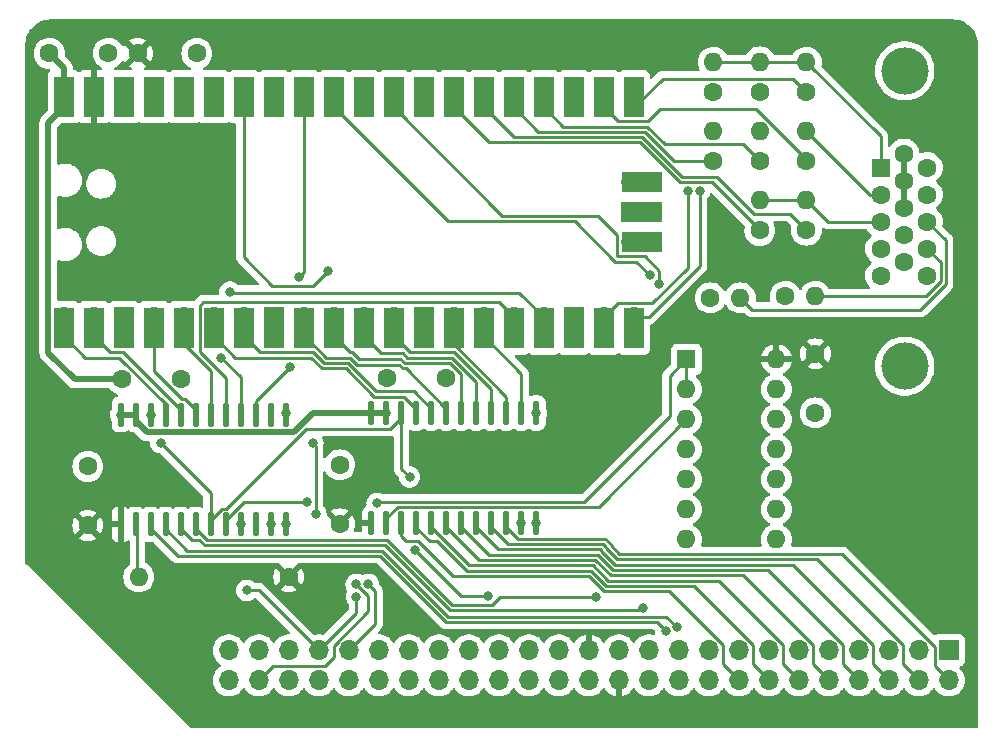
<source format=gbr>
%TF.GenerationSoftware,KiCad,Pcbnew,7.0.6-0*%
%TF.CreationDate,2023-07-30T18:46:11+02:00*%
%TF.ProjectId,pico_vga,7069636f-5f76-4676-912e-6b696361645f,v1.0*%
%TF.SameCoordinates,Original*%
%TF.FileFunction,Copper,L1,Top*%
%TF.FilePolarity,Positive*%
%FSLAX46Y46*%
G04 Gerber Fmt 4.6, Leading zero omitted, Abs format (unit mm)*
G04 Created by KiCad (PCBNEW 7.0.6-0) date 2023-07-30 18:46:11*
%MOMM*%
%LPD*%
G01*
G04 APERTURE LIST*
G04 Aperture macros list*
%AMRoundRect*
0 Rectangle with rounded corners*
0 $1 Rounding radius*
0 $2 $3 $4 $5 $6 $7 $8 $9 X,Y pos of 4 corners*
0 Add a 4 corners polygon primitive as box body*
4,1,4,$2,$3,$4,$5,$6,$7,$8,$9,$2,$3,0*
0 Add four circle primitives for the rounded corners*
1,1,$1+$1,$2,$3*
1,1,$1+$1,$4,$5*
1,1,$1+$1,$6,$7*
1,1,$1+$1,$8,$9*
0 Add four rect primitives between the rounded corners*
20,1,$1+$1,$2,$3,$4,$5,0*
20,1,$1+$1,$4,$5,$6,$7,0*
20,1,$1+$1,$6,$7,$8,$9,0*
20,1,$1+$1,$8,$9,$2,$3,0*%
G04 Aperture macros list end*
%TA.AperFunction,ComponentPad*%
%ADD10O,1.700000X1.700000*%
%TD*%
%TA.AperFunction,ComponentPad*%
%ADD11R,1.700000X1.700000*%
%TD*%
%TA.AperFunction,ComponentPad*%
%ADD12O,1.600000X1.600000*%
%TD*%
%TA.AperFunction,ComponentPad*%
%ADD13R,1.600000X1.600000*%
%TD*%
%TA.AperFunction,ComponentPad*%
%ADD14C,1.600000*%
%TD*%
%TA.AperFunction,SMDPad,CuDef*%
%ADD15R,3.500000X1.700000*%
%TD*%
%TA.AperFunction,SMDPad,CuDef*%
%ADD16R,1.700000X3.500000*%
%TD*%
%TA.AperFunction,SMDPad,CuDef*%
%ADD17RoundRect,0.137500X0.137500X-0.862500X0.137500X0.862500X-0.137500X0.862500X-0.137500X-0.862500X0*%
%TD*%
%TA.AperFunction,ComponentPad*%
%ADD18C,4.000000*%
%TD*%
%TA.AperFunction,ViaPad*%
%ADD19C,0.800000*%
%TD*%
%TA.AperFunction,Conductor*%
%ADD20C,0.250000*%
%TD*%
%TA.AperFunction,Conductor*%
%ADD21C,0.500000*%
%TD*%
G04 APERTURE END LIST*
D10*
%TO.P,J1,50,Pin_50*%
%TO.N,~{NMI}*%
X105664000Y-147447000D03*
%TO.P,J1,49,Pin_49*%
%TO.N,~{RESET}*%
X105664000Y-144907000D03*
%TO.P,J1,48,Pin_48*%
%TO.N,~{SLOT_IRQ}*%
X108204000Y-147447000D03*
%TO.P,J1,47,Pin_47*%
%TO.N,SYNC*%
X108204000Y-144907000D03*
%TO.P,J1,46,Pin_46*%
%TO.N,EX3*%
X110744000Y-147447000D03*
%TO.P,J1,45,Pin_45*%
%TO.N,~{IRQ}*%
X110744000Y-144907000D03*
%TO.P,J1,44,Pin_44*%
%TO.N,EX2*%
X113284000Y-147447000D03*
%TO.P,J1,43,Pin_43*%
%TO.N,R~{W}*%
X113284000Y-144907000D03*
%TO.P,J1,42,Pin_42*%
%TO.N,CLK_12M*%
X115824000Y-147447000D03*
%TO.P,J1,41,Pin_41*%
%TO.N,CLK*%
X115824000Y-144907000D03*
%TO.P,J1,40,Pin_40*%
%TO.N,LED4*%
X118364000Y-147447000D03*
%TO.P,J1,39,Pin_39*%
%TO.N,BE*%
X118364000Y-144907000D03*
%TO.P,J1,38,Pin_38*%
%TO.N,LED3*%
X120904000Y-147447000D03*
%TO.P,J1,37,Pin_37*%
%TO.N,RDY*%
X120904000Y-144907000D03*
%TO.P,J1,36,Pin_36*%
%TO.N,LED2*%
X123444000Y-147447000D03*
%TO.P,J1,35,Pin_35*%
%TO.N,A15*%
X123444000Y-144907000D03*
%TO.P,J1,34,Pin_34*%
%TO.N,LED1*%
X125984000Y-147447000D03*
%TO.P,J1,33,Pin_33*%
%TO.N,A14*%
X125984000Y-144907000D03*
%TO.P,J1,32,Pin_32*%
%TO.N,~{SLOT_SEL}*%
X128524000Y-147447000D03*
%TO.P,J1,31,Pin_31*%
%TO.N,A13*%
X128524000Y-144907000D03*
%TO.P,J1,30,Pin_30*%
%TO.N,~{INH}*%
X131064000Y-147447000D03*
%TO.P,J1,29,Pin_29*%
%TO.N,A12*%
X131064000Y-144907000D03*
%TO.P,J1,28,Pin_28*%
%TO.N,~{SSEL}*%
X133604000Y-147447000D03*
%TO.P,J1,27,Pin_27*%
%TO.N,A11*%
X133604000Y-144907000D03*
%TO.P,J1,26,Pin_26*%
%TO.N,GND*%
X136144000Y-147447000D03*
%TO.P,J1,25,Pin_25*%
%TO.N,+5V*%
X136144000Y-144907000D03*
%TO.P,J1,24,Pin_24*%
X138684000Y-147447000D03*
%TO.P,J1,23,Pin_23*%
%TO.N,GND*%
X138684000Y-144907000D03*
%TO.P,J1,22,Pin_22*%
%TO.N,~{SLOW}*%
X141224000Y-147447000D03*
%TO.P,J1,21,Pin_21*%
%TO.N,A10*%
X141224000Y-144907000D03*
%TO.P,J1,20,Pin_20*%
%TO.N,EX1*%
X143764000Y-147447000D03*
%TO.P,J1,19,Pin_19*%
%TO.N,A9*%
X143764000Y-144907000D03*
%TO.P,J1,18,Pin_18*%
%TO.N,EX0*%
X146304000Y-147447000D03*
%TO.P,J1,17,Pin_17*%
%TO.N,A8*%
X146304000Y-144907000D03*
%TO.P,J1,16,Pin_16*%
%TO.N,D7*%
X148844000Y-147447000D03*
%TO.P,J1,15,Pin_15*%
%TO.N,A7*%
X148844000Y-144907000D03*
%TO.P,J1,14,Pin_14*%
%TO.N,D6*%
X151384000Y-147447000D03*
%TO.P,J1,13,Pin_13*%
%TO.N,A6*%
X151384000Y-144907000D03*
%TO.P,J1,12,Pin_12*%
%TO.N,D5*%
X153924000Y-147447000D03*
%TO.P,J1,11,Pin_11*%
%TO.N,A5*%
X153924000Y-144907000D03*
%TO.P,J1,10,Pin_10*%
%TO.N,D4*%
X156464000Y-147447000D03*
%TO.P,J1,9,Pin_9*%
%TO.N,A4*%
X156464000Y-144907000D03*
%TO.P,J1,8,Pin_8*%
%TO.N,D3*%
X159004000Y-147447000D03*
%TO.P,J1,7,Pin_7*%
%TO.N,A3*%
X159004000Y-144907000D03*
%TO.P,J1,6,Pin_6*%
%TO.N,D2*%
X161544000Y-147447000D03*
%TO.P,J1,5,Pin_5*%
%TO.N,A2*%
X161544000Y-144907000D03*
%TO.P,J1,4,Pin_4*%
%TO.N,D1*%
X164084000Y-147447000D03*
%TO.P,J1,3,Pin_3*%
%TO.N,A1*%
X164084000Y-144907000D03*
%TO.P,J1,2,Pin_2*%
%TO.N,D0*%
X166624000Y-147447000D03*
D11*
%TO.P,J1,1,Pin_1*%
%TO.N,A0*%
X166624000Y-144907000D03*
%TD*%
D12*
%TO.P,U1,14,VCC*%
%TO.N,+5V*%
X152029000Y-120264000D03*
%TO.P,U1,13*%
%TO.N,GND*%
X152029000Y-122804000D03*
%TO.P,U1,12*%
X152029000Y-125344000D03*
%TO.P,U1,11*%
%TO.N,unconnected-(U1-Pad11)*%
X152029000Y-127884000D03*
%TO.P,U1,10*%
%TO.N,GND*%
X152029000Y-130424000D03*
%TO.P,U1,9*%
X152029000Y-132964000D03*
%TO.P,U1,8*%
%TO.N,unconnected-(U1-Pad8)*%
X152029000Y-135504000D03*
%TO.P,U1,7,GND*%
%TO.N,GND*%
X144409000Y-135504000D03*
%TO.P,U1,6*%
%TO.N,unconnected-(U1-Pad6)*%
X144409000Y-132964000D03*
%TO.P,U1,5*%
%TO.N,GND*%
X144409000Y-130424000D03*
%TO.P,U1,4*%
X144409000Y-127884000D03*
%TO.P,U1,3*%
%TO.N,Net-(U4-DIR)*%
X144409000Y-125344000D03*
%TO.P,U1,2*%
%TO.N,R~{W}*%
X144409000Y-122804000D03*
D13*
%TO.P,U1,1*%
X144409000Y-120264000D03*
%TD*%
D14*
%TO.P,C5,2*%
%TO.N,GND*%
X124040000Y-121847000D03*
%TO.P,C5,1*%
%TO.N,+3.3V*%
X119040000Y-121847000D03*
%TD*%
D12*
%TO.P,R1,2*%
%TO.N,Net-(U2-DIR)*%
X98044000Y-138684000D03*
D14*
%TO.P,R1,1*%
%TO.N,+5V*%
X110744000Y-138684000D03*
%TD*%
D12*
%TO.P,R4,2*%
%TO.N,/B*%
X150622000Y-106807000D03*
D14*
%TO.P,R4,1*%
%TO.N,/B0*%
X150622000Y-109347000D03*
%TD*%
D12*
%TO.P,R9,2*%
%TO.N,/R*%
X154559000Y-95104000D03*
D14*
%TO.P,R9,1*%
%TO.N,/R0*%
X154559000Y-97644000D03*
%TD*%
D12*
%TO.P,R5,2*%
%TO.N,/B*%
X154559000Y-106788000D03*
D14*
%TO.P,R5,1*%
%TO.N,/B1*%
X154559000Y-109328000D03*
%TD*%
D12*
%TO.P,R8,2*%
%TO.N,/G*%
X154559000Y-100946000D03*
D14*
%TO.P,R8,1*%
%TO.N,/G2*%
X154559000Y-103486000D03*
%TD*%
D12*
%TO.P,R7,2*%
%TO.N,/G*%
X150622000Y-100946000D03*
D14*
%TO.P,R7,1*%
%TO.N,/G1*%
X150622000Y-103486000D03*
%TD*%
D15*
%TO.P,U3,43,SWDIO*%
%TO.N,unconnected-(U3-SWDIO-Pad43)*%
X140624000Y-105283000D03*
D10*
X139724000Y-105283000D03*
D15*
%TO.P,U3,42,GND*%
%TO.N,GND*%
X140624000Y-107823000D03*
D11*
X139724000Y-107823000D03*
D15*
%TO.P,U3,41,SWCLK*%
%TO.N,unconnected-(U3-SWCLK-Pad41)*%
X140624000Y-110363000D03*
D10*
X139724000Y-110363000D03*
D16*
%TO.P,U3,40,VBUS*%
%TO.N,+3.3V*%
X91694000Y-98033000D03*
D10*
X91694000Y-98933000D03*
D16*
%TO.P,U3,39,VSYS*%
%TO.N,+5V*%
X94234000Y-98033000D03*
D10*
X94234000Y-98933000D03*
D16*
%TO.P,U3,38,GND*%
%TO.N,GND*%
X96774000Y-98033000D03*
D11*
X96774000Y-98933000D03*
D16*
%TO.P,U3,37,3V3_EN*%
%TO.N,unconnected-(U3-3V3_EN-Pad37)*%
X99314000Y-98033000D03*
D10*
X99314000Y-98933000D03*
D16*
%TO.P,U3,36,3V3*%
%TO.N,unconnected-(U3-3V3-Pad36)*%
X101854000Y-98033000D03*
D10*
X101854000Y-98933000D03*
D16*
%TO.P,U3,35,ADC_VREF*%
%TO.N,unconnected-(U3-ADC_VREF-Pad35)*%
X104394000Y-98033000D03*
D10*
X104394000Y-98933000D03*
D16*
%TO.P,U3,34,GPIO28_ADC2*%
%TO.N,~{SLOT_IRQ}*%
X106934000Y-98033000D03*
D10*
X106934000Y-98933000D03*
D16*
%TO.P,U3,33,AGND*%
%TO.N,unconnected-(U3-AGND-Pad33)*%
X109474000Y-98033000D03*
D11*
X109474000Y-98933000D03*
D16*
%TO.P,U3,32,GPIO27_ADC1*%
%TO.N,Net-(U2-B7)*%
X112014000Y-98033000D03*
D10*
X112014000Y-98933000D03*
D16*
%TO.P,U3,31,GPIO26_ADC0*%
%TO.N,/VSYNC*%
X114554000Y-98033000D03*
D10*
X114554000Y-98933000D03*
D16*
%TO.P,U3,30,RUN*%
%TO.N,unconnected-(U3-RUN-Pad30)*%
X117094000Y-98033000D03*
D10*
X117094000Y-98933000D03*
D16*
%TO.P,U3,29,GPIO22*%
%TO.N,/HSYNC*%
X119634000Y-98033000D03*
D10*
X119634000Y-98933000D03*
D16*
%TO.P,U3,28,GND*%
%TO.N,GND*%
X122174000Y-98033000D03*
D11*
X122174000Y-98933000D03*
D16*
%TO.P,U3,27,GPIO21*%
%TO.N,/B0*%
X124714000Y-98033000D03*
D10*
X124714000Y-98933000D03*
D16*
%TO.P,U3,26,GPIO20*%
%TO.N,/B1*%
X127254000Y-98033000D03*
D10*
X127254000Y-98933000D03*
D16*
%TO.P,U3,25,GPIO19*%
%TO.N,/G0*%
X129794000Y-98033000D03*
D10*
X129794000Y-98933000D03*
D16*
%TO.P,U3,24,GPIO18*%
%TO.N,/G1*%
X132334000Y-98033000D03*
D10*
X132334000Y-98933000D03*
D16*
%TO.P,U3,23,GND*%
%TO.N,GND*%
X134874000Y-98033000D03*
D11*
X134874000Y-98933000D03*
D16*
%TO.P,U3,22,GPIO17*%
%TO.N,/G2*%
X137414000Y-98033000D03*
D10*
X137414000Y-98933000D03*
D16*
%TO.P,U3,21,GPIO16*%
%TO.N,/R0*%
X139954000Y-98033000D03*
D10*
X139954000Y-98933000D03*
D16*
%TO.P,U3,20,GPIO15*%
%TO.N,/R1*%
X139954000Y-117613000D03*
D10*
X139954000Y-116713000D03*
D16*
%TO.P,U3,19,GPIO14*%
%TO.N,/R2*%
X137414000Y-117613000D03*
D10*
X137414000Y-116713000D03*
D16*
%TO.P,U3,18,GND*%
%TO.N,GND*%
X134874000Y-117613000D03*
D11*
X134874000Y-116713000D03*
D16*
%TO.P,U3,17,GPIO13*%
%TO.N,Net-(U2-B6)*%
X132334000Y-117613000D03*
D10*
X132334000Y-116713000D03*
D16*
%TO.P,U3,16,GPIO12*%
%TO.N,Net-(U2-B5)*%
X129794000Y-117613000D03*
D10*
X129794000Y-116713000D03*
D16*
%TO.P,U3,15,GPIO11*%
%TO.N,Net-(U3-GPIO11)*%
X127254000Y-117613000D03*
D10*
X127254000Y-116713000D03*
D16*
%TO.P,U3,14,GPIO10*%
%TO.N,Net-(U3-GPIO10)*%
X124714000Y-117613000D03*
D10*
X124714000Y-116713000D03*
D16*
%TO.P,U3,13,GND*%
%TO.N,GND*%
X122174000Y-117613000D03*
D11*
X122174000Y-116713000D03*
D16*
%TO.P,U3,12,GPIO9*%
%TO.N,Net-(U3-GPIO9)*%
X119634000Y-117613000D03*
D10*
X119634000Y-116713000D03*
D16*
%TO.P,U3,11,GPIO8*%
%TO.N,Net-(U3-GPIO8)*%
X117094000Y-117613000D03*
D10*
X117094000Y-116713000D03*
D16*
%TO.P,U3,10,GPIO7*%
%TO.N,Net-(U3-GPIO7)*%
X114554000Y-117613000D03*
D10*
X114554000Y-116713000D03*
D16*
%TO.P,U3,9,GPIO6*%
%TO.N,Net-(U3-GPIO6)*%
X112014000Y-117613000D03*
D10*
X112014000Y-116713000D03*
D16*
%TO.P,U3,8,GND*%
%TO.N,GND*%
X109474000Y-117613000D03*
D11*
X109474000Y-116713000D03*
D16*
%TO.P,U3,7,GPIO5*%
%TO.N,Net-(U3-GPIO5)*%
X106934000Y-117613000D03*
D10*
X106934000Y-116713000D03*
D16*
%TO.P,U3,6,GPIO4*%
%TO.N,Net-(U3-GPIO4)*%
X104394000Y-117613000D03*
D10*
X104394000Y-116713000D03*
D16*
%TO.P,U3,5,GPIO3*%
%TO.N,Net-(U2-B4)*%
X101854000Y-117613000D03*
D10*
X101854000Y-116713000D03*
D16*
%TO.P,U3,4,GPIO2*%
%TO.N,Net-(U2-B3)*%
X99314000Y-117613000D03*
D10*
X99314000Y-116713000D03*
D16*
%TO.P,U3,3,GND*%
%TO.N,GND*%
X96774000Y-117613000D03*
D11*
X96774000Y-116713000D03*
D16*
%TO.P,U3,2,GPIO1*%
%TO.N,Net-(U2-B2)*%
X94234000Y-117613000D03*
D10*
X94234000Y-116713000D03*
D16*
%TO.P,U3,1,GPIO0*%
%TO.N,Net-(U2-B1)*%
X91694000Y-117613000D03*
D10*
X91694000Y-116713000D03*
%TD*%
D17*
%TO.P,U2,24,VCCB*%
%TO.N,+3.3V*%
X96521000Y-124944000D03*
%TO.P,U2,23,VCCB*%
X97791000Y-124944000D03*
%TO.P,U2,22,~{OE}*%
%TO.N,~{SLOT_SEL}*%
X99061000Y-124944000D03*
%TO.P,U2,21,B1*%
%TO.N,Net-(U2-B1)*%
X100331000Y-124944000D03*
%TO.P,U2,20,B2*%
%TO.N,Net-(U2-B2)*%
X101601000Y-124944000D03*
%TO.P,U2,19,B3*%
%TO.N,Net-(U2-B3)*%
X102871000Y-124944000D03*
%TO.P,U2,18,B4*%
%TO.N,Net-(U2-B4)*%
X104141000Y-124944000D03*
%TO.P,U2,17,B5*%
%TO.N,Net-(U2-B5)*%
X105411000Y-124944000D03*
%TO.P,U2,16,B6*%
%TO.N,Net-(U2-B6)*%
X106681000Y-124944000D03*
%TO.P,U2,15,B7*%
%TO.N,Net-(U2-B7)*%
X107951000Y-124944000D03*
%TO.P,U2,14,B8*%
%TO.N,unconnected-(U2-B8-Pad14)*%
X109221000Y-124944000D03*
%TO.P,U2,13,GND*%
%TO.N,GND*%
X110491000Y-124944000D03*
%TO.P,U2,12,GND*%
X110491000Y-134244000D03*
%TO.P,U2,11,GND*%
X109221000Y-134244000D03*
%TO.P,U2,10,A8*%
%TO.N,unconnected-(U2-A8-Pad10)*%
X107951000Y-134244000D03*
%TO.P,U2,9,A7*%
%TO.N,R~{W}*%
X106681000Y-134244000D03*
%TO.P,U2,8,A6*%
%TO.N,CLK*%
X105411000Y-134244000D03*
%TO.P,U2,7,A5*%
%TO.N,~{SLOT_SEL}*%
X104141000Y-134244000D03*
%TO.P,U2,6,A4*%
%TO.N,A0*%
X102871000Y-134244000D03*
%TO.P,U2,5,A3*%
%TO.N,A1*%
X101601000Y-134244000D03*
%TO.P,U2,4,A2*%
%TO.N,A2*%
X100331000Y-134244000D03*
%TO.P,U2,3,A1*%
%TO.N,A3*%
X99061000Y-134244000D03*
%TO.P,U2,2,DIR*%
%TO.N,Net-(U2-DIR)*%
X97791000Y-134244000D03*
%TO.P,U2,1,VCCA*%
%TO.N,+5V*%
X96521000Y-134244000D03*
%TD*%
D14*
%TO.P,J2,15*%
%TO.N,unconnected-(J2-Pad15)*%
X164806669Y-113191000D03*
%TO.P,J2,14*%
%TO.N,Net-(J2-Pad14)*%
X164806669Y-110901000D03*
%TO.P,J2,13*%
%TO.N,Net-(J2-Pad13)*%
X164806669Y-108611000D03*
%TO.P,J2,12*%
%TO.N,unconnected-(J2-Pad12)*%
X164806669Y-106321000D03*
%TO.P,J2,11*%
%TO.N,unconnected-(J2-Pad11)*%
X164806669Y-104031000D03*
%TO.P,J2,10*%
%TO.N,unconnected-(J2-Pad10)*%
X162826669Y-112046000D03*
%TO.P,J2,9*%
%TO.N,unconnected-(J2-Pad9)*%
X162826669Y-109756000D03*
%TO.P,J2,8*%
%TO.N,GND*%
X162826669Y-107466000D03*
%TO.P,J2,7*%
X162826669Y-105176000D03*
%TO.P,J2,6*%
X162826669Y-102886000D03*
%TO.P,J2,5*%
X160846669Y-113191000D03*
%TO.P,J2,4*%
%TO.N,unconnected-(J2-Pad4)*%
X160846669Y-110901000D03*
%TO.P,J2,3*%
%TO.N,/B*%
X160846669Y-108611000D03*
%TO.P,J2,2*%
%TO.N,/G*%
X160846669Y-106321000D03*
D13*
%TO.P,J2,1*%
%TO.N,/R*%
X160846669Y-104031000D03*
D18*
%TO.P,J2,0*%
%TO.N,GND*%
X162896669Y-95846000D03*
X162896669Y-120846000D03*
%TD*%
D12*
%TO.P,R10,2*%
%TO.N,/R*%
X150622000Y-95085000D03*
D14*
%TO.P,R10,1*%
%TO.N,/R1*%
X150622000Y-97625000D03*
%TD*%
D12*
%TO.P,R2,2*%
%TO.N,Net-(J2-Pad14)*%
X155321000Y-114935000D03*
D14*
%TO.P,R2,1*%
%TO.N,/VSYNC*%
X152781000Y-114935000D03*
%TD*%
%TO.P,C7,2*%
%TO.N,GND*%
X101648000Y-121974000D03*
%TO.P,C7,1*%
%TO.N,+3.3V*%
X96648000Y-121974000D03*
%TD*%
%TO.P,C6,2*%
%TO.N,GND*%
X95464000Y-94361000D03*
%TO.P,C6,1*%
%TO.N,+3.3V*%
X90464000Y-94361000D03*
%TD*%
D12*
%TO.P,R3,2*%
%TO.N,Net-(J2-Pad13)*%
X148971000Y-115062000D03*
D14*
%TO.P,R3,1*%
%TO.N,/HSYNC*%
X146431000Y-115062000D03*
%TD*%
D17*
%TO.P,U4,24,VCCB*%
%TO.N,+3.3V*%
X117730000Y-124817000D03*
%TO.P,U4,23,VCCB*%
X119000000Y-124817000D03*
%TO.P,U4,22,~{OE}*%
%TO.N,~{SLOT_SEL}*%
X120270000Y-124817000D03*
%TO.P,U4,21,B1*%
%TO.N,Net-(U3-GPIO4)*%
X121540000Y-124817000D03*
%TO.P,U4,20,B2*%
%TO.N,Net-(U3-GPIO5)*%
X122810000Y-124817000D03*
%TO.P,U4,19,B3*%
%TO.N,Net-(U3-GPIO6)*%
X124080000Y-124817000D03*
%TO.P,U4,18,B4*%
%TO.N,Net-(U3-GPIO7)*%
X125350000Y-124817000D03*
%TO.P,U4,17,B5*%
%TO.N,Net-(U3-GPIO8)*%
X126620000Y-124817000D03*
%TO.P,U4,16,B6*%
%TO.N,Net-(U3-GPIO9)*%
X127890000Y-124817000D03*
%TO.P,U4,15,B7*%
%TO.N,Net-(U3-GPIO10)*%
X129160000Y-124817000D03*
%TO.P,U4,14,B8*%
%TO.N,Net-(U3-GPIO11)*%
X130430000Y-124817000D03*
%TO.P,U4,13,GND*%
%TO.N,GND*%
X131700000Y-124817000D03*
%TO.P,U4,12,GND*%
X131700000Y-134117000D03*
%TO.P,U4,11,GND*%
X130430000Y-134117000D03*
%TO.P,U4,10,A8*%
%TO.N,D0*%
X129160000Y-134117000D03*
%TO.P,U4,9,A7*%
%TO.N,D1*%
X127890000Y-134117000D03*
%TO.P,U4,8,A6*%
%TO.N,D2*%
X126620000Y-134117000D03*
%TO.P,U4,7,A5*%
%TO.N,D3*%
X125350000Y-134117000D03*
%TO.P,U4,6,A4*%
%TO.N,D4*%
X124080000Y-134117000D03*
%TO.P,U4,5,A3*%
%TO.N,D5*%
X122810000Y-134117000D03*
%TO.P,U4,4,A2*%
%TO.N,D6*%
X121540000Y-134117000D03*
%TO.P,U4,3,A1*%
%TO.N,D7*%
X120270000Y-134117000D03*
%TO.P,U4,2,DIR*%
%TO.N,Net-(U4-DIR)*%
X119000000Y-134117000D03*
%TO.P,U4,1,VCCA*%
%TO.N,+5V*%
X117730000Y-134117000D03*
%TD*%
D14*
%TO.P,C1,2*%
%TO.N,GND*%
X93726000Y-129326000D03*
%TO.P,C1,1*%
%TO.N,+5V*%
X93726000Y-134326000D03*
%TD*%
%TO.P,C3,2*%
%TO.N,GND*%
X115062000Y-129199000D03*
%TO.P,C3,1*%
%TO.N,+5V*%
X115062000Y-134199000D03*
%TD*%
%TO.P,C2,2*%
%TO.N,GND*%
X155321000Y-124801000D03*
%TO.P,C2,1*%
%TO.N,+5V*%
X155321000Y-119801000D03*
%TD*%
D12*
%TO.P,R6,2*%
%TO.N,/G*%
X146685000Y-100946000D03*
D14*
%TO.P,R6,1*%
%TO.N,/G0*%
X146685000Y-103486000D03*
%TD*%
D12*
%TO.P,R11,2*%
%TO.N,/R*%
X146685000Y-95104000D03*
D14*
%TO.P,R11,1*%
%TO.N,/R2*%
X146685000Y-97644000D03*
%TD*%
%TO.P,C4,2*%
%TO.N,GND*%
X102957000Y-94361000D03*
%TO.P,C4,1*%
%TO.N,+5V*%
X97957000Y-94361000D03*
%TD*%
D19*
%TO.N,~{SLOT_IRQ}*%
X116459000Y-139319000D03*
X113030000Y-133350000D03*
X112776000Y-127381000D03*
X114046000Y-112776000D03*
%TO.N,R~{W}*%
X106680000Y-134239000D03*
X107188000Y-139827000D03*
%TO.N,Net-(U2-B7)*%
X110867313Y-120904002D03*
X111574326Y-113321000D03*
%TO.N,/HSYNC*%
X142108346Y-113914346D03*
%TO.N,/VSYNC*%
X141351000Y-113157000D03*
%TO.N,/R2*%
X144526000Y-105991010D03*
%TO.N,/R1*%
X145538901Y-106003415D03*
%TO.N,GND*%
X109220000Y-134239000D03*
X131699000Y-134112000D03*
X130429000Y-134112000D03*
X110490000Y-134239000D03*
X110490000Y-124841000D03*
X131699000Y-124841000D03*
%TO.N,A3*%
X142673641Y-143270500D03*
%TO.N,A2*%
X143637000Y-142964500D03*
%TO.N,A1*%
X140718709Y-141313500D03*
%TO.N,A0*%
X136761992Y-140352008D03*
%TO.N,CLK*%
X117479657Y-139314343D03*
X112305000Y-132334000D03*
%TO.N,R~{W}*%
X118237000Y-132461000D03*
X116471209Y-140356515D03*
%TO.N,~{SLOT_SEL}*%
X127635000Y-140335000D03*
X99060000Y-124968000D03*
X99885500Y-127317500D03*
X120967500Y-130238500D03*
X121412000Y-136398000D03*
%TO.N,Net-(U2-B6)*%
X105759000Y-114586000D03*
X105029000Y-120142000D03*
%TO.N,+3.3V*%
X96520000Y-124968000D03*
X118999000Y-124841000D03*
%TD*%
D20*
%TO.N,~{SLOT_IRQ}*%
X114554000Y-144515299D02*
X117475000Y-141594299D01*
X108204000Y-147447000D02*
X109379000Y-146272000D01*
%TO.N,CLK*%
X118052000Y-142679000D02*
X118052000Y-139886686D01*
%TO.N,~{SLOT_IRQ}*%
X114554000Y-145488701D02*
X114554000Y-144515299D01*
X117475000Y-140335000D02*
X116459000Y-139319000D01*
X113770701Y-146272000D02*
X114554000Y-145488701D01*
%TO.N,CLK*%
X118052000Y-139886686D02*
X117479657Y-139314343D01*
X115824000Y-144907000D02*
X118052000Y-142679000D01*
%TO.N,~{SLOT_IRQ}*%
X109379000Y-146272000D02*
X113770701Y-146272000D01*
X117475000Y-141594299D02*
X117475000Y-140335000D01*
%TO.N,R~{W}*%
X116471209Y-141719791D02*
X116471209Y-140356515D01*
X113284000Y-144907000D02*
X116471209Y-141719791D01*
%TO.N,CLK*%
X105411000Y-134244000D02*
X105411000Y-133859926D01*
X106936926Y-132334000D02*
X112305000Y-132334000D01*
%TO.N,~{SLOT_IRQ}*%
X112776000Y-127381000D02*
X113030000Y-127635000D01*
%TO.N,CLK*%
X105411000Y-133859926D02*
X106936926Y-132334000D01*
%TO.N,~{SLOT_IRQ}*%
X113030000Y-127635000D02*
X113030000Y-133350000D01*
X106934000Y-111633000D02*
X109347000Y-114046000D01*
X109347000Y-114046000D02*
X112776000Y-114046000D01*
X112776000Y-114046000D02*
X114046000Y-112776000D01*
%TO.N,Net-(U2-B7)*%
X112014000Y-98933000D02*
X112014000Y-112881326D01*
%TO.N,~{SLOT_IRQ}*%
X106934000Y-98933000D02*
X106934000Y-111633000D01*
%TO.N,Net-(U2-B7)*%
X112014000Y-112881326D02*
X111574326Y-113321000D01*
%TO.N,Net-(U2-B6)*%
X130244000Y-114623000D02*
X105796000Y-114623000D01*
X132334000Y-116713000D02*
X130244000Y-114623000D01*
X105796000Y-114623000D02*
X105759000Y-114586000D01*
%TO.N,~{SLOT_SEL}*%
X120270000Y-124817000D02*
X120270000Y-129541000D01*
X120270000Y-129541000D02*
X120967500Y-130238500D01*
%TO.N,Net-(U4-DIR)*%
X119000000Y-134117000D02*
X119000000Y-133732926D01*
X119948926Y-132784000D02*
X136969000Y-132784000D01*
X119000000Y-133732926D02*
X119948926Y-132784000D01*
X136969000Y-132784000D02*
X144409000Y-125344000D01*
%TO.N,R~{W}*%
X118237000Y-132461000D02*
X118364000Y-132334000D01*
X118364000Y-132334000D02*
X135763000Y-132334000D01*
X135763000Y-132334000D02*
X143002000Y-125095000D01*
X143002000Y-125095000D02*
X143002000Y-121671000D01*
X143002000Y-121671000D02*
X144409000Y-120264000D01*
%TO.N,A2*%
X124265189Y-142044499D02*
X142716999Y-142044499D01*
%TO.N,A1*%
X101601000Y-134628074D02*
X102541926Y-135569000D01*
%TO.N,A3*%
X111378641Y-136917503D02*
X111390144Y-136906000D01*
%TO.N,A1*%
X107196263Y-136018501D02*
X107207766Y-136006998D01*
X108477766Y-136006998D02*
X108694234Y-136006998D01*
%TO.N,A2*%
X102159425Y-136456499D02*
X103428045Y-136456499D01*
X103428045Y-136456499D02*
X103439548Y-136468002D01*
%TO.N,A1*%
X103625737Y-136018501D02*
X104656263Y-136018501D01*
%TO.N,A2*%
X111203955Y-136456499D02*
X118677189Y-136456499D01*
%TO.N,A1*%
X104656263Y-136018501D02*
X104667766Y-136006998D01*
%TO.N,A3*%
X99061000Y-134244000D02*
X99061000Y-134628074D01*
%TO.N,A1*%
X104667766Y-136006998D02*
X104884234Y-136006998D01*
X104884234Y-136006998D02*
X104895737Y-136018501D01*
X101601000Y-134244000D02*
X101601000Y-134628074D01*
X109736263Y-136018501D02*
X109747766Y-136006998D01*
X102541926Y-135569000D02*
X103176236Y-135569000D01*
X105926263Y-136018501D02*
X105937766Y-136006998D01*
%TO.N,A2*%
X100331000Y-134628074D02*
X102159425Y-136456499D01*
%TO.N,A3*%
X124079000Y-142494000D02*
X141897141Y-142494000D01*
%TO.N,A1*%
X106165737Y-136018501D02*
X107196263Y-136018501D01*
X107424234Y-136006998D02*
X107435737Y-136018501D01*
X107435737Y-136018501D02*
X108466263Y-136018501D01*
X104895737Y-136018501D02*
X105926263Y-136018501D01*
X103176236Y-135569000D02*
X103625737Y-136018501D01*
X107207766Y-136006998D02*
X107424234Y-136006998D01*
X108466263Y-136018501D02*
X108477766Y-136006998D01*
X108694234Y-136006998D02*
X108705737Y-136018501D01*
X106154234Y-136006998D02*
X106165737Y-136018501D01*
X124365381Y-141509001D02*
X140523208Y-141509001D01*
%TO.N,A2*%
X111192452Y-136468002D02*
X111203955Y-136456499D01*
%TO.N,A3*%
X111390144Y-136906000D02*
X118491000Y-136906000D01*
%TO.N,A1*%
X109964234Y-136006998D02*
X109975737Y-136018501D01*
X108705737Y-136018501D02*
X109736263Y-136018501D01*
X109747766Y-136006998D02*
X109964234Y-136006998D01*
X109975737Y-136018501D02*
X111006263Y-136018501D01*
X111006263Y-136018501D02*
X111017766Y-136006998D01*
%TO.N,A3*%
X118491000Y-136906000D02*
X124079000Y-142494000D01*
%TO.N,A1*%
X111017766Y-136006998D02*
X118863378Y-136006998D01*
X140523208Y-141509001D02*
X140718709Y-141313500D01*
X105937766Y-136006998D02*
X106154234Y-136006998D01*
%TO.N,A3*%
X101350429Y-136917503D02*
X111378641Y-136917503D01*
%TO.N,A2*%
X118677189Y-136456499D02*
X124265189Y-142044499D01*
%TO.N,A1*%
X118863378Y-136006998D02*
X124365381Y-141509001D01*
%TO.N,A2*%
X142716999Y-142044499D02*
X143637000Y-142964500D01*
X100331000Y-134244000D02*
X100331000Y-134628074D01*
%TO.N,A3*%
X99061000Y-134628074D02*
X101350429Y-136917503D01*
X141897141Y-142494000D02*
X142673641Y-143270500D01*
%TO.N,A2*%
X103439548Y-136468002D02*
X111192452Y-136468002D01*
%TO.N,R~{W}*%
X113284000Y-144907000D02*
X108204000Y-139827000D01*
X108204000Y-139827000D02*
X107188000Y-139827000D01*
%TO.N,Net-(U3-GPIO5)*%
X113729984Y-120588000D02*
X112829984Y-119688000D01*
%TO.N,Net-(U2-B7)*%
X107951000Y-123778786D02*
X110825784Y-120904002D01*
X107951000Y-124944000D02*
X107951000Y-123778786D01*
%TO.N,Net-(U3-GPIO4)*%
X120528575Y-123421501D02*
X117960501Y-123421501D01*
%TO.N,Net-(U3-GPIO5)*%
X121348575Y-122971501D02*
X118146897Y-122971501D01*
X108299000Y-119688000D02*
X106934000Y-118323000D01*
X122810000Y-124432926D02*
X121348575Y-122971501D01*
%TO.N,Net-(U2-B7)*%
X110825784Y-120904002D02*
X110867313Y-120904002D01*
%TO.N,Net-(U3-GPIO4)*%
X112643588Y-120138000D02*
X106209000Y-120138000D01*
%TO.N,Net-(U3-GPIO5)*%
X115763396Y-120588000D02*
X113729984Y-120588000D01*
X118146897Y-122971501D02*
X115763396Y-120588000D01*
%TO.N,Net-(U3-GPIO4)*%
X121540000Y-124817000D02*
X121540000Y-124432926D01*
%TO.N,Net-(U3-GPIO5)*%
X122810000Y-124817000D02*
X122810000Y-124432926D01*
X112829984Y-119688000D02*
X108299000Y-119688000D01*
%TO.N,Net-(U3-GPIO4)*%
X115577000Y-121038000D02*
X113543588Y-121038000D01*
X113543588Y-121038000D02*
X112643588Y-120138000D01*
X106209000Y-120138000D02*
X104394000Y-118323000D01*
%TO.N,Net-(U3-GPIO5)*%
X106934000Y-118323000D02*
X106934000Y-116713000D01*
%TO.N,Net-(U3-GPIO4)*%
X104394000Y-118323000D02*
X104394000Y-116713000D01*
X121540000Y-124432926D02*
X120528575Y-123421501D01*
X117960501Y-123421501D02*
X115577000Y-121038000D01*
%TO.N,Net-(U3-GPIO6)*%
X120401089Y-121037501D02*
X120085588Y-120722000D01*
X115949792Y-120138000D02*
X113916380Y-120138000D01*
X116533792Y-120722000D02*
X115949792Y-120138000D01*
X113916380Y-120138000D02*
X112014000Y-118235620D01*
X124080000Y-124432926D02*
X120684575Y-121037501D01*
X120085588Y-120722000D02*
X116533792Y-120722000D01*
X124080000Y-124817000D02*
X124080000Y-124432926D01*
X120684575Y-121037501D02*
X120401089Y-121037501D01*
X112014000Y-118235620D02*
X112014000Y-116713000D01*
%TO.N,Net-(U3-GPIO7)*%
X125350000Y-124817000D02*
X125350000Y-121540000D01*
X114554000Y-118323000D02*
X114554000Y-116713000D01*
X124397501Y-120587501D02*
X120587485Y-120587501D01*
X116136188Y-119688000D02*
X115919000Y-119688000D01*
X120200483Y-120200499D02*
X116648687Y-120200499D01*
X116648687Y-120200499D02*
X116136188Y-119688000D01*
X115919000Y-119688000D02*
X114554000Y-118323000D01*
X120587485Y-120587501D02*
X120200483Y-120200499D01*
X125350000Y-121540000D02*
X124397501Y-120587501D01*
%TO.N,/HSYNC*%
X136965396Y-108135000D02*
X128836000Y-108135000D01*
X140875000Y-111538000D02*
X138549000Y-111538000D01*
X142108346Y-113914346D02*
X142108346Y-112771346D01*
X142108346Y-112771346D02*
X140875000Y-111538000D01*
X138549000Y-109718604D02*
X136965396Y-108135000D01*
X138549000Y-111538000D02*
X138549000Y-109718604D01*
X128836000Y-108135000D02*
X119634000Y-98933000D01*
%TO.N,/VSYNC*%
X141351000Y-113157000D02*
X140182000Y-111988000D01*
X138362604Y-111988000D02*
X134959604Y-108585000D01*
X140182000Y-111988000D02*
X138362604Y-111988000D01*
X134959604Y-108585000D02*
X124206000Y-108585000D01*
X124206000Y-108585000D02*
X114554000Y-98933000D01*
%TO.N,/R2*%
X144526000Y-112522000D02*
X144526000Y-105991010D01*
X138589000Y-115538000D02*
X141510000Y-115538000D01*
X137414000Y-116713000D02*
X138589000Y-115538000D01*
X141510000Y-115538000D02*
X144526000Y-112522000D01*
%TO.N,/R1*%
X139954000Y-116713000D02*
X141224000Y-116713000D01*
X145538901Y-112398099D02*
X145538901Y-106003415D01*
X141224000Y-116713000D02*
X145538901Y-112398099D01*
%TO.N,Net-(J2-Pad13)*%
X148971000Y-115062000D02*
X149969000Y-116060000D01*
X149969000Y-116060000D02*
X164229000Y-116060000D01*
X164229000Y-116060000D02*
X166381669Y-113907331D01*
X166381669Y-113907331D02*
X166381669Y-110186000D01*
X166381669Y-110186000D02*
X164806669Y-108611000D01*
%TO.N,Net-(J2-Pad14)*%
X155321000Y-114935000D02*
X164653660Y-114935000D01*
X165931669Y-113656991D02*
X165931669Y-112026000D01*
X164653660Y-114935000D02*
X165931669Y-113656991D01*
X165931669Y-112026000D02*
X164806669Y-110901000D01*
%TO.N,/R0*%
X154559000Y-97644000D02*
X153415000Y-96500000D01*
X153415000Y-96500000D02*
X142387000Y-96500000D01*
X142387000Y-96500000D02*
X139954000Y-98933000D01*
%TO.N,/B0*%
X143857000Y-105266000D02*
X140499000Y-101908000D01*
X140499000Y-101908000D02*
X127689000Y-101908000D01*
X146541000Y-105266000D02*
X143857000Y-105266000D01*
X127689000Y-101908000D02*
X124714000Y-98933000D01*
X150622000Y-109347000D02*
X146541000Y-105266000D01*
%TO.N,/B1*%
X153163000Y-107932000D02*
X150097396Y-107932000D01*
X146981396Y-104816000D02*
X144043396Y-104816000D01*
X144043396Y-104816000D02*
X140685396Y-101458000D01*
X150097396Y-107932000D02*
X146981396Y-104816000D01*
X154559000Y-109328000D02*
X153163000Y-107932000D01*
X140685396Y-101458000D02*
X129779000Y-101458000D01*
X129779000Y-101458000D02*
X127254000Y-98933000D01*
%TO.N,/G1*%
X133959000Y-100558000D02*
X132334000Y-98933000D01*
%TO.N,/G0*%
X131869000Y-101008000D02*
X129794000Y-98933000D01*
X146685000Y-103486000D02*
X143349792Y-103486000D01*
%TO.N,/G1*%
X150622000Y-103486000D02*
X149207000Y-102071000D01*
X149207000Y-102071000D02*
X142571188Y-102071000D01*
X142571188Y-102071000D02*
X141058188Y-100558000D01*
%TO.N,/G0*%
X143349792Y-103486000D02*
X140871792Y-101008000D01*
%TO.N,/G1*%
X141058188Y-100558000D02*
X133959000Y-100558000D01*
%TO.N,/G0*%
X140871792Y-101008000D02*
X131869000Y-101008000D01*
%TO.N,/R*%
X154559000Y-95104000D02*
X146685000Y-95104000D01*
%TO.N,/B*%
X154559000Y-106788000D02*
X150641000Y-106788000D01*
X150641000Y-106788000D02*
X150622000Y-106807000D01*
X160846669Y-108611000D02*
X156382000Y-108611000D01*
X156382000Y-108611000D02*
X154559000Y-106788000D01*
%TO.N,/G*%
X154559000Y-100946000D02*
X159934000Y-106321000D01*
X159934000Y-106321000D02*
X160846669Y-106321000D01*
%TO.N,/R*%
X154559000Y-95104000D02*
X160846669Y-101391669D01*
X160846669Y-101391669D02*
X160846669Y-104031000D01*
%TO.N,/G2*%
X154559000Y-103486000D02*
X154559000Y-103292009D01*
X154559000Y-103292009D02*
X150326991Y-99060000D01*
X150326991Y-99060000D02*
X142177000Y-99060000D01*
X141129000Y-100108000D02*
X138589000Y-100108000D01*
X142177000Y-99060000D02*
X141129000Y-100108000D01*
X138589000Y-100108000D02*
X137414000Y-98933000D01*
D21*
%TO.N,GND*%
X162826669Y-102886000D02*
X162826669Y-107466000D01*
D20*
%TO.N,D7*%
X136145678Y-138615499D02*
X124654097Y-138615499D01*
X148844000Y-147447000D02*
X147479000Y-146082000D01*
X147479000Y-146082000D02*
X147479000Y-144420299D01*
X147479000Y-144420299D02*
X142961208Y-139902507D01*
X120270000Y-135255310D02*
X120270000Y-134117000D01*
X137432686Y-139902507D02*
X136145678Y-138615499D01*
X120688190Y-135673500D02*
X120270000Y-135255310D01*
X121712098Y-135673500D02*
X120688190Y-135673500D01*
X124654097Y-138615499D02*
X121712098Y-135673500D01*
X142961208Y-139902507D02*
X137432686Y-139902507D01*
%TO.N,D6*%
X151384000Y-147447000D02*
X150019000Y-146082000D01*
X137618875Y-139453006D02*
X136331867Y-138165998D01*
X122659488Y-135639497D02*
X121540000Y-134520009D01*
X125821679Y-138165998D02*
X123295178Y-135639497D01*
X136331867Y-138165998D02*
X125821679Y-138165998D01*
X121540000Y-134520009D02*
X121540000Y-134117000D01*
X123295178Y-135639497D02*
X122659488Y-135639497D01*
X145051707Y-139453006D02*
X137618875Y-139453006D01*
X150019000Y-144420299D02*
X145051707Y-139453006D01*
X150019000Y-146082000D02*
X150019000Y-144420299D01*
%TO.N,D5*%
X122810000Y-134501074D02*
X122810000Y-134117000D01*
X126025423Y-137716497D02*
X122810000Y-134501074D01*
X136518056Y-137716497D02*
X126025423Y-137716497D01*
X137805064Y-139003505D02*
X136518056Y-137716497D01*
X147142206Y-139003505D02*
X137805064Y-139003505D01*
X152559000Y-144420299D02*
X147142206Y-139003505D01*
X152559000Y-146082000D02*
X152559000Y-144420299D01*
X153924000Y-147447000D02*
X152559000Y-146082000D01*
%TO.N,D4*%
X155099000Y-146082000D02*
X155099000Y-144420299D01*
X126845922Y-137266996D02*
X124080000Y-134501074D01*
X124080000Y-134501074D02*
X124080000Y-134117000D01*
X149232705Y-138554004D02*
X137991253Y-138554004D01*
X136704245Y-137266996D02*
X126845922Y-137266996D01*
X156464000Y-147447000D02*
X155099000Y-146082000D01*
X155099000Y-144420299D02*
X149232705Y-138554004D01*
X137991253Y-138554004D02*
X136704245Y-137266996D01*
%TO.N,D3*%
X127666421Y-136817495D02*
X125350000Y-134501074D01*
X138177442Y-138104503D02*
X136890434Y-136817495D01*
X157639000Y-144420299D02*
X151323204Y-138104503D01*
X136890434Y-136817495D02*
X127666421Y-136817495D01*
X151323204Y-138104503D02*
X138177442Y-138104503D01*
X159004000Y-147447000D02*
X157639000Y-146082000D01*
X157639000Y-146082000D02*
X157639000Y-144420299D01*
X125350000Y-134501074D02*
X125350000Y-134117000D01*
%TO.N,D2*%
X137173356Y-136367994D02*
X128486920Y-136367994D01*
X160179000Y-146082000D02*
X160179000Y-144420299D01*
X128486920Y-136367994D02*
X126620000Y-134501074D01*
X137177998Y-136372636D02*
X137173356Y-136367994D01*
X138363631Y-137655002D02*
X137177998Y-136469369D01*
X160179000Y-144420299D02*
X153413703Y-137655002D01*
X161544000Y-147447000D02*
X160179000Y-146082000D01*
X137177998Y-136469369D02*
X137177998Y-136372636D01*
X153413703Y-137655002D02*
X138363631Y-137655002D01*
X126620000Y-134501074D02*
X126620000Y-134117000D01*
%TO.N,D1*%
X137359545Y-135918493D02*
X129307419Y-135918493D01*
X155504202Y-137205501D02*
X138549820Y-137205501D01*
X137627499Y-136186447D02*
X137359545Y-135918493D01*
X162719000Y-146082000D02*
X162719000Y-144420299D01*
X137627499Y-136283180D02*
X137627499Y-136186447D01*
X129307419Y-135918493D02*
X127890000Y-134501074D01*
X164084000Y-147447000D02*
X162719000Y-146082000D01*
X127890000Y-134501074D02*
X127890000Y-134117000D01*
X162719000Y-144420299D02*
X155504202Y-137205501D01*
X138549820Y-137205501D02*
X137627499Y-136283180D01*
%TO.N,D0*%
X138736009Y-136756000D02*
X138077000Y-136096991D01*
X165449000Y-146272000D02*
X165449000Y-144610299D01*
X137545734Y-135468992D02*
X130127918Y-135468992D01*
X130127918Y-135468992D02*
X129160000Y-134501074D01*
X157594701Y-136756000D02*
X138736009Y-136756000D01*
X138077000Y-136096991D02*
X138077000Y-136000258D01*
X165449000Y-144610299D02*
X157594701Y-136756000D01*
X138077000Y-136000258D02*
X137545734Y-135468992D01*
X129160000Y-134501074D02*
X129160000Y-134117000D01*
X166624000Y-147447000D02*
X165449000Y-146272000D01*
%TO.N,A0*%
X107621926Y-135569000D02*
X108280074Y-135569000D01*
X107021577Y-135557497D02*
X107610423Y-135557497D01*
X105070423Y-135557497D02*
X105081926Y-135569000D01*
X106351926Y-135569000D02*
X107010074Y-135569000D01*
X105751577Y-135557497D02*
X106340423Y-135557497D01*
X105740074Y-135569000D02*
X105751577Y-135557497D01*
X110161926Y-135569000D02*
X110820074Y-135569000D01*
X124551570Y-141059500D02*
X127935098Y-141059500D01*
X119049567Y-135557497D02*
X124551570Y-141059500D01*
X105081926Y-135569000D02*
X105740074Y-135569000D01*
X104481577Y-135557497D02*
X105070423Y-135557497D01*
X107610423Y-135557497D02*
X107621926Y-135569000D01*
X109550074Y-135569000D02*
X109561577Y-135557497D01*
X109561577Y-135557497D02*
X110150423Y-135557497D01*
X110150423Y-135557497D02*
X110161926Y-135569000D01*
X104470074Y-135569000D02*
X104481577Y-135557497D01*
X128642590Y-140352008D02*
X136761992Y-140352008D01*
X102871000Y-134628074D02*
X103811926Y-135569000D01*
X108891926Y-135569000D02*
X109550074Y-135569000D01*
X127935098Y-141059500D02*
X128642590Y-140352008D01*
X107010074Y-135569000D02*
X107021577Y-135557497D01*
X102871000Y-134244000D02*
X102871000Y-134628074D01*
X110831577Y-135557497D02*
X119049567Y-135557497D01*
X108291577Y-135557497D02*
X108880423Y-135557497D01*
X110820074Y-135569000D02*
X110831577Y-135557497D01*
X106340423Y-135557497D02*
X106351926Y-135569000D01*
X108280074Y-135569000D02*
X108291577Y-135557497D01*
X103811926Y-135569000D02*
X104470074Y-135569000D01*
X108880423Y-135557497D02*
X108891926Y-135569000D01*
%TO.N,R~{W}*%
X144409000Y-120264000D02*
X144409000Y-122804000D01*
%TO.N,~{SLOT_SEL}*%
X105081926Y-132919000D02*
X105466000Y-132919000D01*
X104141000Y-131573000D02*
X99885500Y-127317500D01*
X105466000Y-132919000D02*
X112243000Y-126142000D01*
X104141000Y-134244000D02*
X104141000Y-133859926D01*
X112243000Y-126142000D02*
X119329074Y-126142000D01*
X120270000Y-125201074D02*
X120270000Y-124817000D01*
X121412000Y-136398000D02*
X125349000Y-140335000D01*
X125349000Y-140335000D02*
X127635000Y-140335000D01*
X104141000Y-134244000D02*
X104141000Y-131573000D01*
X104141000Y-133859926D02*
X105081926Y-132919000D01*
X119329074Y-126142000D02*
X120270000Y-125201074D01*
%TO.N,Net-(U2-DIR)*%
X97917000Y-138557000D02*
X97917000Y-134370000D01*
X97917000Y-134370000D02*
X97791000Y-134244000D01*
X98044000Y-138684000D02*
X97917000Y-138557000D01*
%TO.N,Net-(U2-B6)*%
X106681000Y-121794000D02*
X105029000Y-120142000D01*
X106681000Y-124944000D02*
X106681000Y-121794000D01*
%TO.N,Net-(U2-B5)*%
X103219000Y-119688000D02*
X103219000Y-115729000D01*
X128524000Y-115443000D02*
X129794000Y-116713000D01*
X103505000Y-115443000D02*
X128524000Y-115443000D01*
X105411000Y-124944000D02*
X105411000Y-121880000D01*
X105411000Y-121880000D02*
X103219000Y-119688000D01*
X103219000Y-115729000D02*
X103505000Y-115443000D01*
%TO.N,Net-(U2-B4)*%
X104141000Y-124944000D02*
X104141000Y-121245690D01*
X101854000Y-118958690D02*
X101854000Y-116713000D01*
X104141000Y-121245690D02*
X101854000Y-118958690D01*
%TO.N,Net-(U2-B3)*%
X99314000Y-121230991D02*
X99314000Y-116713000D01*
X101702009Y-123619000D02*
X99314000Y-121230991D01*
X101930074Y-123619000D02*
X101702009Y-123619000D01*
X102871000Y-124559926D02*
X101930074Y-123619000D01*
X102871000Y-124944000D02*
X102871000Y-124559926D01*
D21*
%TO.N,+3.3V*%
X97791000Y-125504850D02*
X98711649Y-126425499D01*
X90394000Y-100233000D02*
X90394000Y-119731000D01*
X90394000Y-119731000D02*
X92637000Y-121974000D01*
X91694000Y-98933000D02*
X91694000Y-95591000D01*
X98711649Y-126425499D02*
X111147033Y-126425499D01*
X91694000Y-98933000D02*
X90394000Y-100233000D01*
X118975000Y-124817000D02*
X118999000Y-124841000D01*
X97791000Y-124944000D02*
X97791000Y-125504850D01*
X97767000Y-124968000D02*
X97791000Y-124944000D01*
X91694000Y-95591000D02*
X90464000Y-94361000D01*
X96520000Y-124968000D02*
X97767000Y-124968000D01*
X112755532Y-124817000D02*
X117730000Y-124817000D01*
X111147033Y-126425499D02*
X112755532Y-124817000D01*
X92637000Y-121974000D02*
X96648000Y-121974000D01*
X117730000Y-124817000D02*
X118975000Y-124817000D01*
D20*
%TO.N,Net-(U2-B2)*%
X101601000Y-124944000D02*
X101601000Y-124559926D01*
X94234000Y-118323000D02*
X94234000Y-116713000D01*
X101601000Y-124559926D02*
X96729074Y-119688000D01*
X95599000Y-119688000D02*
X94234000Y-118323000D01*
X96729074Y-119688000D02*
X95599000Y-119688000D01*
%TO.N,Net-(U2-B1)*%
X100331000Y-124066009D02*
X96402492Y-120137501D01*
X100331000Y-124944000D02*
X100331000Y-124066009D01*
X93508501Y-120137501D02*
X91694000Y-118323000D01*
X96402492Y-120137501D02*
X93508501Y-120137501D01*
X91694000Y-118323000D02*
X91694000Y-116713000D01*
%TO.N,Net-(U3-GPIO8)*%
X124583191Y-120137501D02*
X120773881Y-120137501D01*
X126620000Y-122174310D02*
X124583191Y-120137501D01*
X120387378Y-119750998D02*
X118521998Y-119750998D01*
X118521998Y-119750998D02*
X117094000Y-118323000D01*
X120773881Y-120137501D02*
X120387378Y-119750998D01*
X126620000Y-124817000D02*
X126620000Y-122174310D01*
X117094000Y-118323000D02*
X117094000Y-116713000D01*
%TO.N,Net-(U3-GPIO9)*%
X120999000Y-119688000D02*
X119634000Y-118323000D01*
X127890000Y-124817000D02*
X127890000Y-122808620D01*
X124769380Y-119688000D02*
X120999000Y-119688000D01*
X119634000Y-118323000D02*
X119634000Y-116713000D01*
X127890000Y-122808620D02*
X124769380Y-119688000D01*
%TO.N,Net-(U3-GPIO10)*%
X129160000Y-124817000D02*
X129160000Y-123442930D01*
X124714000Y-118996930D02*
X124714000Y-116713000D01*
X129160000Y-123442930D02*
X124714000Y-118996930D01*
%TO.N,Net-(U3-GPIO11)*%
X130430000Y-121499000D02*
X127254000Y-118323000D01*
X127254000Y-118323000D02*
X127254000Y-116713000D01*
X130430000Y-124817000D02*
X130430000Y-121499000D01*
%TD*%
%TA.AperFunction,Conductor*%
%TO.N,+5V*%
G36*
X94488000Y-100291000D02*
G01*
X95132585Y-100291000D01*
X95132597Y-100290999D01*
X95193093Y-100284494D01*
X95329964Y-100233444D01*
X95329966Y-100233443D01*
X95428072Y-100160001D01*
X95494592Y-100135189D01*
X95563966Y-100150280D01*
X95579091Y-100160000D01*
X95677792Y-100233887D01*
X95677794Y-100233888D01*
X95677796Y-100233889D01*
X95736875Y-100255924D01*
X95814795Y-100284988D01*
X95814803Y-100284990D01*
X95875350Y-100291499D01*
X95875355Y-100291499D01*
X95875362Y-100291500D01*
X95875368Y-100291500D01*
X97672632Y-100291500D01*
X97672638Y-100291500D01*
X97672645Y-100291499D01*
X97672649Y-100291499D01*
X97733196Y-100284990D01*
X97733199Y-100284989D01*
X97733201Y-100284989D01*
X97870204Y-100233889D01*
X97968492Y-100160311D01*
X98035011Y-100135501D01*
X98104385Y-100150592D01*
X98119502Y-100160306D01*
X98217200Y-100233443D01*
X98217796Y-100233889D01*
X98354795Y-100284988D01*
X98354803Y-100284990D01*
X98415350Y-100291499D01*
X98415355Y-100291499D01*
X98415362Y-100291500D01*
X98415368Y-100291500D01*
X100212632Y-100291500D01*
X100212638Y-100291500D01*
X100212645Y-100291499D01*
X100212649Y-100291499D01*
X100273196Y-100284990D01*
X100273199Y-100284989D01*
X100273201Y-100284989D01*
X100410204Y-100233889D01*
X100508492Y-100160311D01*
X100575011Y-100135501D01*
X100644385Y-100150592D01*
X100659502Y-100160306D01*
X100757200Y-100233443D01*
X100757796Y-100233889D01*
X100894795Y-100284988D01*
X100894803Y-100284990D01*
X100955350Y-100291499D01*
X100955355Y-100291499D01*
X100955362Y-100291500D01*
X100955368Y-100291500D01*
X102752632Y-100291500D01*
X102752638Y-100291500D01*
X102752645Y-100291499D01*
X102752649Y-100291499D01*
X102813196Y-100284990D01*
X102813199Y-100284989D01*
X102813201Y-100284989D01*
X102950204Y-100233889D01*
X103048492Y-100160311D01*
X103115011Y-100135501D01*
X103184385Y-100150592D01*
X103199502Y-100160306D01*
X103297200Y-100233443D01*
X103297796Y-100233889D01*
X103434795Y-100284988D01*
X103434803Y-100284990D01*
X103495350Y-100291499D01*
X103495355Y-100291499D01*
X103495362Y-100291500D01*
X103495368Y-100291500D01*
X105292632Y-100291500D01*
X105292638Y-100291500D01*
X105292645Y-100291499D01*
X105292649Y-100291499D01*
X105353196Y-100284990D01*
X105353199Y-100284989D01*
X105353201Y-100284989D01*
X105490204Y-100233889D01*
X105588492Y-100160311D01*
X105655011Y-100135501D01*
X105724385Y-100150592D01*
X105739502Y-100160306D01*
X105837200Y-100233443D01*
X105837796Y-100233889D01*
X105974795Y-100284988D01*
X105974803Y-100284990D01*
X106035350Y-100291499D01*
X106035355Y-100291499D01*
X106035362Y-100291500D01*
X106174500Y-100291500D01*
X106242621Y-100311502D01*
X106289114Y-100365158D01*
X106300500Y-100417500D01*
X106300499Y-111549146D01*
X106298751Y-111564988D01*
X106299044Y-111565016D01*
X106298298Y-111572907D01*
X106300500Y-111642957D01*
X106300500Y-111672851D01*
X106300501Y-111672872D01*
X106301378Y-111679820D01*
X106301844Y-111685732D01*
X106303326Y-111732888D01*
X106303327Y-111732893D01*
X106308977Y-111752339D01*
X106312986Y-111771697D01*
X106315525Y-111791793D01*
X106315526Y-111791799D01*
X106332893Y-111835662D01*
X106334816Y-111841279D01*
X106347982Y-111886593D01*
X106358294Y-111904031D01*
X106366988Y-111921779D01*
X106374444Y-111940609D01*
X106374450Y-111940620D01*
X106402177Y-111978783D01*
X106405437Y-111983746D01*
X106429460Y-112024365D01*
X106443779Y-112038684D01*
X106456617Y-112053714D01*
X106462085Y-112061239D01*
X106468528Y-112070107D01*
X106496794Y-112093491D01*
X106504886Y-112100185D01*
X106509267Y-112104171D01*
X107346197Y-112941101D01*
X108179501Y-113774405D01*
X108213527Y-113836717D01*
X108208462Y-113907532D01*
X108165915Y-113964368D01*
X108099395Y-113989179D01*
X108090406Y-113989500D01*
X106500515Y-113989500D01*
X106432394Y-113969498D01*
X106406879Y-113947810D01*
X106370255Y-113907135D01*
X106215752Y-113794882D01*
X106041288Y-113717206D01*
X105854487Y-113677500D01*
X105663513Y-113677500D01*
X105476711Y-113717206D01*
X105302247Y-113794882D01*
X105147744Y-113907135D01*
X105019965Y-114049048D01*
X105019958Y-114049058D01*
X104924476Y-114214438D01*
X104924473Y-114214444D01*
X104920120Y-114227842D01*
X104865457Y-114396072D01*
X104845496Y-114586000D01*
X104854359Y-114670330D01*
X104841586Y-114740169D01*
X104793084Y-114792015D01*
X104729049Y-114809500D01*
X103588853Y-114809500D01*
X103573011Y-114807750D01*
X103572984Y-114808044D01*
X103565092Y-114807298D01*
X103565091Y-114807298D01*
X103495042Y-114809500D01*
X103465144Y-114809500D01*
X103465140Y-114809500D01*
X103465130Y-114809501D01*
X103458179Y-114810379D01*
X103452267Y-114810844D01*
X103405113Y-114812326D01*
X103405111Y-114812327D01*
X103385656Y-114817978D01*
X103366303Y-114821986D01*
X103346211Y-114824524D01*
X103346204Y-114824525D01*
X103346203Y-114824526D01*
X103346201Y-114824526D01*
X103346200Y-114824527D01*
X103302339Y-114841892D01*
X103296724Y-114843815D01*
X103251407Y-114856982D01*
X103233964Y-114867297D01*
X103216218Y-114875990D01*
X103197382Y-114883448D01*
X103159209Y-114911181D01*
X103154248Y-114914440D01*
X103113637Y-114938458D01*
X103099308Y-114952786D01*
X103084287Y-114965615D01*
X103067894Y-114977526D01*
X103067893Y-114977527D01*
X103037814Y-115013885D01*
X103033818Y-115018276D01*
X102830333Y-115221760D01*
X102817901Y-115231720D01*
X102818089Y-115231947D01*
X102811982Y-115236999D01*
X102764015Y-115288079D01*
X102742878Y-115309215D01*
X102740577Y-115311826D01*
X102680524Y-115349696D01*
X102646063Y-115354500D01*
X100955350Y-115354500D01*
X100894803Y-115361009D01*
X100894795Y-115361011D01*
X100757797Y-115412110D01*
X100757792Y-115412112D01*
X100659509Y-115485687D01*
X100592989Y-115510498D01*
X100523615Y-115495407D01*
X100508491Y-115485687D01*
X100410207Y-115412112D01*
X100410202Y-115412110D01*
X100273204Y-115361011D01*
X100273196Y-115361009D01*
X100212649Y-115354500D01*
X100212638Y-115354500D01*
X98415362Y-115354500D01*
X98415350Y-115354500D01*
X98354803Y-115361009D01*
X98354795Y-115361011D01*
X98217797Y-115412110D01*
X98217792Y-115412112D01*
X98119509Y-115485687D01*
X98052989Y-115510498D01*
X97983615Y-115495407D01*
X97968491Y-115485687D01*
X97870207Y-115412112D01*
X97870202Y-115412110D01*
X97733204Y-115361011D01*
X97733196Y-115361009D01*
X97672649Y-115354500D01*
X97672638Y-115354500D01*
X95875362Y-115354500D01*
X95875350Y-115354500D01*
X95814803Y-115361009D01*
X95814795Y-115361011D01*
X95677797Y-115412110D01*
X95677793Y-115412112D01*
X95579507Y-115485688D01*
X95512987Y-115510498D01*
X95443613Y-115495406D01*
X95428490Y-115485687D01*
X95330207Y-115412112D01*
X95330202Y-115412110D01*
X95193204Y-115361011D01*
X95193196Y-115361009D01*
X95132649Y-115354500D01*
X95132638Y-115354500D01*
X93335362Y-115354500D01*
X93335350Y-115354500D01*
X93274803Y-115361009D01*
X93274795Y-115361011D01*
X93137797Y-115412110D01*
X93137792Y-115412112D01*
X93039509Y-115485687D01*
X92972989Y-115510498D01*
X92903615Y-115495407D01*
X92888491Y-115485687D01*
X92790207Y-115412112D01*
X92790202Y-115412110D01*
X92653204Y-115361011D01*
X92653196Y-115361009D01*
X92592649Y-115354500D01*
X92592638Y-115354500D01*
X91278500Y-115354500D01*
X91210379Y-115334498D01*
X91163886Y-115280842D01*
X91152500Y-115228500D01*
X91152500Y-111983135D01*
X91172502Y-111915014D01*
X91226158Y-111868521D01*
X91296432Y-111858417D01*
X91319405Y-111863960D01*
X91360740Y-111878151D01*
X91467806Y-111915980D01*
X91468335Y-111916070D01*
X91473158Y-111917093D01*
X91477037Y-111918076D01*
X91477049Y-111918080D01*
X91530043Y-111926923D01*
X91589094Y-111936777D01*
X91611443Y-111940609D01*
X91704119Y-111956500D01*
X91704122Y-111956500D01*
X91940712Y-111956500D01*
X91997448Y-111947031D01*
X92002451Y-111946403D01*
X92062898Y-111941259D01*
X92115219Y-111927634D01*
X92120733Y-111926459D01*
X92122286Y-111926199D01*
X92170951Y-111918080D01*
X92228448Y-111898340D01*
X92233034Y-111896959D01*
X92258427Y-111890346D01*
X92294924Y-111880844D01*
X92341213Y-111859919D01*
X92346671Y-111857754D01*
X92391727Y-111842287D01*
X92448108Y-111811774D01*
X92452107Y-111809792D01*
X92513402Y-111782086D01*
X92552749Y-111755490D01*
X92558032Y-111752286D01*
X92597017Y-111731190D01*
X92650189Y-111689802D01*
X92653591Y-111687332D01*
X92712047Y-111647825D01*
X92743963Y-111617234D01*
X92748850Y-111613012D01*
X92781220Y-111587818D01*
X92829098Y-111535807D01*
X92831815Y-111533036D01*
X92885144Y-111481925D01*
X92909462Y-111449043D01*
X92913766Y-111443835D01*
X92925519Y-111431068D01*
X92939314Y-111416083D01*
X92979763Y-111354168D01*
X92981852Y-111351166D01*
X92990525Y-111339440D01*
X93027715Y-111289157D01*
X93044641Y-111255582D01*
X93048157Y-111249485D01*
X93054245Y-111240166D01*
X93066984Y-111220669D01*
X93098013Y-111149929D01*
X93099453Y-111146871D01*
X93108420Y-111129087D01*
X93135657Y-111075067D01*
X93145702Y-111042262D01*
X93148245Y-111035412D01*
X93160749Y-111006907D01*
X93180530Y-110928789D01*
X93181347Y-110925869D01*
X93205864Y-110845815D01*
X93209801Y-110815062D01*
X93211220Y-110807598D01*
X93218051Y-110780626D01*
X93225090Y-110695672D01*
X93236318Y-110607995D01*
X93235142Y-110580320D01*
X93235301Y-110572449D01*
X93236143Y-110562282D01*
X93237327Y-110548000D01*
X93230028Y-110459916D01*
X93226143Y-110368449D01*
X93221003Y-110344600D01*
X93219804Y-110336533D01*
X93218051Y-110315374D01*
X93200990Y-110248001D01*
X93590693Y-110248001D01*
X93592667Y-110270570D01*
X93592843Y-110278892D01*
X93591684Y-110304687D01*
X93591684Y-110304688D01*
X93602687Y-110385914D01*
X93603017Y-110388879D01*
X93609884Y-110467365D01*
X93609885Y-110467375D01*
X93616605Y-110492452D01*
X93618183Y-110500306D01*
X93622093Y-110529172D01*
X93622093Y-110529175D01*
X93646405Y-110603996D01*
X93647336Y-110607141D01*
X93651196Y-110621543D01*
X93666879Y-110680075D01*
X93679248Y-110706601D01*
X93682068Y-110713761D01*
X93692097Y-110744622D01*
X93727813Y-110810994D01*
X93729433Y-110814223D01*
X93759945Y-110879657D01*
X93778628Y-110906339D01*
X93782501Y-110912624D01*
X93799440Y-110944100D01*
X93799443Y-110944105D01*
X93844383Y-111000458D01*
X93846735Y-111003603D01*
X93886244Y-111060029D01*
X93886249Y-111060035D01*
X93886251Y-111060038D01*
X93911625Y-111085412D01*
X93916327Y-111090674D01*
X93940685Y-111121217D01*
X93940686Y-111121218D01*
X93973549Y-111149929D01*
X93992485Y-111166473D01*
X93995568Y-111169355D01*
X94041962Y-111215749D01*
X94074072Y-111238232D01*
X94079380Y-111242390D01*
X94101403Y-111261632D01*
X94111280Y-111270261D01*
X94111282Y-111270263D01*
X94167488Y-111303845D01*
X94171312Y-111306321D01*
X94215876Y-111337526D01*
X94222346Y-111342056D01*
X94260863Y-111360016D01*
X94266547Y-111363030D01*
X94303738Y-111385251D01*
X94305752Y-111386454D01*
X94321055Y-111392196D01*
X94363977Y-111408305D01*
X94368449Y-111410183D01*
X94381100Y-111416083D01*
X94421919Y-111435118D01*
X94421924Y-111435120D01*
X94466163Y-111446973D01*
X94471978Y-111448838D01*
X94517839Y-111466051D01*
X94575780Y-111476565D01*
X94580807Y-111477693D01*
X94634629Y-111492115D01*
X94676615Y-111495788D01*
X94683550Y-111496395D01*
X94689299Y-111497166D01*
X94729464Y-111504455D01*
X94740732Y-111506500D01*
X94740733Y-111506500D01*
X94796298Y-111506500D01*
X94801791Y-111506740D01*
X94821449Y-111508459D01*
X94854000Y-111511307D01*
X94887390Y-111508385D01*
X94907296Y-111506645D01*
X94910508Y-111506500D01*
X94910522Y-111506500D01*
X94965390Y-111501561D01*
X95073371Y-111492115D01*
X95073386Y-111492110D01*
X95073860Y-111492028D01*
X95079181Y-111491321D01*
X95079393Y-111491301D01*
X95079622Y-111491281D01*
X95171038Y-111466051D01*
X95184336Y-111462381D01*
X95208172Y-111455993D01*
X95286076Y-111435120D01*
X95286091Y-111435112D01*
X95292994Y-111432601D01*
X95297772Y-111431074D01*
X95297993Y-111431014D01*
X95393019Y-111385251D01*
X95485654Y-111342056D01*
X95485656Y-111342054D01*
X95490419Y-111339305D01*
X95490497Y-111339440D01*
X95501346Y-111333084D01*
X95502093Y-111332725D01*
X95584868Y-111272585D01*
X95666038Y-111215749D01*
X95666839Y-111214947D01*
X95681891Y-111202093D01*
X95685363Y-111199571D01*
X95753902Y-111127884D01*
X95821749Y-111060038D01*
X95824395Y-111056258D01*
X95836532Y-111041460D01*
X95841912Y-111035834D01*
X95894809Y-110955697D01*
X95927247Y-110909372D01*
X95948054Y-110879657D01*
X95948054Y-110879656D01*
X95948056Y-110879654D01*
X95951470Y-110872330D01*
X95960507Y-110856168D01*
X95966709Y-110846774D01*
X96003216Y-110761360D01*
X96041120Y-110680076D01*
X96044108Y-110668923D01*
X96049952Y-110652016D01*
X96055743Y-110638470D01*
X96075711Y-110550978D01*
X96098115Y-110467371D01*
X96099161Y-110455415D01*
X96099801Y-110448097D01*
X96101143Y-110439553D01*
X96101948Y-110436025D01*
X96106151Y-110417615D01*
X96110036Y-110331105D01*
X96114969Y-110274723D01*
X96117307Y-110248004D01*
X96115438Y-110226646D01*
X96115331Y-110225423D01*
X96115156Y-110217102D01*
X96116315Y-110191309D01*
X96105309Y-110110074D01*
X96104983Y-110107134D01*
X96101442Y-110066664D01*
X96098115Y-110028629D01*
X96091392Y-110003541D01*
X96089817Y-109995702D01*
X96085906Y-109966825D01*
X96061591Y-109891993D01*
X96060659Y-109888846D01*
X96060624Y-109888716D01*
X96041120Y-109815924D01*
X96041118Y-109815921D01*
X96041117Y-109815916D01*
X96031944Y-109796246D01*
X96028745Y-109789386D01*
X96025932Y-109782246D01*
X96015903Y-109751379D01*
X95980169Y-109684974D01*
X95978581Y-109681810D01*
X95948056Y-109616347D01*
X95929370Y-109589661D01*
X95925495Y-109583374D01*
X95921036Y-109575087D01*
X95908556Y-109551894D01*
X95863604Y-109495527D01*
X95861270Y-109492404D01*
X95821749Y-109435962D01*
X95796373Y-109410586D01*
X95791670Y-109405323D01*
X95767317Y-109374785D01*
X95756585Y-109365409D01*
X95715510Y-109329522D01*
X95712430Y-109326643D01*
X95666038Y-109280251D01*
X95666037Y-109280250D01*
X95666036Y-109280249D01*
X95666034Y-109280247D01*
X95633931Y-109257770D01*
X95628617Y-109253607D01*
X95596718Y-109225737D01*
X95592845Y-109223423D01*
X95540514Y-109192156D01*
X95536690Y-109189680D01*
X95485658Y-109153946D01*
X95485652Y-109153943D01*
X95447136Y-109135982D01*
X95441460Y-109132974D01*
X95403996Y-109110590D01*
X95402254Y-109109549D01*
X95402252Y-109109548D01*
X95402250Y-109109547D01*
X95386586Y-109103668D01*
X95344030Y-109087695D01*
X95339542Y-109085810D01*
X95286079Y-109060881D01*
X95286065Y-109060876D01*
X95241841Y-109049026D01*
X95236007Y-109047155D01*
X95190161Y-109029948D01*
X95132231Y-109019435D01*
X95127175Y-109018301D01*
X95073370Y-109003884D01*
X95024451Y-108999604D01*
X95018691Y-108998831D01*
X94967270Y-108989500D01*
X94967267Y-108989500D01*
X94911702Y-108989500D01*
X94906209Y-108989260D01*
X94866579Y-108985793D01*
X94854000Y-108984693D01*
X94853999Y-108984693D01*
X94853998Y-108984693D01*
X94800722Y-108989353D01*
X94797496Y-108989499D01*
X94797485Y-108989500D01*
X94797478Y-108989500D01*
X94749566Y-108993811D01*
X94742608Y-108994438D01*
X94634612Y-109003886D01*
X94634086Y-109003979D01*
X94628838Y-109004677D01*
X94628387Y-109004717D01*
X94628381Y-109004718D01*
X94523663Y-109033618D01*
X94421930Y-109060877D01*
X94414994Y-109063402D01*
X94410217Y-109064928D01*
X94410007Y-109064985D01*
X94314963Y-109110755D01*
X94222353Y-109153940D01*
X94217589Y-109156691D01*
X94217512Y-109156559D01*
X94206690Y-109162897D01*
X94205914Y-109163270D01*
X94205900Y-109163279D01*
X94167765Y-109190986D01*
X94123119Y-109223423D01*
X94093019Y-109244500D01*
X94041958Y-109280253D01*
X94041138Y-109281073D01*
X94026133Y-109293888D01*
X94022645Y-109296422D01*
X94022634Y-109296431D01*
X93954097Y-109368115D01*
X93886250Y-109435962D01*
X93883597Y-109439751D01*
X93871477Y-109454528D01*
X93866088Y-109460164D01*
X93866086Y-109460168D01*
X93813183Y-109540313D01*
X93759944Y-109616345D01*
X93756519Y-109623689D01*
X93747495Y-109639825D01*
X93741291Y-109649225D01*
X93741288Y-109649230D01*
X93704781Y-109734644D01*
X93666881Y-109815921D01*
X93666880Y-109815924D01*
X93663889Y-109827084D01*
X93658049Y-109843977D01*
X93652257Y-109857529D01*
X93632288Y-109945021D01*
X93609884Y-110028632D01*
X93609884Y-110028634D01*
X93608198Y-110047905D01*
X93606857Y-110056436D01*
X93601850Y-110078381D01*
X93601848Y-110078389D01*
X93598805Y-110146143D01*
X93597963Y-110164894D01*
X93592668Y-110225429D01*
X93590693Y-110248001D01*
X93200990Y-110248001D01*
X93195582Y-110226646D01*
X93175630Y-110134068D01*
X93167762Y-110114491D01*
X93165148Y-110106469D01*
X93160749Y-110089093D01*
X93122714Y-110002383D01*
X93086233Y-109911596D01*
X93083055Y-109906435D01*
X93076909Y-109896453D01*
X93072855Y-109888716D01*
X93066984Y-109875331D01*
X93013475Y-109793429D01*
X92986053Y-109748893D01*
X92960524Y-109707431D01*
X92953933Y-109699942D01*
X92943038Y-109685617D01*
X92940529Y-109681777D01*
X92939314Y-109679917D01*
X92870920Y-109605622D01*
X92802119Y-109527449D01*
X92797044Y-109523352D01*
X92783488Y-109510646D01*
X92781220Y-109508182D01*
X92699051Y-109444227D01*
X92615580Y-109376827D01*
X92615573Y-109376823D01*
X92612888Y-109375323D01*
X92597933Y-109365409D01*
X92597024Y-109364815D01*
X92597017Y-109364810D01*
X92502653Y-109313743D01*
X92488472Y-109305821D01*
X92406264Y-109259897D01*
X92402468Y-109258181D01*
X92396600Y-109255576D01*
X92396500Y-109255806D01*
X92391735Y-109253716D01*
X92391728Y-109253713D01*
X92391727Y-109253713D01*
X92287259Y-109217848D01*
X92282419Y-109216138D01*
X92180187Y-109180017D01*
X92180183Y-109180016D01*
X92179654Y-109179926D01*
X92174860Y-109178909D01*
X92170955Y-109177920D01*
X92058904Y-109159222D01*
X92048651Y-109157464D01*
X91943881Y-109139500D01*
X91940712Y-109139500D01*
X91707288Y-109139500D01*
X91650567Y-109148963D01*
X91645543Y-109149595D01*
X91585104Y-109154740D01*
X91585100Y-109154741D01*
X91532773Y-109168366D01*
X91527265Y-109169540D01*
X91477061Y-109177917D01*
X91477048Y-109177920D01*
X91419551Y-109197658D01*
X91414972Y-109199038D01*
X91353072Y-109215157D01*
X91353070Y-109215158D01*
X91330394Y-109225407D01*
X91260081Y-109235236D01*
X91195616Y-109205491D01*
X91157466Y-109145615D01*
X91152500Y-109110590D01*
X91152500Y-106533135D01*
X91172502Y-106465014D01*
X91226158Y-106418521D01*
X91296432Y-106408417D01*
X91319405Y-106413960D01*
X91360740Y-106428151D01*
X91467806Y-106465980D01*
X91468335Y-106466070D01*
X91473158Y-106467093D01*
X91477037Y-106468076D01*
X91477049Y-106468080D01*
X91530043Y-106476923D01*
X91589094Y-106486777D01*
X91615228Y-106491258D01*
X91704119Y-106506500D01*
X91704122Y-106506500D01*
X91940712Y-106506500D01*
X91997448Y-106497031D01*
X92002451Y-106496403D01*
X92062898Y-106491259D01*
X92115219Y-106477634D01*
X92120733Y-106476459D01*
X92122286Y-106476199D01*
X92170951Y-106468080D01*
X92228448Y-106448340D01*
X92233034Y-106446959D01*
X92258427Y-106440346D01*
X92294924Y-106430844D01*
X92341213Y-106409919D01*
X92346671Y-106407754D01*
X92391727Y-106392287D01*
X92448108Y-106361774D01*
X92452107Y-106359792D01*
X92513402Y-106332086D01*
X92552749Y-106305490D01*
X92558032Y-106302286D01*
X92597017Y-106281190D01*
X92650189Y-106239802D01*
X92653591Y-106237332D01*
X92712047Y-106197825D01*
X92743963Y-106167234D01*
X92748850Y-106163012D01*
X92781220Y-106137818D01*
X92829098Y-106085807D01*
X92831815Y-106083036D01*
X92885144Y-106031925D01*
X92909462Y-105999043D01*
X92913766Y-105993835D01*
X92916367Y-105991010D01*
X92939314Y-105966083D01*
X92979763Y-105904168D01*
X92981852Y-105901166D01*
X92986693Y-105894621D01*
X93027715Y-105839157D01*
X93044641Y-105805582D01*
X93048157Y-105799485D01*
X93053513Y-105791285D01*
X93066984Y-105770669D01*
X93098013Y-105699929D01*
X93099453Y-105696871D01*
X93135657Y-105625067D01*
X93145702Y-105592262D01*
X93148245Y-105585412D01*
X93153814Y-105572716D01*
X93160749Y-105556907D01*
X93180530Y-105478789D01*
X93181347Y-105475869D01*
X93205195Y-105398001D01*
X93590693Y-105398001D01*
X93592667Y-105420570D01*
X93592843Y-105428892D01*
X93591684Y-105454687D01*
X93591684Y-105454688D01*
X93602687Y-105535914D01*
X93603017Y-105538879D01*
X93609884Y-105617365D01*
X93609885Y-105617375D01*
X93616605Y-105642452D01*
X93618183Y-105650306D01*
X93622093Y-105679172D01*
X93622093Y-105679175D01*
X93628837Y-105699929D01*
X93644537Y-105748249D01*
X93646405Y-105753996D01*
X93647336Y-105757141D01*
X93650962Y-105770671D01*
X93666879Y-105830075D01*
X93679248Y-105856601D01*
X93682068Y-105863761D01*
X93692097Y-105894622D01*
X93727813Y-105960994D01*
X93729433Y-105964223D01*
X93759945Y-106029657D01*
X93778628Y-106056339D01*
X93782501Y-106062624D01*
X93799440Y-106094100D01*
X93799443Y-106094105D01*
X93844383Y-106150458D01*
X93846735Y-106153603D01*
X93886244Y-106210029D01*
X93886249Y-106210035D01*
X93886251Y-106210038D01*
X93911625Y-106235412D01*
X93916327Y-106240674D01*
X93940685Y-106271217D01*
X93940686Y-106271218D01*
X93992485Y-106316473D01*
X93995568Y-106319355D01*
X94041962Y-106365749D01*
X94074072Y-106388232D01*
X94079380Y-106392390D01*
X94104071Y-106413963D01*
X94111280Y-106420261D01*
X94111282Y-106420263D01*
X94167488Y-106453845D01*
X94171312Y-106456321D01*
X94215876Y-106487526D01*
X94222346Y-106492056D01*
X94260863Y-106510016D01*
X94266547Y-106513030D01*
X94303738Y-106535251D01*
X94305752Y-106536454D01*
X94316150Y-106540356D01*
X94363977Y-106558305D01*
X94368454Y-106560186D01*
X94421919Y-106585118D01*
X94421924Y-106585120D01*
X94466163Y-106596973D01*
X94471978Y-106598838D01*
X94517839Y-106616051D01*
X94575780Y-106626565D01*
X94580807Y-106627693D01*
X94634629Y-106642115D01*
X94676615Y-106645788D01*
X94683550Y-106646395D01*
X94689299Y-106647166D01*
X94729464Y-106654455D01*
X94740732Y-106656500D01*
X94740733Y-106656500D01*
X94796298Y-106656500D01*
X94801791Y-106656740D01*
X94821449Y-106658459D01*
X94854000Y-106661307D01*
X94887390Y-106658385D01*
X94907296Y-106656645D01*
X94910508Y-106656500D01*
X94910522Y-106656500D01*
X94965390Y-106651561D01*
X95073371Y-106642115D01*
X95073386Y-106642110D01*
X95073860Y-106642028D01*
X95079181Y-106641321D01*
X95079393Y-106641301D01*
X95079622Y-106641281D01*
X95171038Y-106616051D01*
X95184336Y-106612381D01*
X95208172Y-106605993D01*
X95286076Y-106585120D01*
X95286091Y-106585112D01*
X95292994Y-106582601D01*
X95297772Y-106581074D01*
X95297993Y-106581014D01*
X95393019Y-106535251D01*
X95485654Y-106492056D01*
X95485656Y-106492054D01*
X95490419Y-106489305D01*
X95490497Y-106489440D01*
X95501346Y-106483084D01*
X95502093Y-106482725D01*
X95584868Y-106422585D01*
X95646818Y-106379207D01*
X95666027Y-106365757D01*
X95666028Y-106365755D01*
X95666038Y-106365749D01*
X95666839Y-106364947D01*
X95681891Y-106352093D01*
X95685363Y-106349571D01*
X95753902Y-106277884D01*
X95821749Y-106210038D01*
X95824395Y-106206258D01*
X95836532Y-106191460D01*
X95841912Y-106185834D01*
X95894809Y-106105697D01*
X95948056Y-106029654D01*
X95951470Y-106022330D01*
X95960507Y-106006168D01*
X95966709Y-105996774D01*
X96003216Y-105911360D01*
X96041120Y-105830076D01*
X96044108Y-105818923D01*
X96049952Y-105802016D01*
X96055743Y-105788470D01*
X96075711Y-105700978D01*
X96098115Y-105617371D01*
X96099801Y-105598097D01*
X96101143Y-105589553D01*
X96104986Y-105572717D01*
X96106151Y-105567615D01*
X96110036Y-105481105D01*
X96114969Y-105424723D01*
X96117307Y-105398004D01*
X96117115Y-105395815D01*
X96115331Y-105375423D01*
X96115156Y-105367102D01*
X96116315Y-105341309D01*
X96105309Y-105260074D01*
X96104983Y-105257134D01*
X96099801Y-105197905D01*
X96098115Y-105178629D01*
X96091392Y-105153541D01*
X96089817Y-105145702D01*
X96085906Y-105116825D01*
X96061591Y-105041993D01*
X96060659Y-105038846D01*
X96060217Y-105037198D01*
X96041120Y-104965924D01*
X96041118Y-104965921D01*
X96041117Y-104965916D01*
X96028747Y-104939391D01*
X96025932Y-104932246D01*
X96015903Y-104901379D01*
X95980169Y-104834974D01*
X95978581Y-104831810D01*
X95948056Y-104766347D01*
X95929370Y-104739661D01*
X95925495Y-104733374D01*
X95921029Y-104725074D01*
X95908556Y-104701894D01*
X95863604Y-104645527D01*
X95861270Y-104642404D01*
X95821749Y-104585962D01*
X95796373Y-104560586D01*
X95791670Y-104555323D01*
X95767317Y-104524785D01*
X95746824Y-104506881D01*
X95715510Y-104479522D01*
X95712430Y-104476643D01*
X95666038Y-104430251D01*
X95666037Y-104430250D01*
X95666036Y-104430249D01*
X95666034Y-104430247D01*
X95633931Y-104407770D01*
X95628617Y-104403607D01*
X95596718Y-104375737D01*
X95592845Y-104373423D01*
X95540514Y-104342156D01*
X95536690Y-104339680D01*
X95485658Y-104303946D01*
X95485652Y-104303943D01*
X95447136Y-104285982D01*
X95441460Y-104282974D01*
X95404272Y-104260755D01*
X95402254Y-104259549D01*
X95402252Y-104259548D01*
X95402250Y-104259547D01*
X95386586Y-104253668D01*
X95344030Y-104237695D01*
X95339542Y-104235810D01*
X95286079Y-104210881D01*
X95286065Y-104210876D01*
X95241841Y-104199026D01*
X95236007Y-104197155D01*
X95190161Y-104179948D01*
X95132231Y-104169435D01*
X95127175Y-104168301D01*
X95073370Y-104153884D01*
X95024451Y-104149604D01*
X95018691Y-104148831D01*
X94967270Y-104139500D01*
X94967267Y-104139500D01*
X94911702Y-104139500D01*
X94906209Y-104139260D01*
X94866579Y-104135793D01*
X94854000Y-104134693D01*
X94853999Y-104134693D01*
X94853998Y-104134693D01*
X94800722Y-104139353D01*
X94797496Y-104139499D01*
X94797485Y-104139500D01*
X94797478Y-104139500D01*
X94749566Y-104143811D01*
X94742608Y-104144438D01*
X94634612Y-104153886D01*
X94634086Y-104153979D01*
X94628838Y-104154677D01*
X94628387Y-104154717D01*
X94628381Y-104154718D01*
X94523663Y-104183618D01*
X94421930Y-104210877D01*
X94414994Y-104213402D01*
X94410217Y-104214928D01*
X94410007Y-104214985D01*
X94314963Y-104260755D01*
X94222353Y-104303940D01*
X94217589Y-104306691D01*
X94217512Y-104306559D01*
X94206690Y-104312897D01*
X94205914Y-104313270D01*
X94205900Y-104313279D01*
X94169563Y-104339680D01*
X94123119Y-104373423D01*
X94107497Y-104384362D01*
X94041958Y-104430253D01*
X94041138Y-104431073D01*
X94026133Y-104443888D01*
X94022645Y-104446422D01*
X94022634Y-104446431D01*
X93954097Y-104518115D01*
X93886250Y-104585962D01*
X93883597Y-104589751D01*
X93871477Y-104604528D01*
X93866088Y-104610164D01*
X93866086Y-104610168D01*
X93813183Y-104690313D01*
X93759944Y-104766345D01*
X93756519Y-104773689D01*
X93747495Y-104789825D01*
X93741291Y-104799225D01*
X93741288Y-104799230D01*
X93704781Y-104884644D01*
X93666881Y-104965921D01*
X93666880Y-104965924D01*
X93663889Y-104977084D01*
X93658049Y-104993977D01*
X93652257Y-105007529D01*
X93632288Y-105095021D01*
X93609884Y-105178632D01*
X93609884Y-105178634D01*
X93608198Y-105197905D01*
X93606857Y-105206436D01*
X93601850Y-105228381D01*
X93601848Y-105228389D01*
X93597967Y-105314801D01*
X93597963Y-105314894D01*
X93590885Y-105395811D01*
X93590693Y-105398001D01*
X93205195Y-105398001D01*
X93205864Y-105395815D01*
X93209801Y-105365062D01*
X93211220Y-105357598D01*
X93218051Y-105330626D01*
X93225090Y-105245672D01*
X93236318Y-105157995D01*
X93235142Y-105130320D01*
X93235301Y-105122449D01*
X93235862Y-105115674D01*
X93237327Y-105098000D01*
X93230028Y-105009916D01*
X93226143Y-104918449D01*
X93221003Y-104894600D01*
X93219804Y-104886533D01*
X93218051Y-104865374D01*
X93195582Y-104776646D01*
X93175630Y-104684068D01*
X93167762Y-104664491D01*
X93165148Y-104656469D01*
X93160749Y-104639093D01*
X93122714Y-104552383D01*
X93086233Y-104461596D01*
X93076909Y-104446453D01*
X93072855Y-104438716D01*
X93066984Y-104425331D01*
X93013475Y-104343429D01*
X92991951Y-104308472D01*
X92960524Y-104257431D01*
X92953933Y-104249942D01*
X92943038Y-104235617D01*
X92939314Y-104229917D01*
X92870920Y-104155622D01*
X92802119Y-104077449D01*
X92797044Y-104073352D01*
X92783488Y-104060646D01*
X92781220Y-104058182D01*
X92699051Y-103994227D01*
X92615580Y-103926827D01*
X92615573Y-103926823D01*
X92612888Y-103925323D01*
X92597933Y-103915409D01*
X92597024Y-103914815D01*
X92597017Y-103914810D01*
X92502653Y-103863743D01*
X92406260Y-103809895D01*
X92406258Y-103809894D01*
X92402468Y-103808181D01*
X92396600Y-103805576D01*
X92396500Y-103805806D01*
X92391735Y-103803716D01*
X92391728Y-103803713D01*
X92391727Y-103803713D01*
X92287259Y-103767848D01*
X92180187Y-103730017D01*
X92180183Y-103730016D01*
X92179654Y-103729926D01*
X92174860Y-103728909D01*
X92170955Y-103727920D01*
X92058904Y-103709222D01*
X91943881Y-103689500D01*
X91940712Y-103689500D01*
X91707288Y-103689500D01*
X91650567Y-103698963D01*
X91645543Y-103699595D01*
X91585104Y-103704740D01*
X91585100Y-103704741D01*
X91532773Y-103718366D01*
X91527265Y-103719540D01*
X91477061Y-103727917D01*
X91477048Y-103727920D01*
X91419551Y-103747658D01*
X91414972Y-103749038D01*
X91353072Y-103765157D01*
X91353070Y-103765158D01*
X91330394Y-103775407D01*
X91260081Y-103785236D01*
X91195616Y-103755491D01*
X91157466Y-103695615D01*
X91152500Y-103660590D01*
X91152500Y-100599371D01*
X91172502Y-100531250D01*
X91189405Y-100510275D01*
X91371277Y-100328404D01*
X91433589Y-100294379D01*
X91460372Y-100291500D01*
X92592632Y-100291500D01*
X92592638Y-100291500D01*
X92592645Y-100291499D01*
X92592649Y-100291499D01*
X92653196Y-100284990D01*
X92653199Y-100284989D01*
X92653201Y-100284989D01*
X92790204Y-100233889D01*
X92888907Y-100160000D01*
X92955426Y-100135189D01*
X93024800Y-100150280D01*
X93039925Y-100160000D01*
X93138034Y-100233444D01*
X93274906Y-100284494D01*
X93335402Y-100290999D01*
X93335415Y-100291000D01*
X93980000Y-100291000D01*
X93980000Y-99377668D01*
X94088839Y-99427373D01*
X94197527Y-99443000D01*
X94270473Y-99443000D01*
X94379161Y-99427373D01*
X94488000Y-99377668D01*
X94488000Y-100291000D01*
G37*
%TD.AperFunction*%
%TA.AperFunction,Conductor*%
G36*
X97571835Y-94486148D02*
G01*
X97629359Y-94599045D01*
X97718955Y-94688641D01*
X97831852Y-94746165D01*
X97917482Y-94759727D01*
X97229110Y-95448098D01*
X97229110Y-95448100D01*
X97300498Y-95498086D01*
X97300497Y-95498086D01*
X97378169Y-95534305D01*
X97431454Y-95581223D01*
X97450915Y-95649500D01*
X97430373Y-95717460D01*
X97376350Y-95763525D01*
X97324919Y-95774500D01*
X96097264Y-95774500D01*
X96029143Y-95754498D01*
X95982650Y-95700842D01*
X95972546Y-95630568D01*
X96002040Y-95565988D01*
X96044014Y-95534305D01*
X96052074Y-95530546D01*
X96120749Y-95498523D01*
X96308300Y-95367198D01*
X96470198Y-95205300D01*
X96601523Y-95017749D01*
X96601529Y-95017735D01*
X96601658Y-95017514D01*
X96601747Y-95017428D01*
X96604679Y-95013242D01*
X96605519Y-95013830D01*
X96653031Y-94968511D01*
X96722742Y-94955061D01*
X96788658Y-94981435D01*
X96816291Y-95013316D01*
X96816756Y-95012992D01*
X96819891Y-95017469D01*
X96819902Y-95017482D01*
X96819911Y-95017499D01*
X96869899Y-95088888D01*
X97558272Y-94400516D01*
X97571835Y-94486148D01*
G37*
%TD.AperFunction*%
%TA.AperFunction,Conductor*%
G36*
X167007058Y-91490634D02*
G01*
X167276096Y-91508269D01*
X167284249Y-91509341D01*
X167546671Y-91561539D01*
X167554628Y-91563671D01*
X167807978Y-91649673D01*
X167815588Y-91652824D01*
X168055558Y-91771164D01*
X168062676Y-91775274D01*
X168285137Y-91923918D01*
X168291675Y-91928934D01*
X168411243Y-92033792D01*
X168492827Y-92105339D01*
X168498658Y-92111170D01*
X168675063Y-92312322D01*
X168680081Y-92318862D01*
X168828722Y-92541318D01*
X168832837Y-92548446D01*
X168951171Y-92788403D01*
X168954328Y-92796025D01*
X169040326Y-93049366D01*
X169042461Y-93057334D01*
X169094655Y-93319732D01*
X169095731Y-93327911D01*
X169098953Y-93377060D01*
X169108105Y-93516697D01*
X169113365Y-93596936D01*
X169113500Y-93601058D01*
X169113500Y-151334500D01*
X169093498Y-151402621D01*
X169039842Y-151449114D01*
X168987500Y-151460500D01*
X102435107Y-151460500D01*
X102366986Y-151440498D01*
X102346012Y-151423595D01*
X88479405Y-137556987D01*
X88445379Y-137494675D01*
X88442500Y-137467892D01*
X88442500Y-134326000D01*
X92413004Y-134326000D01*
X92432951Y-134554002D01*
X92492186Y-134775068D01*
X92492188Y-134775073D01*
X92588913Y-134982501D01*
X92638899Y-135053888D01*
X93327272Y-134365516D01*
X93340835Y-134451148D01*
X93398359Y-134564045D01*
X93487955Y-134653641D01*
X93600852Y-134711165D01*
X93686482Y-134724727D01*
X92998110Y-135413098D01*
X92998110Y-135413100D01*
X93069498Y-135463086D01*
X93276926Y-135559811D01*
X93276931Y-135559813D01*
X93497999Y-135619048D01*
X93497995Y-135619048D01*
X93726000Y-135638995D01*
X93954002Y-135619048D01*
X94175068Y-135559813D01*
X94175073Y-135559811D01*
X94382497Y-135463088D01*
X94453888Y-135413099D01*
X94453888Y-135413097D01*
X93765518Y-134724727D01*
X93851148Y-134711165D01*
X93964045Y-134653641D01*
X94053641Y-134564045D01*
X94111165Y-134451148D01*
X94124727Y-134365518D01*
X94813097Y-135053888D01*
X94813099Y-135053888D01*
X94863088Y-134982497D01*
X94959811Y-134775073D01*
X94959813Y-134775068D01*
X95019048Y-134554002D01*
X95023947Y-134498000D01*
X95738000Y-134498000D01*
X95738000Y-135171689D01*
X95740879Y-135208274D01*
X95740881Y-135208286D01*
X95786382Y-135364900D01*
X95869399Y-135505274D01*
X95869405Y-135505281D01*
X95984718Y-135620594D01*
X95984725Y-135620600D01*
X96125103Y-135703619D01*
X96266999Y-135744843D01*
X96267000Y-135744843D01*
X96267000Y-134498000D01*
X95738000Y-134498000D01*
X95023947Y-134498000D01*
X95038995Y-134326000D01*
X95019048Y-134097997D01*
X94990110Y-133990000D01*
X95738000Y-133990000D01*
X96267000Y-133990000D01*
X96267000Y-132743156D01*
X96125100Y-132784382D01*
X95984725Y-132867399D01*
X95984718Y-132867405D01*
X95869405Y-132982718D01*
X95869399Y-132982725D01*
X95786382Y-133123099D01*
X95740881Y-133279713D01*
X95740879Y-133279725D01*
X95738000Y-133316311D01*
X95738000Y-133990000D01*
X94990110Y-133990000D01*
X94959813Y-133876931D01*
X94959811Y-133876926D01*
X94863086Y-133669498D01*
X94813100Y-133598110D01*
X94813098Y-133598110D01*
X94124727Y-134286481D01*
X94111165Y-134200852D01*
X94053641Y-134087955D01*
X93964045Y-133998359D01*
X93851148Y-133940835D01*
X93765517Y-133927272D01*
X94453888Y-133238899D01*
X94453888Y-133238898D01*
X94382501Y-133188913D01*
X94175073Y-133092188D01*
X94175068Y-133092186D01*
X93954000Y-133032951D01*
X93954004Y-133032951D01*
X93726000Y-133013004D01*
X93497997Y-133032951D01*
X93276931Y-133092186D01*
X93276926Y-133092188D01*
X93069500Y-133188913D01*
X92998109Y-133238900D01*
X93686481Y-133927272D01*
X93600852Y-133940835D01*
X93487955Y-133998359D01*
X93398359Y-134087955D01*
X93340835Y-134200852D01*
X93327272Y-134286481D01*
X92638900Y-133598109D01*
X92588913Y-133669500D01*
X92492188Y-133876926D01*
X92492186Y-133876931D01*
X92432951Y-134097997D01*
X92413004Y-134326000D01*
X88442500Y-134326000D01*
X88442500Y-129326000D01*
X92412502Y-129326000D01*
X92432457Y-129554087D01*
X92455716Y-129640889D01*
X92491715Y-129775240D01*
X92491717Y-129775246D01*
X92544850Y-129889191D01*
X92588477Y-129982749D01*
X92719802Y-130170300D01*
X92881700Y-130332198D01*
X93069251Y-130463523D01*
X93276757Y-130560284D01*
X93497913Y-130619543D01*
X93726000Y-130639498D01*
X93954087Y-130619543D01*
X94175243Y-130560284D01*
X94382749Y-130463523D01*
X94570300Y-130332198D01*
X94732198Y-130170300D01*
X94863523Y-129982749D01*
X94960284Y-129775243D01*
X95019543Y-129554087D01*
X95039498Y-129326000D01*
X95019543Y-129097913D01*
X94960284Y-128876757D01*
X94863523Y-128669251D01*
X94732198Y-128481700D01*
X94570300Y-128319802D01*
X94382749Y-128188477D01*
X94378065Y-128186293D01*
X94175246Y-128091717D01*
X94175240Y-128091715D01*
X94056378Y-128059866D01*
X93954087Y-128032457D01*
X93726000Y-128012502D01*
X93725999Y-128012502D01*
X93497913Y-128032457D01*
X93276759Y-128091715D01*
X93276753Y-128091717D01*
X93069250Y-128188477D01*
X92881703Y-128319799D01*
X92881697Y-128319804D01*
X92719804Y-128481697D01*
X92719799Y-128481703D01*
X92588477Y-128669250D01*
X92491717Y-128876753D01*
X92491715Y-128876759D01*
X92466487Y-128970913D01*
X92432457Y-129097913D01*
X92412502Y-129326000D01*
X88442500Y-129326000D01*
X88442500Y-94361000D01*
X89150502Y-94361000D01*
X89170457Y-94589087D01*
X89179809Y-94623990D01*
X89229715Y-94810240D01*
X89229717Y-94810246D01*
X89297245Y-94955061D01*
X89326477Y-95017749D01*
X89457802Y-95205300D01*
X89619700Y-95367198D01*
X89807251Y-95498523D01*
X90014757Y-95595284D01*
X90235913Y-95654543D01*
X90443762Y-95672727D01*
X90509878Y-95698589D01*
X90551517Y-95756093D01*
X90555458Y-95826980D01*
X90520449Y-95888745D01*
X90508290Y-95899113D01*
X90480738Y-95919738D01*
X90393112Y-96036792D01*
X90393110Y-96036797D01*
X90342011Y-96173795D01*
X90342009Y-96173803D01*
X90335500Y-96234350D01*
X90335499Y-96234367D01*
X90335499Y-98874202D01*
X90335284Y-98879405D01*
X90330844Y-98933000D01*
X90332874Y-98957498D01*
X90335284Y-98986592D01*
X90335499Y-98991796D01*
X90335499Y-99166628D01*
X90315497Y-99234749D01*
X90298594Y-99255724D01*
X89903222Y-99651095D01*
X89889373Y-99663063D01*
X89869948Y-99677525D01*
X89869944Y-99677529D01*
X89836007Y-99717971D01*
X89832300Y-99722017D01*
X89826421Y-99727897D01*
X89826412Y-99727907D01*
X89805863Y-99753896D01*
X89760066Y-99808477D01*
X89755965Y-99813364D01*
X89751935Y-99819491D01*
X89751880Y-99819455D01*
X89747825Y-99825820D01*
X89747882Y-99825855D01*
X89744028Y-99832101D01*
X89711220Y-99902458D01*
X89676391Y-99971812D01*
X89673882Y-99978707D01*
X89673820Y-99978684D01*
X89671343Y-99985810D01*
X89671404Y-99985831D01*
X89669097Y-99992790D01*
X89653392Y-100068849D01*
X89635500Y-100144345D01*
X89634648Y-100151634D01*
X89634581Y-100151626D01*
X89633814Y-100159126D01*
X89633881Y-100159132D01*
X89633241Y-100166442D01*
X89635500Y-100244079D01*
X89635500Y-119666559D01*
X89634170Y-119684819D01*
X89630659Y-119708786D01*
X89630659Y-119708794D01*
X89635260Y-119761372D01*
X89635500Y-119766866D01*
X89635500Y-119775182D01*
X89639347Y-119808094D01*
X89646112Y-119885419D01*
X89647596Y-119892606D01*
X89647531Y-119892619D01*
X89649165Y-119899989D01*
X89649229Y-119899975D01*
X89650921Y-119907116D01*
X89670835Y-119961827D01*
X89677473Y-119980065D01*
X89687393Y-120010000D01*
X89701885Y-120053736D01*
X89704987Y-120060388D01*
X89704926Y-120060416D01*
X89708211Y-120067202D01*
X89708270Y-120067173D01*
X89711560Y-120073724D01*
X89754233Y-120138605D01*
X89794967Y-120204648D01*
X89799522Y-120210408D01*
X89799468Y-120210450D01*
X89804228Y-120216292D01*
X89804279Y-120216250D01*
X89808993Y-120221868D01*
X89865482Y-120275163D01*
X92055092Y-122464773D01*
X92067065Y-122478627D01*
X92081530Y-122498057D01*
X92121975Y-122531994D01*
X92126021Y-122535702D01*
X92131899Y-122541580D01*
X92149230Y-122555284D01*
X92157897Y-122562137D01*
X92166138Y-122569052D01*
X92217360Y-122612032D01*
X92217366Y-122612035D01*
X92223495Y-122616067D01*
X92223457Y-122616123D01*
X92229806Y-122620168D01*
X92229842Y-122620111D01*
X92236091Y-122623965D01*
X92236094Y-122623967D01*
X92306459Y-122656779D01*
X92375812Y-122691609D01*
X92375814Y-122691609D01*
X92382711Y-122694120D01*
X92382687Y-122694184D01*
X92389803Y-122696658D01*
X92389825Y-122696594D01*
X92396794Y-122698903D01*
X92472836Y-122714604D01*
X92548344Y-122732500D01*
X92548350Y-122732500D01*
X92555633Y-122733352D01*
X92555625Y-122733418D01*
X92563124Y-122734184D01*
X92563130Y-122734118D01*
X92570433Y-122734756D01*
X92570442Y-122734758D01*
X92648061Y-122732500D01*
X95516132Y-122732500D01*
X95584253Y-122752502D01*
X95619344Y-122786228D01*
X95631788Y-122803999D01*
X95641802Y-122818300D01*
X95803700Y-122980198D01*
X95991251Y-123111523D01*
X96198757Y-123208284D01*
X96216055Y-123212919D01*
X96217981Y-123213435D01*
X96278604Y-123250387D01*
X96309625Y-123314248D01*
X96301197Y-123384742D01*
X96255994Y-123439489D01*
X96220524Y-123456138D01*
X96204656Y-123460749D01*
X96124903Y-123483919D01*
X95984410Y-123567006D01*
X95869006Y-123682410D01*
X95785919Y-123822904D01*
X95740384Y-123979634D01*
X95740382Y-123979646D01*
X95737500Y-124016266D01*
X95737500Y-124472568D01*
X95720620Y-124535567D01*
X95685472Y-124596444D01*
X95685470Y-124596449D01*
X95626457Y-124778071D01*
X95606496Y-124968000D01*
X95626457Y-125157927D01*
X95685475Y-125339561D01*
X95720618Y-125400429D01*
X95737500Y-125463430D01*
X95737500Y-125871730D01*
X95740383Y-125908360D01*
X95785919Y-126065096D01*
X95869003Y-126205585D01*
X95869004Y-126205586D01*
X95869006Y-126205589D01*
X95984410Y-126320993D01*
X95984412Y-126320994D01*
X95984415Y-126320997D01*
X96124904Y-126404081D01*
X96281640Y-126449617D01*
X96303618Y-126451346D01*
X96318266Y-126452500D01*
X96318270Y-126452500D01*
X96723734Y-126452500D01*
X96737050Y-126451451D01*
X96760360Y-126449617D01*
X96917096Y-126404081D01*
X97057585Y-126320997D01*
X97066902Y-126311680D01*
X97129213Y-126277652D01*
X97200029Y-126282715D01*
X97245098Y-126311680D01*
X97254415Y-126320997D01*
X97394904Y-126404081D01*
X97551640Y-126449617D01*
X97573618Y-126451346D01*
X97588266Y-126452500D01*
X97588270Y-126452500D01*
X97613779Y-126452500D01*
X97681900Y-126472502D01*
X97702874Y-126489405D01*
X98129741Y-126916272D01*
X98141714Y-126930126D01*
X98156180Y-126949557D01*
X98173988Y-126964500D01*
X98196624Y-126983493D01*
X98200670Y-126987201D01*
X98206548Y-126993079D01*
X98232545Y-127013635D01*
X98292009Y-127063531D01*
X98292015Y-127063534D01*
X98298144Y-127067566D01*
X98298106Y-127067622D01*
X98304462Y-127071671D01*
X98304498Y-127071614D01*
X98310738Y-127075462D01*
X98310743Y-127075466D01*
X98381102Y-127108274D01*
X98450461Y-127143108D01*
X98450468Y-127143109D01*
X98457356Y-127145617D01*
X98457333Y-127145679D01*
X98464459Y-127148156D01*
X98464480Y-127148094D01*
X98471437Y-127150398D01*
X98471442Y-127150401D01*
X98547471Y-127166099D01*
X98585232Y-127175049D01*
X98622992Y-127183999D01*
X98630281Y-127184851D01*
X98630273Y-127184917D01*
X98637771Y-127185683D01*
X98637777Y-127185617D01*
X98645084Y-127186255D01*
X98645091Y-127186257D01*
X98722694Y-127183999D01*
X98846090Y-127183999D01*
X98914211Y-127204001D01*
X98960704Y-127257657D01*
X98969407Y-127310897D01*
X98971996Y-127310897D01*
X98971996Y-127317498D01*
X98991957Y-127507427D01*
X99012593Y-127570937D01*
X99050973Y-127689056D01*
X99076035Y-127732465D01*
X99146458Y-127854441D01*
X99146465Y-127854451D01*
X99274244Y-127996364D01*
X99274247Y-127996366D01*
X99428748Y-128108618D01*
X99603212Y-128186294D01*
X99790013Y-128226000D01*
X99845906Y-128226000D01*
X99914027Y-128246002D01*
X99935001Y-128262905D01*
X103470595Y-131798499D01*
X103504621Y-131860811D01*
X103507500Y-131887594D01*
X103507500Y-132705191D01*
X103487498Y-132773312D01*
X103433842Y-132819805D01*
X103363568Y-132829909D01*
X103317363Y-132813646D01*
X103267096Y-132783919D01*
X103110365Y-132738384D01*
X103110361Y-132738383D01*
X103110360Y-132738383D01*
X103110358Y-132738382D01*
X103110353Y-132738382D01*
X103073734Y-132735500D01*
X103073730Y-132735500D01*
X102668270Y-132735500D01*
X102668266Y-132735500D01*
X102631646Y-132738382D01*
X102631634Y-132738384D01*
X102474904Y-132783919D01*
X102334410Y-132867006D01*
X102325091Y-132876325D01*
X102262778Y-132910348D01*
X102191963Y-132905281D01*
X102146901Y-132876319D01*
X102137588Y-132867006D01*
X102137585Y-132867003D01*
X101997096Y-132783919D01*
X101935823Y-132766117D01*
X101840365Y-132738384D01*
X101840361Y-132738383D01*
X101840360Y-132738383D01*
X101840358Y-132738382D01*
X101840353Y-132738382D01*
X101803734Y-132735500D01*
X101803730Y-132735500D01*
X101398270Y-132735500D01*
X101398266Y-132735500D01*
X101361646Y-132738382D01*
X101361634Y-132738384D01*
X101204902Y-132783919D01*
X101064415Y-132867001D01*
X101064410Y-132867005D01*
X101055092Y-132876324D01*
X100992779Y-132910347D01*
X100921964Y-132905280D01*
X100876908Y-132876324D01*
X100867589Y-132867005D01*
X100867584Y-132867001D01*
X100727097Y-132783919D01*
X100570365Y-132738384D01*
X100570361Y-132738383D01*
X100570360Y-132738383D01*
X100570358Y-132738382D01*
X100570353Y-132738382D01*
X100533734Y-132735500D01*
X100533730Y-132735500D01*
X100128270Y-132735500D01*
X100128266Y-132735500D01*
X100091646Y-132738382D01*
X100091634Y-132738384D01*
X99934904Y-132783919D01*
X99794410Y-132867006D01*
X99794409Y-132867007D01*
X99785095Y-132876322D01*
X99722783Y-132910348D01*
X99651968Y-132905283D01*
X99606905Y-132876322D01*
X99597589Y-132867006D01*
X99597586Y-132867004D01*
X99597585Y-132867003D01*
X99457096Y-132783919D01*
X99395823Y-132766117D01*
X99300365Y-132738384D01*
X99300361Y-132738383D01*
X99300360Y-132738383D01*
X99300358Y-132738382D01*
X99300353Y-132738382D01*
X99263734Y-132735500D01*
X99263730Y-132735500D01*
X98858270Y-132735500D01*
X98858266Y-132735500D01*
X98821646Y-132738382D01*
X98821634Y-132738384D01*
X98664902Y-132783919D01*
X98524415Y-132867001D01*
X98524410Y-132867005D01*
X98515092Y-132876324D01*
X98452779Y-132910347D01*
X98381964Y-132905280D01*
X98336908Y-132876324D01*
X98327589Y-132867005D01*
X98327584Y-132867001D01*
X98187097Y-132783919D01*
X98030365Y-132738384D01*
X98030361Y-132738383D01*
X98030360Y-132738383D01*
X98030358Y-132738382D01*
X98030353Y-132738382D01*
X97993734Y-132735500D01*
X97993730Y-132735500D01*
X97588270Y-132735500D01*
X97588266Y-132735500D01*
X97551646Y-132738382D01*
X97551634Y-132738384D01*
X97394902Y-132783919D01*
X97254415Y-132867001D01*
X97254415Y-132867002D01*
X97244739Y-132876678D01*
X97182425Y-132910701D01*
X97111610Y-132905634D01*
X97066551Y-132876675D01*
X97057281Y-132867405D01*
X97057274Y-132867399D01*
X96916899Y-132784382D01*
X96775000Y-132743156D01*
X96775000Y-135744843D01*
X96916896Y-135703619D01*
X97057274Y-135620600D01*
X97057279Y-135620596D01*
X97066548Y-135611327D01*
X97128859Y-135577299D01*
X97199675Y-135582362D01*
X97244717Y-135611300D01*
X97246571Y-135613153D01*
X97280613Y-135675456D01*
X97283500Y-135702272D01*
X97283500Y-137553533D01*
X97263498Y-137621654D01*
X97229772Y-137656745D01*
X97199699Y-137677802D01*
X97199697Y-137677804D01*
X97037799Y-137839703D01*
X96906477Y-138027250D01*
X96809717Y-138234753D01*
X96809715Y-138234759D01*
X96763873Y-138405843D01*
X96750457Y-138455913D01*
X96730502Y-138684000D01*
X96750457Y-138912087D01*
X96759931Y-138947444D01*
X96809715Y-139133240D01*
X96809717Y-139133246D01*
X96906477Y-139340749D01*
X97024237Y-139508928D01*
X97037802Y-139528300D01*
X97199700Y-139690198D01*
X97387251Y-139821523D01*
X97594757Y-139918284D01*
X97815913Y-139977543D01*
X98044000Y-139997498D01*
X98272087Y-139977543D01*
X98493243Y-139918284D01*
X98700749Y-139821523D01*
X98888300Y-139690198D01*
X99050198Y-139528300D01*
X99181523Y-139340749D01*
X99278284Y-139133243D01*
X99337543Y-138912087D01*
X99357498Y-138684000D01*
X99337543Y-138455913D01*
X99278284Y-138234757D01*
X99181523Y-138027251D01*
X99050198Y-137839700D01*
X98888300Y-137677802D01*
X98808113Y-137621654D01*
X98700747Y-137546475D01*
X98623249Y-137510337D01*
X98569965Y-137463420D01*
X98550500Y-137396143D01*
X98550500Y-135838659D01*
X98570502Y-135770538D01*
X98624158Y-135724045D01*
X98694432Y-135713941D01*
X98711638Y-135717658D01*
X98821640Y-135749617D01*
X98843618Y-135751346D01*
X98858266Y-135752500D01*
X99237332Y-135752500D01*
X99305453Y-135772502D01*
X99326427Y-135789405D01*
X100843182Y-137306160D01*
X100853149Y-137318600D01*
X100853376Y-137318413D01*
X100858428Y-137324520D01*
X100858429Y-137324521D01*
X100909524Y-137372502D01*
X100930660Y-137393638D01*
X100936199Y-137397934D01*
X100940711Y-137401788D01*
X100975107Y-137434088D01*
X100975111Y-137434091D01*
X100992859Y-137443848D01*
X101009386Y-137454704D01*
X101020622Y-137463420D01*
X101025389Y-137467117D01*
X101068688Y-137485854D01*
X101074014Y-137488463D01*
X101115364Y-137511196D01*
X101115367Y-137511197D01*
X101115369Y-137511198D01*
X101134991Y-137516236D01*
X101153692Y-137522638D01*
X101166243Y-137528070D01*
X101172281Y-137530683D01*
X101172282Y-137530683D01*
X101172284Y-137530684D01*
X101218906Y-137538067D01*
X101224691Y-137539266D01*
X101270399Y-137551003D01*
X101290653Y-137551003D01*
X101310363Y-137552554D01*
X101312570Y-137552903D01*
X101330372Y-137555723D01*
X101364299Y-137552515D01*
X101377346Y-137551283D01*
X101383279Y-137551003D01*
X109918022Y-137551003D01*
X109986143Y-137571005D01*
X110007117Y-137587908D01*
X110704481Y-138285272D01*
X110618852Y-138298835D01*
X110505955Y-138356359D01*
X110416359Y-138445955D01*
X110358835Y-138558852D01*
X110345272Y-138644482D01*
X109656899Y-137956109D01*
X109606913Y-138027500D01*
X109510188Y-138234926D01*
X109510186Y-138234931D01*
X109450951Y-138455997D01*
X109431004Y-138684000D01*
X109450951Y-138912002D01*
X109510186Y-139133068D01*
X109510188Y-139133073D01*
X109606913Y-139340501D01*
X109656899Y-139411888D01*
X110345272Y-138723515D01*
X110358835Y-138809148D01*
X110416359Y-138922045D01*
X110505955Y-139011641D01*
X110618852Y-139069165D01*
X110704482Y-139082727D01*
X110016110Y-139771098D01*
X110016110Y-139771100D01*
X110087498Y-139821086D01*
X110294926Y-139917811D01*
X110294931Y-139917813D01*
X110515999Y-139977048D01*
X110515995Y-139977048D01*
X110744000Y-139996995D01*
X110972002Y-139977048D01*
X111193068Y-139917813D01*
X111193073Y-139917811D01*
X111400497Y-139821088D01*
X111471888Y-139771099D01*
X111471888Y-139771097D01*
X110783518Y-139082727D01*
X110869148Y-139069165D01*
X110982045Y-139011641D01*
X111071641Y-138922045D01*
X111129165Y-138809148D01*
X111142727Y-138723518D01*
X111831097Y-139411888D01*
X111831099Y-139411888D01*
X111881088Y-139340497D01*
X111977811Y-139133073D01*
X111977813Y-139133068D01*
X112037048Y-138912002D01*
X112056995Y-138684000D01*
X112037048Y-138455997D01*
X111977813Y-138234931D01*
X111977811Y-138234926D01*
X111881086Y-138027498D01*
X111831100Y-137956110D01*
X111831098Y-137956110D01*
X111142727Y-138644481D01*
X111129165Y-138558852D01*
X111071641Y-138445955D01*
X110982045Y-138356359D01*
X110869148Y-138298835D01*
X110783517Y-138285272D01*
X111492383Y-137576405D01*
X111554696Y-137542380D01*
X111581479Y-137539500D01*
X118176406Y-137539500D01*
X118244527Y-137559502D01*
X118265501Y-137576405D01*
X123571753Y-142882657D01*
X123581720Y-142895097D01*
X123581947Y-142894910D01*
X123586999Y-142901017D01*
X123638095Y-142948999D01*
X123659225Y-142970130D01*
X123664768Y-142974430D01*
X123669281Y-142978285D01*
X123703679Y-143010586D01*
X123703680Y-143010586D01*
X123703682Y-143010588D01*
X123721429Y-143020344D01*
X123737959Y-143031202D01*
X123753959Y-143043613D01*
X123778702Y-143054320D01*
X123797251Y-143062347D01*
X123802585Y-143064959D01*
X123843940Y-143087695D01*
X123863562Y-143092733D01*
X123882263Y-143099135D01*
X123900855Y-143107181D01*
X123947470Y-143114563D01*
X123953242Y-143115758D01*
X123998970Y-143127500D01*
X124019231Y-143127500D01*
X124038939Y-143129050D01*
X124058943Y-143132219D01*
X124092459Y-143129051D01*
X124105910Y-143127780D01*
X124111842Y-143127500D01*
X141582546Y-143127500D01*
X141650667Y-143147502D01*
X141671642Y-143164405D01*
X141726519Y-143219283D01*
X141760544Y-143281596D01*
X141762733Y-143295207D01*
X141780789Y-143466995D01*
X141779410Y-143467139D01*
X141774563Y-143530613D01*
X141731742Y-143587242D01*
X141665103Y-143611732D01*
X141615809Y-143605184D01*
X141558639Y-143585557D01*
X141558630Y-143585555D01*
X141481029Y-143572606D01*
X141336569Y-143548500D01*
X141111431Y-143548500D01*
X140966971Y-143572606D01*
X140889369Y-143585555D01*
X140889360Y-143585557D01*
X140676428Y-143658656D01*
X140676426Y-143658658D01*
X140478432Y-143765807D01*
X140478426Y-143765810D01*
X140478424Y-143765811D01*
X140300762Y-143904091D01*
X140148279Y-144069729D01*
X140059483Y-144205643D01*
X140005479Y-144251731D01*
X139935131Y-144261306D01*
X139870774Y-144231329D01*
X139848517Y-144205643D01*
X139759720Y-144069729D01*
X139643570Y-143943559D01*
X139607240Y-143904094D01*
X139607239Y-143904093D01*
X139607237Y-143904091D01*
X139487367Y-143810792D01*
X139429576Y-143765811D01*
X139231574Y-143658658D01*
X139231572Y-143658657D01*
X139231571Y-143658656D01*
X139018639Y-143585557D01*
X139018630Y-143585555D01*
X138941029Y-143572606D01*
X138796569Y-143548500D01*
X138571431Y-143548500D01*
X138426971Y-143572606D01*
X138349369Y-143585555D01*
X138349360Y-143585557D01*
X138136428Y-143658656D01*
X138136426Y-143658658D01*
X137938432Y-143765807D01*
X137938426Y-143765810D01*
X137938424Y-143765811D01*
X137760762Y-143904091D01*
X137608279Y-144069729D01*
X137519183Y-144206101D01*
X137465179Y-144252189D01*
X137394831Y-144261764D01*
X137330474Y-144231786D01*
X137308217Y-144206100D01*
X137219327Y-144070044D01*
X137066902Y-143904465D01*
X136889301Y-143766232D01*
X136889300Y-143766231D01*
X136691371Y-143659117D01*
X136691369Y-143659116D01*
X136478512Y-143586043D01*
X136478501Y-143586040D01*
X136398000Y-143572606D01*
X136398000Y-144473325D01*
X136286315Y-144422320D01*
X136179763Y-144407000D01*
X136108237Y-144407000D01*
X136001685Y-144422320D01*
X135890000Y-144473325D01*
X135890000Y-143572607D01*
X135889999Y-143572606D01*
X135809498Y-143586040D01*
X135809487Y-143586043D01*
X135596630Y-143659116D01*
X135596628Y-143659117D01*
X135398699Y-143766231D01*
X135398698Y-143766232D01*
X135221097Y-143904465D01*
X135068670Y-144070045D01*
X134979780Y-144206101D01*
X134925776Y-144252189D01*
X134855428Y-144261764D01*
X134791071Y-144231786D01*
X134768816Y-144206101D01*
X134725169Y-144139294D01*
X134679724Y-144069734D01*
X134679720Y-144069729D01*
X134563570Y-143943558D01*
X134527240Y-143904094D01*
X134527239Y-143904093D01*
X134527237Y-143904091D01*
X134407367Y-143810792D01*
X134349576Y-143765811D01*
X134151574Y-143658658D01*
X134151572Y-143658657D01*
X134151571Y-143658656D01*
X133938639Y-143585557D01*
X133938630Y-143585555D01*
X133861029Y-143572606D01*
X133716569Y-143548500D01*
X133491431Y-143548500D01*
X133346971Y-143572606D01*
X133269369Y-143585555D01*
X133269360Y-143585557D01*
X133056428Y-143658656D01*
X133056426Y-143658658D01*
X132858432Y-143765807D01*
X132858426Y-143765810D01*
X132858424Y-143765811D01*
X132680762Y-143904091D01*
X132528279Y-144069729D01*
X132439483Y-144205643D01*
X132385479Y-144251731D01*
X132315131Y-144261306D01*
X132250774Y-144231329D01*
X132228517Y-144205643D01*
X132139720Y-144069729D01*
X132023570Y-143943559D01*
X131987240Y-143904094D01*
X131987239Y-143904093D01*
X131987237Y-143904091D01*
X131867367Y-143810792D01*
X131809576Y-143765811D01*
X131611574Y-143658658D01*
X131611572Y-143658657D01*
X131611571Y-143658656D01*
X131398639Y-143585557D01*
X131398630Y-143585555D01*
X131321029Y-143572606D01*
X131176569Y-143548500D01*
X130951431Y-143548500D01*
X130806971Y-143572606D01*
X130729369Y-143585555D01*
X130729360Y-143585557D01*
X130516428Y-143658656D01*
X130516426Y-143658658D01*
X130318432Y-143765807D01*
X130318426Y-143765810D01*
X130318424Y-143765811D01*
X130140762Y-143904091D01*
X129988279Y-144069729D01*
X129899483Y-144205643D01*
X129845479Y-144251731D01*
X129775131Y-144261306D01*
X129710774Y-144231329D01*
X129688517Y-144205643D01*
X129599720Y-144069729D01*
X129483570Y-143943559D01*
X129447240Y-143904094D01*
X129447239Y-143904093D01*
X129447237Y-143904091D01*
X129327367Y-143810792D01*
X129269576Y-143765811D01*
X129071574Y-143658658D01*
X129071572Y-143658657D01*
X129071571Y-143658656D01*
X128858639Y-143585557D01*
X128858630Y-143585555D01*
X128781029Y-143572606D01*
X128636569Y-143548500D01*
X128411431Y-143548500D01*
X128266971Y-143572606D01*
X128189369Y-143585555D01*
X128189360Y-143585557D01*
X127976428Y-143658656D01*
X127976426Y-143658658D01*
X127778432Y-143765807D01*
X127778426Y-143765810D01*
X127778424Y-143765811D01*
X127600762Y-143904091D01*
X127448279Y-144069729D01*
X127359483Y-144205643D01*
X127305479Y-144251731D01*
X127235131Y-144261306D01*
X127170774Y-144231329D01*
X127148517Y-144205643D01*
X127059720Y-144069729D01*
X126943570Y-143943559D01*
X126907240Y-143904094D01*
X126907239Y-143904093D01*
X126907237Y-143904091D01*
X126787367Y-143810792D01*
X126729576Y-143765811D01*
X126531574Y-143658658D01*
X126531572Y-143658657D01*
X126531571Y-143658656D01*
X126318639Y-143585557D01*
X126318630Y-143585555D01*
X126241029Y-143572606D01*
X126096569Y-143548500D01*
X125871431Y-143548500D01*
X125726971Y-143572606D01*
X125649369Y-143585555D01*
X125649360Y-143585557D01*
X125436428Y-143658656D01*
X125436426Y-143658658D01*
X125238432Y-143765807D01*
X125238426Y-143765810D01*
X125238424Y-143765811D01*
X125060762Y-143904091D01*
X124908279Y-144069729D01*
X124908279Y-144069730D01*
X124819482Y-144205643D01*
X124765478Y-144251731D01*
X124695130Y-144261306D01*
X124630773Y-144231328D01*
X124608516Y-144205642D01*
X124519724Y-144069734D01*
X124519720Y-144069729D01*
X124403570Y-143943559D01*
X124367240Y-143904094D01*
X124367239Y-143904093D01*
X124367237Y-143904091D01*
X124247367Y-143810792D01*
X124189576Y-143765811D01*
X123991574Y-143658658D01*
X123991572Y-143658657D01*
X123991571Y-143658656D01*
X123778639Y-143585557D01*
X123778630Y-143585555D01*
X123701029Y-143572606D01*
X123556569Y-143548500D01*
X123331431Y-143548500D01*
X123186971Y-143572606D01*
X123109369Y-143585555D01*
X123109360Y-143585557D01*
X122896428Y-143658656D01*
X122896426Y-143658658D01*
X122698432Y-143765807D01*
X122698426Y-143765810D01*
X122698424Y-143765811D01*
X122520762Y-143904091D01*
X122368279Y-144069729D01*
X122279483Y-144205643D01*
X122225479Y-144251731D01*
X122155131Y-144261306D01*
X122090774Y-144231329D01*
X122068517Y-144205643D01*
X121979720Y-144069729D01*
X121863570Y-143943559D01*
X121827240Y-143904094D01*
X121827239Y-143904093D01*
X121827237Y-143904091D01*
X121707367Y-143810792D01*
X121649576Y-143765811D01*
X121451574Y-143658658D01*
X121451572Y-143658657D01*
X121451571Y-143658656D01*
X121238639Y-143585557D01*
X121238630Y-143585555D01*
X121161029Y-143572606D01*
X121016569Y-143548500D01*
X120791431Y-143548500D01*
X120646971Y-143572606D01*
X120569369Y-143585555D01*
X120569360Y-143585557D01*
X120356428Y-143658656D01*
X120356426Y-143658658D01*
X120158432Y-143765807D01*
X120158426Y-143765810D01*
X120158424Y-143765811D01*
X119980762Y-143904091D01*
X119828279Y-144069729D01*
X119739483Y-144205643D01*
X119685479Y-144251731D01*
X119615131Y-144261306D01*
X119550774Y-144231329D01*
X119528517Y-144205643D01*
X119439720Y-144069729D01*
X119323570Y-143943559D01*
X119287240Y-143904094D01*
X119287239Y-143904093D01*
X119287237Y-143904091D01*
X119167367Y-143810792D01*
X119109576Y-143765811D01*
X118911574Y-143658658D01*
X118911572Y-143658657D01*
X118911571Y-143658656D01*
X118698639Y-143585557D01*
X118698630Y-143585555D01*
X118621029Y-143572606D01*
X118476569Y-143548500D01*
X118382594Y-143548500D01*
X118314473Y-143528498D01*
X118267980Y-143474842D01*
X118257876Y-143404568D01*
X118287370Y-143339988D01*
X118293484Y-143333419D01*
X118440664Y-143186239D01*
X118453093Y-143176284D01*
X118452905Y-143176057D01*
X118459016Y-143171001D01*
X118459015Y-143171001D01*
X118459018Y-143171000D01*
X118506983Y-143119920D01*
X118528135Y-143098770D01*
X118532447Y-143093210D01*
X118536273Y-143088730D01*
X118568586Y-143054321D01*
X118578346Y-143036565D01*
X118589195Y-143020050D01*
X118601614Y-143004041D01*
X118620363Y-142960710D01*
X118622953Y-142955423D01*
X118645695Y-142914060D01*
X118650733Y-142894434D01*
X118657137Y-142875732D01*
X118665180Y-142857147D01*
X118665179Y-142857147D01*
X118665181Y-142857145D01*
X118672561Y-142810547D01*
X118673762Y-142804740D01*
X118685500Y-142759030D01*
X118685500Y-142738774D01*
X118687051Y-142719063D01*
X118690220Y-142699057D01*
X118685778Y-142652069D01*
X118685500Y-142646170D01*
X118685500Y-139970541D01*
X118687249Y-139954700D01*
X118686956Y-139954673D01*
X118687701Y-139946780D01*
X118687702Y-139946777D01*
X118685500Y-139876727D01*
X118685500Y-139846830D01*
X118684619Y-139839864D01*
X118684155Y-139833968D01*
X118682673Y-139786796D01*
X118677022Y-139767349D01*
X118673012Y-139747986D01*
X118671187Y-139733535D01*
X118670474Y-139727889D01*
X118653099Y-139684006D01*
X118651179Y-139678397D01*
X118638018Y-139633093D01*
X118627705Y-139615655D01*
X118619010Y-139597908D01*
X118611552Y-139579069D01*
X118583821Y-139540901D01*
X118580562Y-139535941D01*
X118576043Y-139528300D01*
X118556542Y-139495323D01*
X118556541Y-139495321D01*
X118542218Y-139480998D01*
X118529377Y-139465965D01*
X118517471Y-139449578D01*
X118489574Y-139426500D01*
X118481108Y-139419496D01*
X118476736Y-139415517D01*
X118426778Y-139365559D01*
X118392752Y-139303247D01*
X118390565Y-139289649D01*
X118373199Y-139124415D01*
X118314184Y-138942787D01*
X118218697Y-138777399D01*
X118218695Y-138777397D01*
X118218691Y-138777391D01*
X118090912Y-138635478D01*
X117936409Y-138523225D01*
X117761945Y-138445549D01*
X117575144Y-138405843D01*
X117384170Y-138405843D01*
X117197368Y-138445549D01*
X117173902Y-138455997D01*
X117022905Y-138523225D01*
X117022903Y-138523225D01*
X117016873Y-138525911D01*
X117015797Y-138523495D01*
X116958207Y-138537423D01*
X116913047Y-138526677D01*
X116741290Y-138450206D01*
X116554487Y-138410500D01*
X116363513Y-138410500D01*
X116176711Y-138450206D01*
X116002247Y-138527882D01*
X115847744Y-138640135D01*
X115719965Y-138782048D01*
X115719958Y-138782058D01*
X115624476Y-138947438D01*
X115624473Y-138947445D01*
X115565457Y-139129072D01*
X115545496Y-139318999D01*
X115565457Y-139508927D01*
X115588248Y-139579067D01*
X115624473Y-139690556D01*
X115677571Y-139782525D01*
X115679191Y-139785330D01*
X115695929Y-139854325D01*
X115679192Y-139911328D01*
X115669466Y-139928173D01*
X115636681Y-139984960D01*
X115636679Y-139984964D01*
X115577666Y-140166586D01*
X115557705Y-140356515D01*
X115577666Y-140546442D01*
X115583523Y-140564466D01*
X115636682Y-140728071D01*
X115636685Y-140728076D01*
X115713714Y-140861495D01*
X115732169Y-140893459D01*
X115805346Y-140974730D01*
X115836062Y-141038735D01*
X115837709Y-141059039D01*
X115837709Y-141405195D01*
X115817707Y-141473316D01*
X115800804Y-141494290D01*
X113741793Y-143553300D01*
X113679481Y-143587326D01*
X113623781Y-143586382D01*
X113623776Y-143586414D01*
X113623563Y-143586378D01*
X113621759Y-143586348D01*
X113618643Y-143585558D01*
X113618635Y-143585556D01*
X113396569Y-143548500D01*
X113171431Y-143548500D01*
X113044664Y-143569653D01*
X112949356Y-143585557D01*
X112946227Y-143586350D01*
X112944905Y-143586300D01*
X112944224Y-143586414D01*
X112944200Y-143586273D01*
X112875281Y-143583681D01*
X112826204Y-143553300D01*
X110791054Y-141518150D01*
X108711244Y-139438339D01*
X108701279Y-139425901D01*
X108701052Y-139426090D01*
X108696001Y-139419984D01*
X108696000Y-139419982D01*
X108644921Y-139372016D01*
X108638464Y-139365559D01*
X108623777Y-139350871D01*
X108623772Y-139350866D01*
X108618225Y-139346563D01*
X108613717Y-139342712D01*
X108579325Y-139310417D01*
X108579319Y-139310413D01*
X108561563Y-139300651D01*
X108545047Y-139289802D01*
X108529041Y-139277386D01*
X108490918Y-139260889D01*
X108485740Y-139258648D01*
X108480408Y-139256036D01*
X108439061Y-139233305D01*
X108419436Y-139228266D01*
X108400736Y-139221864D01*
X108382145Y-139213819D01*
X108382143Y-139213818D01*
X108382142Y-139213818D01*
X108335542Y-139206437D01*
X108329729Y-139205233D01*
X108284030Y-139193500D01*
X108263776Y-139193500D01*
X108244066Y-139191949D01*
X108224057Y-139188780D01*
X108224056Y-139188780D01*
X108177083Y-139193220D01*
X108171150Y-139193500D01*
X107896200Y-139193500D01*
X107828079Y-139173498D01*
X107802563Y-139151810D01*
X107799252Y-139148133D01*
X107644752Y-139035882D01*
X107470288Y-138958206D01*
X107283487Y-138918500D01*
X107092513Y-138918500D01*
X106905711Y-138958206D01*
X106731247Y-139035882D01*
X106576744Y-139148135D01*
X106448965Y-139290048D01*
X106448958Y-139290058D01*
X106356859Y-139449579D01*
X106353473Y-139455444D01*
X106349976Y-139466206D01*
X106294457Y-139637072D01*
X106274496Y-139826999D01*
X106294457Y-140016927D01*
X106317065Y-140086506D01*
X106353473Y-140198556D01*
X106353476Y-140198561D01*
X106448958Y-140363941D01*
X106448965Y-140363951D01*
X106576744Y-140505864D01*
X106576747Y-140505866D01*
X106731248Y-140618118D01*
X106905712Y-140695794D01*
X107092513Y-140735500D01*
X107283487Y-140735500D01*
X107470288Y-140695794D01*
X107644752Y-140618118D01*
X107799253Y-140505866D01*
X107799255Y-140505864D01*
X107799344Y-140505766D01*
X107799410Y-140505725D01*
X107804163Y-140501446D01*
X107804945Y-140502314D01*
X107859789Y-140468525D01*
X107930773Y-140469876D01*
X107982076Y-140500980D01*
X110814501Y-143333405D01*
X110848527Y-143395717D01*
X110843462Y-143466532D01*
X110800915Y-143523368D01*
X110734395Y-143548179D01*
X110725406Y-143548500D01*
X110631431Y-143548500D01*
X110486971Y-143572606D01*
X110409369Y-143585555D01*
X110409360Y-143585557D01*
X110196428Y-143658656D01*
X110196426Y-143658658D01*
X109998432Y-143765807D01*
X109998426Y-143765810D01*
X109998424Y-143765811D01*
X109820762Y-143904091D01*
X109668279Y-144069729D01*
X109579483Y-144205643D01*
X109525479Y-144251731D01*
X109455131Y-144261306D01*
X109390774Y-144231329D01*
X109368517Y-144205643D01*
X109279720Y-144069729D01*
X109163570Y-143943558D01*
X109127240Y-143904094D01*
X109127239Y-143904093D01*
X109127237Y-143904091D01*
X109007367Y-143810792D01*
X108949576Y-143765811D01*
X108751574Y-143658658D01*
X108751572Y-143658657D01*
X108751571Y-143658656D01*
X108538639Y-143585557D01*
X108538630Y-143585555D01*
X108461029Y-143572606D01*
X108316569Y-143548500D01*
X108091431Y-143548500D01*
X107946971Y-143572606D01*
X107869369Y-143585555D01*
X107869360Y-143585557D01*
X107656428Y-143658656D01*
X107656426Y-143658658D01*
X107458432Y-143765807D01*
X107458426Y-143765810D01*
X107458424Y-143765811D01*
X107280762Y-143904091D01*
X107128279Y-144069729D01*
X107039483Y-144205643D01*
X106985479Y-144251731D01*
X106915131Y-144261306D01*
X106850774Y-144231329D01*
X106828517Y-144205643D01*
X106739720Y-144069729D01*
X106623570Y-143943558D01*
X106587240Y-143904094D01*
X106587239Y-143904093D01*
X106587237Y-143904091D01*
X106467367Y-143810792D01*
X106409576Y-143765811D01*
X106211574Y-143658658D01*
X106211572Y-143658657D01*
X106211571Y-143658656D01*
X105998639Y-143585557D01*
X105998630Y-143585555D01*
X105921029Y-143572606D01*
X105776569Y-143548500D01*
X105551431Y-143548500D01*
X105406971Y-143572606D01*
X105329369Y-143585555D01*
X105329360Y-143585557D01*
X105116428Y-143658656D01*
X105116426Y-143658658D01*
X104918432Y-143765807D01*
X104918426Y-143765810D01*
X104918424Y-143765811D01*
X104740762Y-143904091D01*
X104588279Y-144069729D01*
X104588275Y-144069734D01*
X104465141Y-144258206D01*
X104374703Y-144464386D01*
X104374702Y-144464387D01*
X104319437Y-144682624D01*
X104319436Y-144682630D01*
X104319436Y-144682632D01*
X104300844Y-144907000D01*
X104318232Y-145116844D01*
X104319437Y-145131375D01*
X104374702Y-145349612D01*
X104374703Y-145349613D01*
X104465141Y-145555793D01*
X104588275Y-145744265D01*
X104588279Y-145744270D01*
X104740762Y-145909908D01*
X104795331Y-145952381D01*
X104918424Y-146048189D01*
X104951153Y-146065901D01*
X104951680Y-146066186D01*
X105002071Y-146116200D01*
X105017423Y-146185516D01*
X104992862Y-146252129D01*
X104951680Y-146287813D01*
X104918426Y-146305810D01*
X104918424Y-146305811D01*
X104740762Y-146444091D01*
X104588279Y-146609729D01*
X104588275Y-146609734D01*
X104465141Y-146798206D01*
X104374703Y-147004386D01*
X104374702Y-147004387D01*
X104319437Y-147222624D01*
X104319436Y-147222630D01*
X104319436Y-147222632D01*
X104300844Y-147447000D01*
X104318232Y-147656844D01*
X104319437Y-147671375D01*
X104374702Y-147889612D01*
X104374703Y-147889613D01*
X104465141Y-148095793D01*
X104588275Y-148284265D01*
X104588279Y-148284270D01*
X104740762Y-148449908D01*
X104795331Y-148492381D01*
X104918424Y-148588189D01*
X105116426Y-148695342D01*
X105116427Y-148695342D01*
X105116428Y-148695343D01*
X105228227Y-148733723D01*
X105329365Y-148768444D01*
X105551431Y-148805500D01*
X105551435Y-148805500D01*
X105776565Y-148805500D01*
X105776569Y-148805500D01*
X105998635Y-148768444D01*
X106211574Y-148695342D01*
X106409576Y-148588189D01*
X106587240Y-148449906D01*
X106739722Y-148284268D01*
X106828519Y-148148353D01*
X106882518Y-148102268D01*
X106952866Y-148092692D01*
X107017224Y-148122668D01*
X107039482Y-148148356D01*
X107128275Y-148284265D01*
X107128279Y-148284270D01*
X107280762Y-148449908D01*
X107335331Y-148492381D01*
X107458424Y-148588189D01*
X107656426Y-148695342D01*
X107656427Y-148695342D01*
X107656428Y-148695343D01*
X107768227Y-148733723D01*
X107869365Y-148768444D01*
X108091431Y-148805500D01*
X108091435Y-148805500D01*
X108316565Y-148805500D01*
X108316569Y-148805500D01*
X108538635Y-148768444D01*
X108751574Y-148695342D01*
X108949576Y-148588189D01*
X109127240Y-148449906D01*
X109279722Y-148284268D01*
X109279927Y-148283955D01*
X109368517Y-148148357D01*
X109422520Y-148102268D01*
X109492868Y-148092693D01*
X109557226Y-148122670D01*
X109579483Y-148148357D01*
X109668275Y-148284265D01*
X109668279Y-148284270D01*
X109820762Y-148449908D01*
X109875331Y-148492381D01*
X109998424Y-148588189D01*
X110196426Y-148695342D01*
X110196427Y-148695342D01*
X110196428Y-148695343D01*
X110308227Y-148733723D01*
X110409365Y-148768444D01*
X110631431Y-148805500D01*
X110631435Y-148805500D01*
X110856565Y-148805500D01*
X110856569Y-148805500D01*
X111078635Y-148768444D01*
X111291574Y-148695342D01*
X111489576Y-148588189D01*
X111667240Y-148449906D01*
X111819722Y-148284268D01*
X111819927Y-148283955D01*
X111825115Y-148276012D01*
X111908518Y-148148354D01*
X111962520Y-148102268D01*
X112032868Y-148092692D01*
X112097225Y-148122669D01*
X112119480Y-148148353D01*
X112152607Y-148199058D01*
X112208275Y-148284265D01*
X112208279Y-148284270D01*
X112360762Y-148449908D01*
X112415331Y-148492381D01*
X112538424Y-148588189D01*
X112736426Y-148695342D01*
X112736427Y-148695342D01*
X112736428Y-148695343D01*
X112848227Y-148733723D01*
X112949365Y-148768444D01*
X113171431Y-148805500D01*
X113171435Y-148805500D01*
X113396565Y-148805500D01*
X113396569Y-148805500D01*
X113618635Y-148768444D01*
X113831574Y-148695342D01*
X114029576Y-148588189D01*
X114207240Y-148449906D01*
X114359722Y-148284268D01*
X114359927Y-148283955D01*
X114365115Y-148276012D01*
X114448518Y-148148354D01*
X114502520Y-148102268D01*
X114572868Y-148092692D01*
X114637225Y-148122669D01*
X114659480Y-148148353D01*
X114692607Y-148199058D01*
X114748275Y-148284265D01*
X114748279Y-148284270D01*
X114900762Y-148449908D01*
X114955331Y-148492381D01*
X115078424Y-148588189D01*
X115276426Y-148695342D01*
X115276427Y-148695342D01*
X115276428Y-148695343D01*
X115388227Y-148733723D01*
X115489365Y-148768444D01*
X115711431Y-148805500D01*
X115711435Y-148805500D01*
X115936565Y-148805500D01*
X115936569Y-148805500D01*
X116158635Y-148768444D01*
X116371574Y-148695342D01*
X116569576Y-148588189D01*
X116747240Y-148449906D01*
X116899722Y-148284268D01*
X116899927Y-148283955D01*
X116905115Y-148276012D01*
X116988518Y-148148354D01*
X117042520Y-148102268D01*
X117112868Y-148092692D01*
X117177225Y-148122669D01*
X117199480Y-148148353D01*
X117232607Y-148199058D01*
X117288275Y-148284265D01*
X117288279Y-148284270D01*
X117440762Y-148449908D01*
X117495331Y-148492381D01*
X117618424Y-148588189D01*
X117816426Y-148695342D01*
X117816427Y-148695342D01*
X117816428Y-148695343D01*
X117928227Y-148733723D01*
X118029365Y-148768444D01*
X118251431Y-148805500D01*
X118251435Y-148805500D01*
X118476565Y-148805500D01*
X118476569Y-148805500D01*
X118698635Y-148768444D01*
X118911574Y-148695342D01*
X119109576Y-148588189D01*
X119287240Y-148449906D01*
X119439722Y-148284268D01*
X119439927Y-148283955D01*
X119528517Y-148148357D01*
X119582520Y-148102268D01*
X119652868Y-148092693D01*
X119717226Y-148122670D01*
X119739483Y-148148357D01*
X119828275Y-148284265D01*
X119828279Y-148284270D01*
X119980762Y-148449908D01*
X120035331Y-148492381D01*
X120158424Y-148588189D01*
X120356426Y-148695342D01*
X120356427Y-148695342D01*
X120356428Y-148695343D01*
X120468227Y-148733723D01*
X120569365Y-148768444D01*
X120791431Y-148805500D01*
X120791435Y-148805500D01*
X121016565Y-148805500D01*
X121016569Y-148805500D01*
X121238635Y-148768444D01*
X121451574Y-148695342D01*
X121649576Y-148588189D01*
X121827240Y-148449906D01*
X121979722Y-148284268D01*
X121979927Y-148283955D01*
X121985115Y-148276012D01*
X122068518Y-148148354D01*
X122122520Y-148102268D01*
X122192868Y-148092692D01*
X122257225Y-148122669D01*
X122279480Y-148148353D01*
X122312607Y-148199058D01*
X122368275Y-148284265D01*
X122368279Y-148284270D01*
X122520762Y-148449908D01*
X122575331Y-148492381D01*
X122698424Y-148588189D01*
X122896426Y-148695342D01*
X122896427Y-148695342D01*
X122896428Y-148695343D01*
X123008227Y-148733723D01*
X123109365Y-148768444D01*
X123331431Y-148805500D01*
X123331435Y-148805500D01*
X123556565Y-148805500D01*
X123556569Y-148805500D01*
X123778635Y-148768444D01*
X123991574Y-148695342D01*
X124189576Y-148588189D01*
X124367240Y-148449906D01*
X124519722Y-148284268D01*
X124519927Y-148283955D01*
X124525115Y-148276012D01*
X124608518Y-148148354D01*
X124662520Y-148102268D01*
X124732868Y-148092692D01*
X124797225Y-148122669D01*
X124819480Y-148148353D01*
X124852607Y-148199058D01*
X124908275Y-148284265D01*
X124908279Y-148284270D01*
X125060762Y-148449908D01*
X125115331Y-148492381D01*
X125238424Y-148588189D01*
X125436426Y-148695342D01*
X125436427Y-148695342D01*
X125436428Y-148695343D01*
X125548227Y-148733723D01*
X125649365Y-148768444D01*
X125871431Y-148805500D01*
X125871435Y-148805500D01*
X126096565Y-148805500D01*
X126096569Y-148805500D01*
X126318635Y-148768444D01*
X126531574Y-148695342D01*
X126729576Y-148588189D01*
X126907240Y-148449906D01*
X127059722Y-148284268D01*
X127148519Y-148148353D01*
X127202518Y-148102268D01*
X127272866Y-148092692D01*
X127337224Y-148122668D01*
X127359482Y-148148356D01*
X127448275Y-148284265D01*
X127448279Y-148284270D01*
X127600762Y-148449908D01*
X127655331Y-148492381D01*
X127778424Y-148588189D01*
X127976426Y-148695342D01*
X127976427Y-148695342D01*
X127976428Y-148695343D01*
X128088227Y-148733723D01*
X128189365Y-148768444D01*
X128411431Y-148805500D01*
X128411435Y-148805500D01*
X128636565Y-148805500D01*
X128636569Y-148805500D01*
X128858635Y-148768444D01*
X129071574Y-148695342D01*
X129269576Y-148588189D01*
X129447240Y-148449906D01*
X129599722Y-148284268D01*
X129599927Y-148283955D01*
X129688517Y-148148357D01*
X129742520Y-148102268D01*
X129812868Y-148092693D01*
X129877226Y-148122670D01*
X129899483Y-148148357D01*
X129988275Y-148284265D01*
X129988279Y-148284270D01*
X130140762Y-148449908D01*
X130195331Y-148492381D01*
X130318424Y-148588189D01*
X130516426Y-148695342D01*
X130516427Y-148695342D01*
X130516428Y-148695343D01*
X130628227Y-148733723D01*
X130729365Y-148768444D01*
X130951431Y-148805500D01*
X130951435Y-148805500D01*
X131176565Y-148805500D01*
X131176569Y-148805500D01*
X131398635Y-148768444D01*
X131611574Y-148695342D01*
X131809576Y-148588189D01*
X131987240Y-148449906D01*
X132139722Y-148284268D01*
X132139927Y-148283955D01*
X132228517Y-148148357D01*
X132282520Y-148102268D01*
X132352868Y-148092693D01*
X132417226Y-148122670D01*
X132439483Y-148148357D01*
X132528275Y-148284265D01*
X132528279Y-148284270D01*
X132680762Y-148449908D01*
X132735331Y-148492381D01*
X132858424Y-148588189D01*
X133056426Y-148695342D01*
X133056427Y-148695342D01*
X133056428Y-148695343D01*
X133168227Y-148733723D01*
X133269365Y-148768444D01*
X133491431Y-148805500D01*
X133491435Y-148805500D01*
X133716565Y-148805500D01*
X133716569Y-148805500D01*
X133938635Y-148768444D01*
X134151574Y-148695342D01*
X134349576Y-148588189D01*
X134527240Y-148449906D01*
X134679722Y-148284268D01*
X134679927Y-148283955D01*
X134685115Y-148276012D01*
X134768518Y-148148354D01*
X134822520Y-148102268D01*
X134892868Y-148092692D01*
X134957225Y-148122669D01*
X134979480Y-148148353D01*
X135012607Y-148199058D01*
X135068275Y-148284265D01*
X135068279Y-148284270D01*
X135220762Y-148449908D01*
X135275331Y-148492381D01*
X135398424Y-148588189D01*
X135596426Y-148695342D01*
X135596427Y-148695342D01*
X135596428Y-148695343D01*
X135708227Y-148733723D01*
X135809365Y-148768444D01*
X136031431Y-148805500D01*
X136031435Y-148805500D01*
X136256565Y-148805500D01*
X136256569Y-148805500D01*
X136478635Y-148768444D01*
X136691574Y-148695342D01*
X136889576Y-148588189D01*
X137067240Y-148449906D01*
X137219722Y-148284268D01*
X137219927Y-148283955D01*
X137308517Y-148148357D01*
X137308816Y-148147898D01*
X137362819Y-148101810D01*
X137433167Y-148092235D01*
X137497524Y-148122212D01*
X137519782Y-148147898D01*
X137608674Y-148283958D01*
X137761097Y-148449534D01*
X137938698Y-148587767D01*
X137938699Y-148587768D01*
X138136628Y-148694882D01*
X138136630Y-148694883D01*
X138349483Y-148767955D01*
X138349492Y-148767957D01*
X138430000Y-148781391D01*
X138430000Y-147880674D01*
X138541685Y-147931680D01*
X138648237Y-147947000D01*
X138719763Y-147947000D01*
X138826315Y-147931680D01*
X138938000Y-147880674D01*
X138938000Y-148781390D01*
X139018507Y-148767957D01*
X139018516Y-148767955D01*
X139231369Y-148694883D01*
X139231371Y-148694882D01*
X139429300Y-148587768D01*
X139429301Y-148587767D01*
X139606902Y-148449534D01*
X139759327Y-148283955D01*
X139848217Y-148147899D01*
X139902220Y-148101810D01*
X139972568Y-148092235D01*
X140036925Y-148122212D01*
X140059183Y-148147898D01*
X140148279Y-148284270D01*
X140300762Y-148449908D01*
X140355331Y-148492381D01*
X140478424Y-148588189D01*
X140676426Y-148695342D01*
X140676427Y-148695342D01*
X140676428Y-148695343D01*
X140788227Y-148733723D01*
X140889365Y-148768444D01*
X141111431Y-148805500D01*
X141111435Y-148805500D01*
X141336565Y-148805500D01*
X141336569Y-148805500D01*
X141558635Y-148768444D01*
X141771574Y-148695342D01*
X141969576Y-148588189D01*
X142147240Y-148449906D01*
X142299722Y-148284268D01*
X142299927Y-148283955D01*
X142305115Y-148276012D01*
X142388518Y-148148354D01*
X142442520Y-148102268D01*
X142512868Y-148092692D01*
X142577225Y-148122669D01*
X142599480Y-148148353D01*
X142632607Y-148199058D01*
X142688275Y-148284265D01*
X142688279Y-148284270D01*
X142840762Y-148449908D01*
X142895331Y-148492381D01*
X143018424Y-148588189D01*
X143216426Y-148695342D01*
X143216427Y-148695342D01*
X143216428Y-148695343D01*
X143328227Y-148733723D01*
X143429365Y-148768444D01*
X143651431Y-148805500D01*
X143651435Y-148805500D01*
X143876565Y-148805500D01*
X143876569Y-148805500D01*
X144098635Y-148768444D01*
X144311574Y-148695342D01*
X144509576Y-148588189D01*
X144687240Y-148449906D01*
X144839722Y-148284268D01*
X144839927Y-148283955D01*
X144845115Y-148276012D01*
X144928518Y-148148354D01*
X144982520Y-148102268D01*
X145052868Y-148092692D01*
X145117225Y-148122669D01*
X145139480Y-148148353D01*
X145172607Y-148199058D01*
X145228275Y-148284265D01*
X145228279Y-148284270D01*
X145380762Y-148449908D01*
X145435331Y-148492381D01*
X145558424Y-148588189D01*
X145756426Y-148695342D01*
X145756427Y-148695342D01*
X145756428Y-148695343D01*
X145868227Y-148733723D01*
X145969365Y-148768444D01*
X146191431Y-148805500D01*
X146191435Y-148805500D01*
X146416565Y-148805500D01*
X146416569Y-148805500D01*
X146638635Y-148768444D01*
X146851574Y-148695342D01*
X147049576Y-148588189D01*
X147227240Y-148449906D01*
X147379722Y-148284268D01*
X147379927Y-148283955D01*
X147385115Y-148276012D01*
X147468518Y-148148354D01*
X147522520Y-148102268D01*
X147592868Y-148092692D01*
X147657225Y-148122669D01*
X147679480Y-148148353D01*
X147712607Y-148199058D01*
X147768275Y-148284265D01*
X147768279Y-148284270D01*
X147920762Y-148449908D01*
X147975331Y-148492381D01*
X148098424Y-148588189D01*
X148296426Y-148695342D01*
X148296427Y-148695342D01*
X148296428Y-148695343D01*
X148408227Y-148733723D01*
X148509365Y-148768444D01*
X148731431Y-148805500D01*
X148731435Y-148805500D01*
X148956565Y-148805500D01*
X148956569Y-148805500D01*
X149178635Y-148768444D01*
X149391574Y-148695342D01*
X149589576Y-148588189D01*
X149767240Y-148449906D01*
X149919722Y-148284268D01*
X149919927Y-148283955D01*
X149925115Y-148276012D01*
X150008518Y-148148354D01*
X150062520Y-148102268D01*
X150132868Y-148092692D01*
X150197225Y-148122669D01*
X150219480Y-148148353D01*
X150252607Y-148199058D01*
X150308275Y-148284265D01*
X150308279Y-148284270D01*
X150460762Y-148449908D01*
X150515331Y-148492381D01*
X150638424Y-148588189D01*
X150836426Y-148695342D01*
X150836427Y-148695342D01*
X150836428Y-148695343D01*
X150948227Y-148733723D01*
X151049365Y-148768444D01*
X151271431Y-148805500D01*
X151271435Y-148805500D01*
X151496565Y-148805500D01*
X151496569Y-148805500D01*
X151718635Y-148768444D01*
X151931574Y-148695342D01*
X152129576Y-148588189D01*
X152307240Y-148449906D01*
X152459722Y-148284268D01*
X152459927Y-148283955D01*
X152548517Y-148148357D01*
X152602520Y-148102268D01*
X152672868Y-148092693D01*
X152737226Y-148122670D01*
X152759483Y-148148357D01*
X152848275Y-148284265D01*
X152848279Y-148284270D01*
X153000762Y-148449908D01*
X153055331Y-148492381D01*
X153178424Y-148588189D01*
X153376426Y-148695342D01*
X153376427Y-148695342D01*
X153376428Y-148695343D01*
X153488227Y-148733723D01*
X153589365Y-148768444D01*
X153811431Y-148805500D01*
X153811435Y-148805500D01*
X154036565Y-148805500D01*
X154036569Y-148805500D01*
X154258635Y-148768444D01*
X154471574Y-148695342D01*
X154669576Y-148588189D01*
X154847240Y-148449906D01*
X154999722Y-148284268D01*
X154999927Y-148283955D01*
X155005115Y-148276012D01*
X155088518Y-148148354D01*
X155142520Y-148102268D01*
X155212868Y-148092692D01*
X155277225Y-148122669D01*
X155299480Y-148148353D01*
X155332607Y-148199058D01*
X155388275Y-148284265D01*
X155388279Y-148284270D01*
X155540762Y-148449908D01*
X155595331Y-148492381D01*
X155718424Y-148588189D01*
X155916426Y-148695342D01*
X155916427Y-148695342D01*
X155916428Y-148695343D01*
X156028227Y-148733723D01*
X156129365Y-148768444D01*
X156351431Y-148805500D01*
X156351435Y-148805500D01*
X156576565Y-148805500D01*
X156576569Y-148805500D01*
X156798635Y-148768444D01*
X157011574Y-148695342D01*
X157209576Y-148588189D01*
X157387240Y-148449906D01*
X157539722Y-148284268D01*
X157539927Y-148283955D01*
X157545115Y-148276012D01*
X157628518Y-148148354D01*
X157682520Y-148102268D01*
X157752868Y-148092692D01*
X157817225Y-148122669D01*
X157839480Y-148148353D01*
X157872607Y-148199058D01*
X157928275Y-148284265D01*
X157928279Y-148284270D01*
X158080762Y-148449908D01*
X158135331Y-148492381D01*
X158258424Y-148588189D01*
X158456426Y-148695342D01*
X158456427Y-148695342D01*
X158456428Y-148695343D01*
X158568227Y-148733723D01*
X158669365Y-148768444D01*
X158891431Y-148805500D01*
X158891435Y-148805500D01*
X159116565Y-148805500D01*
X159116569Y-148805500D01*
X159338635Y-148768444D01*
X159551574Y-148695342D01*
X159749576Y-148588189D01*
X159927240Y-148449906D01*
X160079722Y-148284268D01*
X160079927Y-148283955D01*
X160085115Y-148276012D01*
X160168518Y-148148354D01*
X160222520Y-148102268D01*
X160292868Y-148092692D01*
X160357225Y-148122669D01*
X160379480Y-148148353D01*
X160412607Y-148199058D01*
X160468275Y-148284265D01*
X160468279Y-148284270D01*
X160620762Y-148449908D01*
X160675331Y-148492381D01*
X160798424Y-148588189D01*
X160996426Y-148695342D01*
X160996427Y-148695342D01*
X160996428Y-148695343D01*
X161108227Y-148733723D01*
X161209365Y-148768444D01*
X161431431Y-148805500D01*
X161431435Y-148805500D01*
X161656565Y-148805500D01*
X161656569Y-148805500D01*
X161878635Y-148768444D01*
X162091574Y-148695342D01*
X162289576Y-148588189D01*
X162467240Y-148449906D01*
X162619722Y-148284268D01*
X162619927Y-148283955D01*
X162625115Y-148276012D01*
X162708518Y-148148354D01*
X162762520Y-148102268D01*
X162832868Y-148092692D01*
X162897225Y-148122669D01*
X162919480Y-148148353D01*
X162952607Y-148199058D01*
X163008275Y-148284265D01*
X163008279Y-148284270D01*
X163160762Y-148449908D01*
X163215331Y-148492381D01*
X163338424Y-148588189D01*
X163536426Y-148695342D01*
X163536427Y-148695342D01*
X163536428Y-148695343D01*
X163648227Y-148733723D01*
X163749365Y-148768444D01*
X163971431Y-148805500D01*
X163971435Y-148805500D01*
X164196565Y-148805500D01*
X164196569Y-148805500D01*
X164418635Y-148768444D01*
X164631574Y-148695342D01*
X164829576Y-148588189D01*
X165007240Y-148449906D01*
X165159722Y-148284268D01*
X165159927Y-148283955D01*
X165165115Y-148276012D01*
X165248518Y-148148354D01*
X165302520Y-148102268D01*
X165372868Y-148092692D01*
X165437225Y-148122669D01*
X165459480Y-148148353D01*
X165492607Y-148199058D01*
X165548275Y-148284265D01*
X165548279Y-148284270D01*
X165700762Y-148449908D01*
X165755331Y-148492381D01*
X165878424Y-148588189D01*
X166076426Y-148695342D01*
X166076427Y-148695342D01*
X166076428Y-148695343D01*
X166188227Y-148733723D01*
X166289365Y-148768444D01*
X166511431Y-148805500D01*
X166511435Y-148805500D01*
X166736565Y-148805500D01*
X166736569Y-148805500D01*
X166958635Y-148768444D01*
X167171574Y-148695342D01*
X167369576Y-148588189D01*
X167547240Y-148449906D01*
X167699722Y-148284268D01*
X167699927Y-148283955D01*
X167706441Y-148273983D01*
X167822860Y-148095791D01*
X167913296Y-147889616D01*
X167968564Y-147671368D01*
X167987156Y-147447000D01*
X167968564Y-147222632D01*
X167966125Y-147213002D01*
X167913297Y-147004387D01*
X167913296Y-147004386D01*
X167913296Y-147004384D01*
X167822860Y-146798209D01*
X167805597Y-146771786D01*
X167699724Y-146609734D01*
X167699719Y-146609729D01*
X167556524Y-146454179D01*
X167525103Y-146390514D01*
X167533090Y-146319968D01*
X167577948Y-146264939D01*
X167605183Y-146250789D01*
X167720204Y-146207889D01*
X167727994Y-146202058D01*
X167837261Y-146120261D01*
X167924887Y-146003207D01*
X167924887Y-146003206D01*
X167924889Y-146003204D01*
X167975989Y-145866201D01*
X167982500Y-145805638D01*
X167982500Y-144008362D01*
X167982499Y-144008350D01*
X167975990Y-143947803D01*
X167975988Y-143947795D01*
X167924889Y-143810797D01*
X167924887Y-143810792D01*
X167837261Y-143693738D01*
X167720207Y-143606112D01*
X167720202Y-143606110D01*
X167583204Y-143555011D01*
X167583196Y-143555009D01*
X167522649Y-143548500D01*
X167522638Y-143548500D01*
X165725362Y-143548500D01*
X165725350Y-143548500D01*
X165664803Y-143555009D01*
X165664795Y-143555011D01*
X165527796Y-143606110D01*
X165527794Y-143606111D01*
X165508205Y-143620775D01*
X165441684Y-143645583D01*
X165372310Y-143630489D01*
X165343605Y-143608999D01*
X158101945Y-136367339D01*
X158091980Y-136354901D01*
X158091753Y-136355090D01*
X158086702Y-136348984D01*
X158086701Y-136348982D01*
X158035622Y-136301016D01*
X158014478Y-136279871D01*
X158014473Y-136279866D01*
X158008926Y-136275563D01*
X158004418Y-136271712D01*
X157970026Y-136239417D01*
X157970020Y-136239413D01*
X157952264Y-136229651D01*
X157935748Y-136218802D01*
X157919742Y-136206386D01*
X157888990Y-136193078D01*
X157876441Y-136187648D01*
X157871109Y-136185036D01*
X157829762Y-136162305D01*
X157810137Y-136157266D01*
X157791437Y-136150864D01*
X157772846Y-136142819D01*
X157772844Y-136142818D01*
X157772843Y-136142818D01*
X157726243Y-136135437D01*
X157720430Y-136134233D01*
X157674731Y-136122500D01*
X157654477Y-136122500D01*
X157634767Y-136120949D01*
X157614758Y-136117780D01*
X157614757Y-136117780D01*
X157567784Y-136122220D01*
X157561851Y-136122500D01*
X153381626Y-136122500D01*
X153313505Y-136102498D01*
X153267012Y-136048842D01*
X153256908Y-135978568D01*
X153261927Y-135958575D01*
X153261860Y-135958557D01*
X153263002Y-135954292D01*
X153263227Y-135953399D01*
X153263284Y-135953242D01*
X153322543Y-135732087D01*
X153342498Y-135504000D01*
X153322543Y-135275913D01*
X153263284Y-135054757D01*
X153166523Y-134847251D01*
X153035198Y-134659700D01*
X152873300Y-134497802D01*
X152832329Y-134469114D01*
X152774938Y-134428928D01*
X152685749Y-134366477D01*
X152646543Y-134348195D01*
X152593258Y-134301279D01*
X152573796Y-134233002D01*
X152594337Y-134165042D01*
X152646543Y-134119805D01*
X152648997Y-134118660D01*
X152685749Y-134101523D01*
X152873300Y-133970198D01*
X153035198Y-133808300D01*
X153166523Y-133620749D01*
X153263284Y-133413243D01*
X153322543Y-133192087D01*
X153342498Y-132964000D01*
X153322543Y-132735913D01*
X153263284Y-132514757D01*
X153166523Y-132307251D01*
X153035198Y-132119700D01*
X152873300Y-131957802D01*
X152685749Y-131826477D01*
X152646543Y-131808195D01*
X152593258Y-131761279D01*
X152573796Y-131693002D01*
X152594337Y-131625042D01*
X152646543Y-131579805D01*
X152648997Y-131578660D01*
X152685749Y-131561523D01*
X152873300Y-131430198D01*
X153035198Y-131268300D01*
X153166523Y-131080749D01*
X153263284Y-130873243D01*
X153322543Y-130652087D01*
X153342498Y-130424000D01*
X153322543Y-130195913D01*
X153263284Y-129974757D01*
X153166523Y-129767251D01*
X153035198Y-129579700D01*
X152873300Y-129417802D01*
X152685749Y-129286477D01*
X152646543Y-129268195D01*
X152593258Y-129221279D01*
X152573796Y-129153002D01*
X152594337Y-129085042D01*
X152646543Y-129039805D01*
X152648997Y-129038660D01*
X152685749Y-129021523D01*
X152873300Y-128890198D01*
X153035198Y-128728300D01*
X153166523Y-128540749D01*
X153263284Y-128333243D01*
X153322543Y-128112087D01*
X153342498Y-127884000D01*
X153322543Y-127655913D01*
X153263284Y-127434757D01*
X153166523Y-127227251D01*
X153035198Y-127039700D01*
X152873300Y-126877802D01*
X152685749Y-126746477D01*
X152676169Y-126742010D01*
X152646543Y-126728195D01*
X152593258Y-126681279D01*
X152573796Y-126613002D01*
X152594337Y-126545042D01*
X152646543Y-126499805D01*
X152648997Y-126498660D01*
X152685749Y-126481523D01*
X152873300Y-126350198D01*
X153035198Y-126188300D01*
X153166523Y-126000749D01*
X153263284Y-125793243D01*
X153322543Y-125572087D01*
X153342498Y-125344000D01*
X153322543Y-125115913D01*
X153263284Y-124894757D01*
X153219565Y-124801000D01*
X154007502Y-124801000D01*
X154027457Y-125029087D01*
X154050722Y-125115913D01*
X154086715Y-125250240D01*
X154086717Y-125250246D01*
X154183477Y-125457749D01*
X154263537Y-125572087D01*
X154314802Y-125645300D01*
X154476700Y-125807198D01*
X154664251Y-125938523D01*
X154871757Y-126035284D01*
X155092913Y-126094543D01*
X155321000Y-126114498D01*
X155549087Y-126094543D01*
X155770243Y-126035284D01*
X155977749Y-125938523D01*
X156165300Y-125807198D01*
X156327198Y-125645300D01*
X156458523Y-125457749D01*
X156555284Y-125250243D01*
X156614543Y-125029087D01*
X156634498Y-124801000D01*
X156614543Y-124572913D01*
X156555284Y-124351757D01*
X156458523Y-124144251D01*
X156327198Y-123956700D01*
X156165300Y-123794802D01*
X155977749Y-123663477D01*
X155977748Y-123663476D01*
X155770246Y-123566717D01*
X155770240Y-123566715D01*
X155632878Y-123529909D01*
X155549087Y-123507457D01*
X155321000Y-123487502D01*
X155320999Y-123487502D01*
X155092913Y-123507457D01*
X154871759Y-123566715D01*
X154871753Y-123566717D01*
X154664250Y-123663477D01*
X154476703Y-123794799D01*
X154476697Y-123794804D01*
X154314804Y-123956697D01*
X154314799Y-123956703D01*
X154183477Y-124144250D01*
X154086717Y-124351753D01*
X154086715Y-124351759D01*
X154047074Y-124499703D01*
X154027457Y-124572913D01*
X154007502Y-124801000D01*
X153219565Y-124801000D01*
X153166523Y-124687251D01*
X153035198Y-124499700D01*
X152873300Y-124337802D01*
X152802500Y-124288227D01*
X152685747Y-124206475D01*
X152646541Y-124188193D01*
X152593256Y-124141276D01*
X152573796Y-124072998D01*
X152594338Y-124005039D01*
X152646542Y-123959805D01*
X152685749Y-123941523D01*
X152873300Y-123810198D01*
X153035198Y-123648300D01*
X153166523Y-123460749D01*
X153263284Y-123253243D01*
X153322543Y-123032087D01*
X153342498Y-122804000D01*
X153322543Y-122575913D01*
X153263284Y-122354757D01*
X153166523Y-122147251D01*
X153035198Y-121959700D01*
X152873300Y-121797802D01*
X152873291Y-121797796D01*
X152685749Y-121666477D01*
X152645951Y-121647919D01*
X152592666Y-121601002D01*
X152573205Y-121532725D01*
X152593747Y-121464765D01*
X152645951Y-121419529D01*
X152685498Y-121401087D01*
X152872974Y-121269815D01*
X152872980Y-121269810D01*
X153034810Y-121107980D01*
X153034815Y-121107974D01*
X153166087Y-120920498D01*
X153262811Y-120713073D01*
X153262813Y-120713068D01*
X153315082Y-120518000D01*
X152340686Y-120518000D01*
X152356641Y-120502045D01*
X152414165Y-120389148D01*
X152433986Y-120264000D01*
X152414165Y-120138852D01*
X152356641Y-120025955D01*
X152340686Y-120010000D01*
X153315082Y-120010000D01*
X153262813Y-119814931D01*
X153262811Y-119814926D01*
X153256317Y-119800999D01*
X154008004Y-119800999D01*
X154027951Y-120029002D01*
X154087186Y-120250068D01*
X154087188Y-120250073D01*
X154183913Y-120457501D01*
X154233899Y-120528888D01*
X154922272Y-119840516D01*
X154935835Y-119926148D01*
X154993359Y-120039045D01*
X155082955Y-120128641D01*
X155195852Y-120186165D01*
X155281482Y-120199727D01*
X154593110Y-120888098D01*
X154593110Y-120888100D01*
X154664498Y-120938086D01*
X154871926Y-121034811D01*
X154871931Y-121034813D01*
X155092999Y-121094048D01*
X155092995Y-121094048D01*
X155321000Y-121113995D01*
X155549002Y-121094048D01*
X155770068Y-121034813D01*
X155770073Y-121034811D01*
X155977497Y-120938088D01*
X156048888Y-120888099D01*
X156048888Y-120888097D01*
X156006797Y-120846006D01*
X160383209Y-120846006D01*
X160403026Y-121161007D01*
X160403028Y-121161024D01*
X160462173Y-121471067D01*
X160462176Y-121471080D01*
X160559708Y-121771254D01*
X160559713Y-121771267D01*
X160596483Y-121849407D01*
X160694107Y-122056869D01*
X160694109Y-122056872D01*
X160694112Y-122056878D01*
X160863231Y-122323368D01*
X161064432Y-122566578D01*
X161064435Y-122566580D01*
X161064436Y-122566582D01*
X161294529Y-122782654D01*
X161549890Y-122968184D01*
X161826490Y-123120247D01*
X162119967Y-123236443D01*
X162425694Y-123314940D01*
X162425702Y-123314941D01*
X162425701Y-123314941D01*
X162585580Y-123335138D01*
X162738848Y-123354500D01*
X162738852Y-123354500D01*
X163054486Y-123354500D01*
X163054490Y-123354500D01*
X163367644Y-123314940D01*
X163673371Y-123236443D01*
X163966848Y-123120247D01*
X164243448Y-122968184D01*
X164498809Y-122782654D01*
X164728902Y-122566582D01*
X164930101Y-122323375D01*
X164930103Y-122323370D01*
X164930106Y-122323368D01*
X165099225Y-122056878D01*
X165099231Y-122056869D01*
X165233625Y-121771266D01*
X165331164Y-121471072D01*
X165390310Y-121161020D01*
X165392280Y-121129703D01*
X165410129Y-120846006D01*
X165410129Y-120845993D01*
X165390311Y-120530992D01*
X165390309Y-120530975D01*
X165363254Y-120389148D01*
X165331164Y-120220928D01*
X165283337Y-120073732D01*
X165233629Y-119920745D01*
X165233624Y-119920732D01*
X165223863Y-119899989D01*
X165099231Y-119635131D01*
X165099225Y-119635121D01*
X164930106Y-119368631D01*
X164728905Y-119125421D01*
X164702621Y-119100739D01*
X164498809Y-118909346D01*
X164498808Y-118909345D01*
X164243450Y-118723817D01*
X164134485Y-118663913D01*
X163966848Y-118571753D01*
X163673371Y-118455557D01*
X163367644Y-118377060D01*
X163367639Y-118377059D01*
X163367634Y-118377058D01*
X163367636Y-118377058D01*
X163054504Y-118337501D01*
X163054493Y-118337500D01*
X163054490Y-118337500D01*
X162738848Y-118337500D01*
X162738845Y-118337500D01*
X162738833Y-118337501D01*
X162425702Y-118377058D01*
X162119970Y-118455556D01*
X162119968Y-118455556D01*
X162119967Y-118455557D01*
X161987635Y-118507951D01*
X161826490Y-118571753D01*
X161549887Y-118723817D01*
X161294530Y-118909345D01*
X161294529Y-118909345D01*
X161064432Y-119125421D01*
X160863231Y-119368631D01*
X160694112Y-119635121D01*
X160694105Y-119635135D01*
X160559713Y-119920732D01*
X160559708Y-119920745D01*
X160462176Y-120220919D01*
X160462173Y-120220932D01*
X160403028Y-120530975D01*
X160403026Y-120530992D01*
X160383209Y-120845993D01*
X160383209Y-120846006D01*
X156006797Y-120846006D01*
X155360518Y-120199727D01*
X155446148Y-120186165D01*
X155559045Y-120128641D01*
X155648641Y-120039045D01*
X155706165Y-119926148D01*
X155719727Y-119840518D01*
X156408097Y-120528888D01*
X156408099Y-120528888D01*
X156458088Y-120457497D01*
X156554811Y-120250073D01*
X156554813Y-120250068D01*
X156614048Y-120029002D01*
X156633995Y-119800999D01*
X156614048Y-119572997D01*
X156554813Y-119351931D01*
X156554811Y-119351926D01*
X156458086Y-119144498D01*
X156408100Y-119073110D01*
X156408098Y-119073110D01*
X155719727Y-119761481D01*
X155706165Y-119675852D01*
X155648641Y-119562955D01*
X155559045Y-119473359D01*
X155446148Y-119415835D01*
X155360517Y-119402272D01*
X156048888Y-118713899D01*
X156048888Y-118713898D01*
X155977501Y-118663913D01*
X155770073Y-118567188D01*
X155770068Y-118567186D01*
X155549000Y-118507951D01*
X155549004Y-118507951D01*
X155321000Y-118488004D01*
X155092997Y-118507951D01*
X154871931Y-118567186D01*
X154871926Y-118567188D01*
X154664500Y-118663913D01*
X154593109Y-118713900D01*
X155281481Y-119402272D01*
X155195852Y-119415835D01*
X155082955Y-119473359D01*
X154993359Y-119562955D01*
X154935835Y-119675852D01*
X154922272Y-119761481D01*
X154233900Y-119073109D01*
X154183913Y-119144500D01*
X154087188Y-119351926D01*
X154087186Y-119351931D01*
X154027951Y-119572997D01*
X154008004Y-119800999D01*
X153256317Y-119800999D01*
X153166087Y-119607501D01*
X153034815Y-119420025D01*
X153034810Y-119420019D01*
X152872980Y-119258189D01*
X152872974Y-119258184D01*
X152685498Y-119126912D01*
X152478073Y-119030188D01*
X152478071Y-119030187D01*
X152283000Y-118977917D01*
X152283000Y-119952314D01*
X152267045Y-119936359D01*
X152154148Y-119878835D01*
X152060481Y-119864000D01*
X151997519Y-119864000D01*
X151903852Y-119878835D01*
X151790955Y-119936359D01*
X151775000Y-119952313D01*
X151775000Y-118977917D01*
X151774999Y-118977917D01*
X151579928Y-119030187D01*
X151579926Y-119030188D01*
X151372501Y-119126912D01*
X151185025Y-119258184D01*
X151185019Y-119258189D01*
X151023189Y-119420019D01*
X151023184Y-119420025D01*
X150891912Y-119607501D01*
X150795188Y-119814926D01*
X150795186Y-119814931D01*
X150742917Y-120010000D01*
X151717314Y-120010000D01*
X151701359Y-120025955D01*
X151643835Y-120138852D01*
X151624014Y-120264000D01*
X151643835Y-120389148D01*
X151701359Y-120502045D01*
X151717314Y-120518000D01*
X150742918Y-120518000D01*
X150795186Y-120713068D01*
X150795188Y-120713073D01*
X150891912Y-120920498D01*
X151023184Y-121107974D01*
X151023189Y-121107980D01*
X151185019Y-121269810D01*
X151185025Y-121269815D01*
X151372503Y-121401089D01*
X151412049Y-121419530D01*
X151465334Y-121466447D01*
X151484794Y-121534724D01*
X151464252Y-121602684D01*
X151412049Y-121647918D01*
X151372252Y-121666475D01*
X151184703Y-121797799D01*
X151184697Y-121797804D01*
X151022804Y-121959697D01*
X151022799Y-121959703D01*
X150891477Y-122147250D01*
X150794717Y-122354753D01*
X150794715Y-122354759D01*
X150739149Y-122562136D01*
X150735457Y-122575913D01*
X150715502Y-122804000D01*
X150735457Y-123032087D01*
X150753269Y-123098562D01*
X150794715Y-123253240D01*
X150794717Y-123253246D01*
X150891477Y-123460749D01*
X150996227Y-123610348D01*
X151022802Y-123648300D01*
X151184700Y-123810198D01*
X151372251Y-123941523D01*
X151404792Y-123956697D01*
X151411457Y-123959805D01*
X151464742Y-124006722D01*
X151484203Y-124074999D01*
X151463661Y-124142959D01*
X151411457Y-124188195D01*
X151372250Y-124206477D01*
X151184703Y-124337799D01*
X151184697Y-124337804D01*
X151022804Y-124499697D01*
X151022799Y-124499703D01*
X150891477Y-124687250D01*
X150794717Y-124894753D01*
X150794716Y-124894757D01*
X150735457Y-125115913D01*
X150715502Y-125344000D01*
X150735457Y-125572087D01*
X150755075Y-125645300D01*
X150794715Y-125793240D01*
X150794717Y-125793246D01*
X150891477Y-126000749D01*
X150996440Y-126150652D01*
X151022802Y-126188300D01*
X151184700Y-126350198D01*
X151372251Y-126481523D01*
X151407359Y-126497894D01*
X151411457Y-126499805D01*
X151464742Y-126546722D01*
X151484203Y-126614999D01*
X151463661Y-126682959D01*
X151411457Y-126728195D01*
X151372250Y-126746477D01*
X151184703Y-126877799D01*
X151184697Y-126877804D01*
X151022804Y-127039697D01*
X151022799Y-127039703D01*
X150891477Y-127227250D01*
X150794717Y-127434753D01*
X150794715Y-127434759D01*
X150763271Y-127552109D01*
X150735457Y-127655913D01*
X150715502Y-127884000D01*
X150735457Y-128112087D01*
X150755341Y-128186293D01*
X150794715Y-128333240D01*
X150794717Y-128333246D01*
X150891477Y-128540749D01*
X150981454Y-128669250D01*
X151022802Y-128728300D01*
X151184700Y-128890198D01*
X151372251Y-129021523D01*
X151407359Y-129037894D01*
X151411457Y-129039805D01*
X151464742Y-129086722D01*
X151484203Y-129154999D01*
X151463661Y-129222959D01*
X151411457Y-129268195D01*
X151372250Y-129286477D01*
X151184703Y-129417799D01*
X151184697Y-129417804D01*
X151022804Y-129579697D01*
X151022799Y-129579703D01*
X150891477Y-129767250D01*
X150794717Y-129974753D01*
X150794715Y-129974759D01*
X150785760Y-130008180D01*
X150735457Y-130195913D01*
X150715502Y-130424000D01*
X150723244Y-130512497D01*
X150735457Y-130652086D01*
X150794715Y-130873240D01*
X150794717Y-130873246D01*
X150891477Y-131080749D01*
X150906225Y-131101812D01*
X151022802Y-131268300D01*
X151184700Y-131430198D01*
X151372251Y-131561523D01*
X151407359Y-131577894D01*
X151411457Y-131579805D01*
X151464742Y-131626722D01*
X151484203Y-131694999D01*
X151463661Y-131762959D01*
X151411457Y-131808195D01*
X151372250Y-131826477D01*
X151184703Y-131957799D01*
X151184697Y-131957804D01*
X151022804Y-132119697D01*
X151022799Y-132119703D01*
X150891477Y-132307250D01*
X150794717Y-132514753D01*
X150794715Y-132514759D01*
X150760839Y-132641185D01*
X150735457Y-132735913D01*
X150715502Y-132964000D01*
X150735457Y-133192087D01*
X150758940Y-133279725D01*
X150794715Y-133413240D01*
X150794717Y-133413246D01*
X150891477Y-133620749D01*
X150979901Y-133747032D01*
X151022802Y-133808300D01*
X151184700Y-133970198D01*
X151372251Y-134101523D01*
X151407359Y-134117894D01*
X151411457Y-134119805D01*
X151464742Y-134166722D01*
X151484203Y-134234999D01*
X151463661Y-134302959D01*
X151411457Y-134348195D01*
X151372250Y-134366477D01*
X151184703Y-134497799D01*
X151184697Y-134497804D01*
X151022804Y-134659697D01*
X151022799Y-134659703D01*
X150891477Y-134847250D01*
X150794717Y-135054753D01*
X150794715Y-135054759D01*
X150735457Y-135275913D01*
X150719082Y-135463086D01*
X150715502Y-135504000D01*
X150735457Y-135732087D01*
X150740927Y-135752500D01*
X150794715Y-135953242D01*
X150794773Y-135953399D01*
X150794777Y-135953472D01*
X150796140Y-135958557D01*
X150795118Y-135958830D01*
X150799280Y-136024253D01*
X150764764Y-136086295D01*
X150702186Y-136119828D01*
X150676374Y-136122500D01*
X145761626Y-136122500D01*
X145693505Y-136102498D01*
X145647012Y-136048842D01*
X145636908Y-135978568D01*
X145641927Y-135958575D01*
X145641860Y-135958557D01*
X145643002Y-135954292D01*
X145643227Y-135953399D01*
X145643284Y-135953242D01*
X145702543Y-135732087D01*
X145722498Y-135504000D01*
X145702543Y-135275913D01*
X145643284Y-135054757D01*
X145546523Y-134847251D01*
X145415198Y-134659700D01*
X145253300Y-134497802D01*
X145212329Y-134469114D01*
X145154938Y-134428928D01*
X145065749Y-134366477D01*
X145026543Y-134348195D01*
X144973258Y-134301279D01*
X144953796Y-134233002D01*
X144974337Y-134165042D01*
X145026543Y-134119805D01*
X145028997Y-134118660D01*
X145065749Y-134101523D01*
X145253300Y-133970198D01*
X145415198Y-133808300D01*
X145546523Y-133620749D01*
X145643284Y-133413243D01*
X145702543Y-133192087D01*
X145722498Y-132964000D01*
X145702543Y-132735913D01*
X145643284Y-132514757D01*
X145546523Y-132307251D01*
X145415198Y-132119700D01*
X145253300Y-131957802D01*
X145065749Y-131826477D01*
X145026543Y-131808195D01*
X144973258Y-131761279D01*
X144953796Y-131693002D01*
X144974337Y-131625042D01*
X145026543Y-131579805D01*
X145028997Y-131578660D01*
X145065749Y-131561523D01*
X145253300Y-131430198D01*
X145415198Y-131268300D01*
X145546523Y-131080749D01*
X145643284Y-130873243D01*
X145702543Y-130652087D01*
X145722498Y-130424000D01*
X145702543Y-130195913D01*
X145643284Y-129974757D01*
X145546523Y-129767251D01*
X145415198Y-129579700D01*
X145253300Y-129417802D01*
X145065749Y-129286477D01*
X145026543Y-129268195D01*
X144973258Y-129221279D01*
X144953796Y-129153002D01*
X144974337Y-129085042D01*
X145026543Y-129039805D01*
X145028997Y-129038660D01*
X145065749Y-129021523D01*
X145253300Y-128890198D01*
X145415198Y-128728300D01*
X145546523Y-128540749D01*
X145643284Y-128333243D01*
X145702543Y-128112087D01*
X145722498Y-127884000D01*
X145702543Y-127655913D01*
X145643284Y-127434757D01*
X145546523Y-127227251D01*
X145415198Y-127039700D01*
X145253300Y-126877802D01*
X145065749Y-126746477D01*
X145056169Y-126742010D01*
X145026543Y-126728195D01*
X144973258Y-126681279D01*
X144953796Y-126613002D01*
X144974337Y-126545042D01*
X145026543Y-126499805D01*
X145028997Y-126498660D01*
X145065749Y-126481523D01*
X145253300Y-126350198D01*
X145415198Y-126188300D01*
X145546523Y-126000749D01*
X145643284Y-125793243D01*
X145702543Y-125572087D01*
X145722498Y-125344000D01*
X145702543Y-125115913D01*
X145643284Y-124894757D01*
X145546523Y-124687251D01*
X145415198Y-124499700D01*
X145253300Y-124337802D01*
X145065749Y-124206477D01*
X145026543Y-124188195D01*
X144973258Y-124141279D01*
X144953796Y-124073002D01*
X144974337Y-124005042D01*
X145026543Y-123959805D01*
X145033195Y-123956703D01*
X145065749Y-123941523D01*
X145253300Y-123810198D01*
X145415198Y-123648300D01*
X145546523Y-123460749D01*
X145643284Y-123253243D01*
X145702543Y-123032087D01*
X145722498Y-122804000D01*
X145702543Y-122575913D01*
X145643284Y-122354757D01*
X145546523Y-122147251D01*
X145415198Y-121959700D01*
X145253300Y-121797802D01*
X145253295Y-121797799D01*
X145253292Y-121797796D01*
X145249995Y-121795487D01*
X145205669Y-121740028D01*
X145198363Y-121669409D01*
X145230396Y-121606049D01*
X145291599Y-121570067D01*
X145308801Y-121566999D01*
X145318201Y-121565989D01*
X145322612Y-121564344D01*
X145348773Y-121554586D01*
X145455204Y-121514889D01*
X145461125Y-121510457D01*
X145572261Y-121427261D01*
X145659887Y-121310207D01*
X145659887Y-121310206D01*
X145659889Y-121310204D01*
X145710989Y-121173201D01*
X145712005Y-121163758D01*
X145717499Y-121112649D01*
X145717500Y-121112632D01*
X145717500Y-119415367D01*
X145717499Y-119415350D01*
X145710990Y-119354803D01*
X145710988Y-119354795D01*
X145659889Y-119217797D01*
X145659887Y-119217792D01*
X145572261Y-119100738D01*
X145455207Y-119013112D01*
X145455202Y-119013110D01*
X145318204Y-118962011D01*
X145318196Y-118962009D01*
X145257649Y-118955500D01*
X145257638Y-118955500D01*
X143560362Y-118955500D01*
X143560350Y-118955500D01*
X143499803Y-118962009D01*
X143499795Y-118962011D01*
X143362797Y-119013110D01*
X143362792Y-119013112D01*
X143245738Y-119100738D01*
X143158112Y-119217792D01*
X143158110Y-119217797D01*
X143107011Y-119354795D01*
X143107009Y-119354803D01*
X143100500Y-119415350D01*
X143100500Y-120624404D01*
X143080498Y-120692525D01*
X143063599Y-120713494D01*
X142833916Y-120943178D01*
X142613336Y-121163758D01*
X142600901Y-121173721D01*
X142601089Y-121173948D01*
X142594980Y-121179001D01*
X142547016Y-121230078D01*
X142525866Y-121251227D01*
X142521560Y-121256777D01*
X142517714Y-121261279D01*
X142485417Y-121295674D01*
X142485411Y-121295683D01*
X142475651Y-121313435D01*
X142464803Y-121329950D01*
X142452386Y-121345958D01*
X142433645Y-121389264D01*
X142431034Y-121394594D01*
X142408305Y-121435939D01*
X142408303Y-121435944D01*
X142403267Y-121455559D01*
X142396864Y-121474262D01*
X142388819Y-121492852D01*
X142381437Y-121539456D01*
X142380233Y-121545268D01*
X142368500Y-121590968D01*
X142368500Y-121611223D01*
X142366949Y-121630933D01*
X142363780Y-121650942D01*
X142363780Y-121650943D01*
X142368220Y-121697917D01*
X142368500Y-121703850D01*
X142368500Y-124780405D01*
X142348498Y-124848526D01*
X142331595Y-124869500D01*
X135537500Y-131663595D01*
X135475188Y-131697621D01*
X135448405Y-131700500D01*
X118776835Y-131700500D01*
X118708714Y-131680498D01*
X118702774Y-131676436D01*
X118693756Y-131669884D01*
X118668883Y-131658810D01*
X118519288Y-131592206D01*
X118332487Y-131552500D01*
X118141513Y-131552500D01*
X117954711Y-131592206D01*
X117780247Y-131669882D01*
X117625744Y-131782135D01*
X117497965Y-131924048D01*
X117497958Y-131924058D01*
X117402476Y-132089438D01*
X117402473Y-132089445D01*
X117343457Y-132271072D01*
X117323496Y-132460999D01*
X117335094Y-132571347D01*
X117322322Y-132641185D01*
X117273924Y-132692970D01*
X117193722Y-132740402D01*
X117193718Y-132740405D01*
X117078405Y-132855718D01*
X117078399Y-132855725D01*
X116995382Y-132996099D01*
X116949881Y-133152713D01*
X116949879Y-133152725D01*
X116947000Y-133189311D01*
X116947000Y-133863000D01*
X117858000Y-133863000D01*
X117926121Y-133883002D01*
X117972614Y-133936658D01*
X117984000Y-133989000D01*
X117984000Y-134245000D01*
X117963998Y-134313121D01*
X117910342Y-134359614D01*
X117858000Y-134371000D01*
X116947000Y-134371000D01*
X116947000Y-134797997D01*
X116926998Y-134866118D01*
X116873342Y-134912611D01*
X116821000Y-134923997D01*
X116364927Y-134923997D01*
X116296806Y-134903995D01*
X116250313Y-134850339D01*
X116240209Y-134780065D01*
X116250732Y-134744747D01*
X116295811Y-134648073D01*
X116295813Y-134648068D01*
X116355048Y-134427002D01*
X116374995Y-134198999D01*
X116355048Y-133970997D01*
X116295813Y-133749931D01*
X116295811Y-133749926D01*
X116199086Y-133542498D01*
X116149100Y-133471110D01*
X116149097Y-133471110D01*
X115460726Y-134159480D01*
X115447165Y-134073852D01*
X115389641Y-133960955D01*
X115300045Y-133871359D01*
X115187148Y-133813835D01*
X115101517Y-133800272D01*
X115789888Y-133111899D01*
X115789888Y-133111898D01*
X115718501Y-133061913D01*
X115511073Y-132965188D01*
X115511068Y-132965186D01*
X115290000Y-132905951D01*
X115290004Y-132905951D01*
X115062000Y-132886004D01*
X114833997Y-132905951D01*
X114612931Y-132965186D01*
X114612926Y-132965188D01*
X114405500Y-133061913D01*
X114334109Y-133111900D01*
X115022481Y-133800272D01*
X114936852Y-133813835D01*
X114823955Y-133871359D01*
X114734359Y-133960955D01*
X114676835Y-134073852D01*
X114663272Y-134159482D01*
X113977468Y-133473677D01*
X113943442Y-133411365D01*
X113941253Y-133371414D01*
X113943504Y-133350000D01*
X113923542Y-133160072D01*
X113864527Y-132978444D01*
X113793671Y-132855718D01*
X113769042Y-132813059D01*
X113769041Y-132813058D01*
X113769040Y-132813056D01*
X113695863Y-132731784D01*
X113665146Y-132667776D01*
X113663500Y-132647474D01*
X113663500Y-129864431D01*
X113683502Y-129796310D01*
X113737158Y-129749817D01*
X113807432Y-129739713D01*
X113872012Y-129769207D01*
X113903695Y-129811182D01*
X113921151Y-129848617D01*
X113924477Y-129855749D01*
X114055802Y-130043300D01*
X114217700Y-130205198D01*
X114405251Y-130336523D01*
X114612757Y-130433284D01*
X114833913Y-130492543D01*
X115062000Y-130512498D01*
X115290087Y-130492543D01*
X115511243Y-130433284D01*
X115718749Y-130336523D01*
X115906300Y-130205198D01*
X116068198Y-130043300D01*
X116199523Y-129855749D01*
X116296284Y-129648243D01*
X116355543Y-129427087D01*
X116375498Y-129199000D01*
X116355543Y-128970913D01*
X116296284Y-128749757D01*
X116199523Y-128542251D01*
X116068198Y-128354700D01*
X115906300Y-128192802D01*
X115900123Y-128188477D01*
X115718749Y-128061477D01*
X115511246Y-127964717D01*
X115511240Y-127964715D01*
X115417771Y-127939670D01*
X115290087Y-127905457D01*
X115062000Y-127885502D01*
X114833913Y-127905457D01*
X114612759Y-127964715D01*
X114612753Y-127964717D01*
X114405250Y-128061477D01*
X114217703Y-128192799D01*
X114217697Y-128192804D01*
X114055804Y-128354697D01*
X114055799Y-128354703D01*
X113924477Y-128542250D01*
X113903695Y-128586818D01*
X113856778Y-128640103D01*
X113788500Y-128659564D01*
X113720540Y-128639022D01*
X113674475Y-128584999D01*
X113663500Y-128533568D01*
X113663500Y-127718855D01*
X113665249Y-127703014D01*
X113664956Y-127702987D01*
X113665702Y-127695090D01*
X113663500Y-127625041D01*
X113663500Y-127609480D01*
X113668569Y-127577480D01*
X113668168Y-127577395D01*
X113669540Y-127570937D01*
X113669540Y-127570932D01*
X113669542Y-127570928D01*
X113689504Y-127381000D01*
X113669542Y-127191072D01*
X113610527Y-127009444D01*
X113584579Y-126964500D01*
X113567841Y-126895504D01*
X113591062Y-126828412D01*
X113646869Y-126784525D01*
X113693698Y-126775500D01*
X119245221Y-126775500D01*
X119261062Y-126777249D01*
X119261090Y-126776956D01*
X119268976Y-126777700D01*
X119268983Y-126777702D01*
X119339032Y-126775500D01*
X119368930Y-126775500D01*
X119375892Y-126774619D01*
X119381793Y-126774154D01*
X119428963Y-126772673D01*
X119448421Y-126767019D01*
X119467762Y-126763013D01*
X119487871Y-126760474D01*
X119487874Y-126760472D01*
X119494712Y-126759609D01*
X119564802Y-126770918D01*
X119617652Y-126818325D01*
X119636500Y-126884616D01*
X119636500Y-129457146D01*
X119634751Y-129472988D01*
X119635044Y-129473016D01*
X119634298Y-129480907D01*
X119636500Y-129550957D01*
X119636500Y-129580851D01*
X119636501Y-129580872D01*
X119637378Y-129587820D01*
X119637844Y-129593732D01*
X119639326Y-129640888D01*
X119639327Y-129640893D01*
X119644977Y-129660339D01*
X119648986Y-129679697D01*
X119651525Y-129699793D01*
X119651526Y-129699799D01*
X119668893Y-129743662D01*
X119670816Y-129749279D01*
X119683982Y-129794593D01*
X119694294Y-129812031D01*
X119702988Y-129829779D01*
X119710444Y-129848609D01*
X119710450Y-129848620D01*
X119738177Y-129886783D01*
X119741437Y-129891746D01*
X119765460Y-129932365D01*
X119779779Y-129946684D01*
X119792617Y-129961714D01*
X119804526Y-129978104D01*
X119804530Y-129978109D01*
X119840880Y-130008180D01*
X119845273Y-130012177D01*
X120020378Y-130187283D01*
X120054403Y-130249595D01*
X120056592Y-130263207D01*
X120073957Y-130428427D01*
X120085361Y-130463523D01*
X120132973Y-130610056D01*
X120132976Y-130610061D01*
X120228458Y-130775441D01*
X120228465Y-130775451D01*
X120356244Y-130917364D01*
X120356247Y-130917366D01*
X120510748Y-131029618D01*
X120685212Y-131107294D01*
X120872013Y-131147000D01*
X121062987Y-131147000D01*
X121249788Y-131107294D01*
X121424252Y-131029618D01*
X121578753Y-130917366D01*
X121618479Y-130873246D01*
X121706534Y-130775451D01*
X121706535Y-130775449D01*
X121706540Y-130775444D01*
X121802027Y-130610056D01*
X121861042Y-130428428D01*
X121881004Y-130238500D01*
X121861042Y-130048572D01*
X121802027Y-129866944D01*
X121706540Y-129701556D01*
X121706538Y-129701554D01*
X121706534Y-129701548D01*
X121578755Y-129559635D01*
X121424252Y-129447382D01*
X121249788Y-129369706D01*
X121062987Y-129330000D01*
X121029500Y-129330000D01*
X120961379Y-129309998D01*
X120914886Y-129256342D01*
X120903500Y-129204000D01*
X120903500Y-126355807D01*
X120923502Y-126287686D01*
X120977158Y-126241193D01*
X121047432Y-126231089D01*
X121093634Y-126247352D01*
X121143904Y-126277081D01*
X121300640Y-126322617D01*
X121322617Y-126324346D01*
X121337266Y-126325500D01*
X121337270Y-126325500D01*
X121742734Y-126325500D01*
X121756050Y-126324451D01*
X121779360Y-126322617D01*
X121936096Y-126277081D01*
X122076585Y-126193997D01*
X122085900Y-126184681D01*
X122148212Y-126150653D01*
X122219028Y-126155716D01*
X122264091Y-126184675D01*
X122273410Y-126193994D01*
X122273415Y-126193998D01*
X122413902Y-126277080D01*
X122413904Y-126277081D01*
X122570640Y-126322617D01*
X122592617Y-126324346D01*
X122607266Y-126325500D01*
X122607270Y-126325500D01*
X123012734Y-126325500D01*
X123026049Y-126324451D01*
X123049360Y-126322617D01*
X123206096Y-126277081D01*
X123346585Y-126193997D01*
X123355902Y-126184679D01*
X123418213Y-126150652D01*
X123489029Y-126155715D01*
X123534098Y-126184680D01*
X123543415Y-126193997D01*
X123683904Y-126277081D01*
X123840640Y-126322617D01*
X123862617Y-126324346D01*
X123877266Y-126325500D01*
X123877270Y-126325500D01*
X124282734Y-126325500D01*
X124296050Y-126324451D01*
X124319360Y-126322617D01*
X124476096Y-126277081D01*
X124616585Y-126193997D01*
X124625900Y-126184681D01*
X124688212Y-126150653D01*
X124759028Y-126155716D01*
X124804091Y-126184675D01*
X124813410Y-126193994D01*
X124813415Y-126193998D01*
X124953902Y-126277080D01*
X124953904Y-126277081D01*
X125110640Y-126322617D01*
X125132617Y-126324346D01*
X125147266Y-126325500D01*
X125147270Y-126325500D01*
X125552734Y-126325500D01*
X125566049Y-126324451D01*
X125589360Y-126322617D01*
X125746096Y-126277081D01*
X125886585Y-126193997D01*
X125895902Y-126184680D01*
X125958213Y-126150652D01*
X126029029Y-126155715D01*
X126074098Y-126184680D01*
X126083415Y-126193997D01*
X126223904Y-126277081D01*
X126380640Y-126322617D01*
X126402617Y-126324346D01*
X126417266Y-126325500D01*
X126417270Y-126325500D01*
X126822734Y-126325500D01*
X126836050Y-126324451D01*
X126859360Y-126322617D01*
X127016096Y-126277081D01*
X127156585Y-126193997D01*
X127165900Y-126184681D01*
X127228212Y-126150653D01*
X127299028Y-126155716D01*
X127344091Y-126184675D01*
X127353410Y-126193994D01*
X127353415Y-126193998D01*
X127493902Y-126277080D01*
X127493904Y-126277081D01*
X127650640Y-126322617D01*
X127672617Y-126324346D01*
X127687266Y-126325500D01*
X127687270Y-126325500D01*
X128092734Y-126325500D01*
X128106049Y-126324451D01*
X128129360Y-126322617D01*
X128286096Y-126277081D01*
X128426585Y-126193997D01*
X128435901Y-126184680D01*
X128498213Y-126150652D01*
X128569029Y-126155715D01*
X128614098Y-126184680D01*
X128623415Y-126193997D01*
X128763904Y-126277081D01*
X128920640Y-126322617D01*
X128942617Y-126324346D01*
X128957266Y-126325500D01*
X128957270Y-126325500D01*
X129362734Y-126325500D01*
X129376050Y-126324451D01*
X129399360Y-126322617D01*
X129556096Y-126277081D01*
X129696585Y-126193997D01*
X129705900Y-126184681D01*
X129768212Y-126150653D01*
X129839028Y-126155716D01*
X129884091Y-126184675D01*
X129893410Y-126193994D01*
X129893415Y-126193998D01*
X130033902Y-126277080D01*
X130033904Y-126277081D01*
X130190640Y-126322617D01*
X130212617Y-126324346D01*
X130227266Y-126325500D01*
X130227270Y-126325500D01*
X130632734Y-126325500D01*
X130646049Y-126324451D01*
X130669360Y-126322617D01*
X130826096Y-126277081D01*
X130966585Y-126193997D01*
X130975900Y-126184681D01*
X131038208Y-126150653D01*
X131109024Y-126155713D01*
X131154094Y-126184677D01*
X131163410Y-126193993D01*
X131163412Y-126193994D01*
X131163415Y-126193997D01*
X131303904Y-126277081D01*
X131460640Y-126322617D01*
X131482617Y-126324346D01*
X131497266Y-126325500D01*
X131497270Y-126325500D01*
X131902734Y-126325500D01*
X131916050Y-126324451D01*
X131939360Y-126322617D01*
X132096096Y-126277081D01*
X132236585Y-126193997D01*
X132351997Y-126078585D01*
X132435081Y-125938096D01*
X132480617Y-125781360D01*
X132483500Y-125744730D01*
X132483500Y-125332965D01*
X132500382Y-125269965D01*
X132533524Y-125212561D01*
X132533523Y-125212561D01*
X132533527Y-125212556D01*
X132592542Y-125030928D01*
X132612504Y-124841000D01*
X132592542Y-124651072D01*
X132574792Y-124596444D01*
X132533529Y-124469449D01*
X132533526Y-124469442D01*
X132500380Y-124412032D01*
X132483500Y-124349035D01*
X132483500Y-123889270D01*
X132480617Y-123852640D01*
X132435081Y-123695904D01*
X132351997Y-123555415D01*
X132351994Y-123555412D01*
X132351993Y-123555410D01*
X132236589Y-123440006D01*
X132236586Y-123440004D01*
X132236585Y-123440003D01*
X132096096Y-123356919D01*
X132030508Y-123337864D01*
X131939365Y-123311384D01*
X131939361Y-123311383D01*
X131939360Y-123311383D01*
X131939358Y-123311382D01*
X131939353Y-123311382D01*
X131902734Y-123308500D01*
X131902730Y-123308500D01*
X131497270Y-123308500D01*
X131497266Y-123308500D01*
X131460646Y-123311382D01*
X131460634Y-123311384D01*
X131303903Y-123356919D01*
X131253637Y-123386646D01*
X131184821Y-123404104D01*
X131117490Y-123381586D01*
X131073022Y-123326241D01*
X131063500Y-123278191D01*
X131063500Y-121582855D01*
X131065249Y-121567014D01*
X131064956Y-121566987D01*
X131065701Y-121559094D01*
X131065702Y-121559091D01*
X131063500Y-121489041D01*
X131063500Y-121459144D01*
X131062619Y-121452178D01*
X131062155Y-121446282D01*
X131060673Y-121399110D01*
X131055022Y-121379663D01*
X131051012Y-121360300D01*
X131050582Y-121356893D01*
X131048474Y-121340203D01*
X131031099Y-121296320D01*
X131029179Y-121290711D01*
X131016018Y-121245407D01*
X131005705Y-121227969D01*
X130997010Y-121210222D01*
X130989552Y-121191383D01*
X130961821Y-121153215D01*
X130958562Y-121148255D01*
X130934541Y-121107635D01*
X130920218Y-121093312D01*
X130907377Y-121078279D01*
X130895471Y-121061892D01*
X130888029Y-121055735D01*
X130859108Y-121031810D01*
X130854736Y-121027831D01*
X129913500Y-120086595D01*
X129879474Y-120024283D01*
X129884539Y-119953468D01*
X129927086Y-119896632D01*
X129993606Y-119871821D01*
X130002595Y-119871500D01*
X130692632Y-119871500D01*
X130692638Y-119871500D01*
X130692645Y-119871499D01*
X130692649Y-119871499D01*
X130753196Y-119864990D01*
X130753199Y-119864989D01*
X130753201Y-119864989D01*
X130890204Y-119813889D01*
X130988492Y-119740311D01*
X131055011Y-119715501D01*
X131124385Y-119730592D01*
X131139502Y-119740306D01*
X131220580Y-119801001D01*
X131237796Y-119813889D01*
X131374795Y-119864988D01*
X131374803Y-119864990D01*
X131435350Y-119871499D01*
X131435355Y-119871499D01*
X131435362Y-119871500D01*
X131435368Y-119871500D01*
X133232632Y-119871500D01*
X133232638Y-119871500D01*
X133232645Y-119871499D01*
X133232649Y-119871499D01*
X133293196Y-119864990D01*
X133293199Y-119864989D01*
X133293201Y-119864989D01*
X133430204Y-119813889D01*
X133528492Y-119740311D01*
X133595011Y-119715501D01*
X133664385Y-119730592D01*
X133679502Y-119740306D01*
X133760580Y-119801001D01*
X133777796Y-119813889D01*
X133914795Y-119864988D01*
X133914803Y-119864990D01*
X133975350Y-119871499D01*
X133975355Y-119871499D01*
X133975362Y-119871500D01*
X133975368Y-119871500D01*
X135772632Y-119871500D01*
X135772638Y-119871500D01*
X135772645Y-119871499D01*
X135772649Y-119871499D01*
X135833196Y-119864990D01*
X135833199Y-119864989D01*
X135833201Y-119864989D01*
X135970204Y-119813889D01*
X136068492Y-119740311D01*
X136135011Y-119715501D01*
X136204385Y-119730592D01*
X136219502Y-119740306D01*
X136300580Y-119801001D01*
X136317796Y-119813889D01*
X136454795Y-119864988D01*
X136454803Y-119864990D01*
X136515350Y-119871499D01*
X136515355Y-119871499D01*
X136515362Y-119871500D01*
X136515368Y-119871500D01*
X138312632Y-119871500D01*
X138312638Y-119871500D01*
X138312645Y-119871499D01*
X138312649Y-119871499D01*
X138373196Y-119864990D01*
X138373199Y-119864989D01*
X138373201Y-119864989D01*
X138510204Y-119813889D01*
X138608492Y-119740311D01*
X138675011Y-119715501D01*
X138744385Y-119730592D01*
X138759502Y-119740306D01*
X138840580Y-119801001D01*
X138857796Y-119813889D01*
X138994795Y-119864988D01*
X138994803Y-119864990D01*
X139055350Y-119871499D01*
X139055355Y-119871499D01*
X139055362Y-119871500D01*
X139055368Y-119871500D01*
X140852632Y-119871500D01*
X140852638Y-119871500D01*
X140852645Y-119871499D01*
X140852649Y-119871499D01*
X140913196Y-119864990D01*
X140913199Y-119864989D01*
X140913201Y-119864989D01*
X141050204Y-119813889D01*
X141057946Y-119808094D01*
X141167261Y-119726261D01*
X141254887Y-119609207D01*
X141254887Y-119609206D01*
X141254889Y-119609204D01*
X141305989Y-119472201D01*
X141309259Y-119441790D01*
X141312499Y-119411649D01*
X141312500Y-119411632D01*
X141312500Y-117444935D01*
X141332502Y-117376814D01*
X141386158Y-117330321D01*
X141392094Y-117327792D01*
X141426685Y-117314096D01*
X141432261Y-117312187D01*
X141477593Y-117299018D01*
X141495024Y-117288708D01*
X141512780Y-117280009D01*
X141531617Y-117272552D01*
X141569786Y-117244818D01*
X141574744Y-117241562D01*
X141615362Y-117217542D01*
X141629685Y-117203218D01*
X141644724Y-117190374D01*
X141661107Y-117178472D01*
X141691193Y-117142103D01*
X141695161Y-117137741D01*
X145927558Y-112905344D01*
X145939993Y-112895383D01*
X145939806Y-112895156D01*
X145945910Y-112890104D01*
X145945919Y-112890099D01*
X145993900Y-112839003D01*
X146015036Y-112817868D01*
X146019338Y-112812320D01*
X146023168Y-112807834D01*
X146055487Y-112773420D01*
X146065246Y-112755666D01*
X146076105Y-112739137D01*
X146087418Y-112724553D01*
X146088515Y-112723139D01*
X146107255Y-112679831D01*
X146109866Y-112674503D01*
X146111542Y-112671455D01*
X146132596Y-112633159D01*
X146137634Y-112613534D01*
X146144039Y-112594829D01*
X146147543Y-112586732D01*
X146152082Y-112576244D01*
X146158733Y-112534250D01*
X146159462Y-112529646D01*
X146160663Y-112523839D01*
X146172401Y-112478129D01*
X146172401Y-112457873D01*
X146173952Y-112438162D01*
X146174706Y-112433402D01*
X146177121Y-112418156D01*
X146174374Y-112389097D01*
X146172681Y-112371179D01*
X146172401Y-112365247D01*
X146172401Y-106705939D01*
X146192403Y-106637818D01*
X146204759Y-106621635D01*
X146277941Y-106540359D01*
X146373428Y-106374971D01*
X146403237Y-106283227D01*
X146443310Y-106224622D01*
X146508707Y-106196985D01*
X146578664Y-106209092D01*
X146612165Y-106233069D01*
X149312847Y-108933751D01*
X149346873Y-108996063D01*
X149345459Y-109055456D01*
X149328458Y-109118907D01*
X149328457Y-109118910D01*
X149328457Y-109118913D01*
X149308502Y-109347000D01*
X149317909Y-109454528D01*
X149328457Y-109575086D01*
X149387715Y-109796240D01*
X149387717Y-109796246D01*
X149484477Y-110003749D01*
X149584182Y-110146143D01*
X149615802Y-110191300D01*
X149777700Y-110353198D01*
X149965251Y-110484523D01*
X150172757Y-110581284D01*
X150393913Y-110640543D01*
X150622000Y-110660498D01*
X150850087Y-110640543D01*
X151071243Y-110581284D01*
X151278749Y-110484523D01*
X151466300Y-110353198D01*
X151628198Y-110191300D01*
X151759523Y-110003749D01*
X151856284Y-109796243D01*
X151915543Y-109575087D01*
X151935498Y-109347000D01*
X151915543Y-109118913D01*
X151856284Y-108897757D01*
X151784935Y-108744749D01*
X151774275Y-108674558D01*
X151803255Y-108609745D01*
X151862675Y-108570889D01*
X151899131Y-108565500D01*
X152848406Y-108565500D01*
X152916527Y-108585502D01*
X152937501Y-108602405D01*
X153249847Y-108914751D01*
X153283873Y-108977063D01*
X153282459Y-109036456D01*
X153265458Y-109099907D01*
X153265457Y-109099910D01*
X153265457Y-109099913D01*
X153245502Y-109328000D01*
X153265457Y-109556087D01*
X153290414Y-109649226D01*
X153324715Y-109777240D01*
X153324717Y-109777246D01*
X153421477Y-109984749D01*
X153534486Y-110146143D01*
X153552802Y-110172300D01*
X153714700Y-110334198D01*
X153902251Y-110465523D01*
X154109757Y-110562284D01*
X154330913Y-110621543D01*
X154559000Y-110641498D01*
X154787087Y-110621543D01*
X155008243Y-110562284D01*
X155215749Y-110465523D01*
X155403300Y-110334198D01*
X155565198Y-110172300D01*
X155696523Y-109984749D01*
X155793284Y-109777243D01*
X155852543Y-109556087D01*
X155872498Y-109328000D01*
X155868357Y-109280672D01*
X155882346Y-109211069D01*
X155931746Y-109160076D01*
X156000872Y-109143886D01*
X156049205Y-109158564D01*
X156049682Y-109157464D01*
X156100251Y-109179347D01*
X156105585Y-109181959D01*
X156146940Y-109204695D01*
X156166562Y-109209733D01*
X156185263Y-109216135D01*
X156194311Y-109220051D01*
X156203852Y-109224180D01*
X156203853Y-109224180D01*
X156203855Y-109224181D01*
X156250477Y-109231564D01*
X156256262Y-109232763D01*
X156301970Y-109244500D01*
X156322224Y-109244500D01*
X156341934Y-109246051D01*
X156344141Y-109246400D01*
X156361943Y-109249220D01*
X156395870Y-109246012D01*
X156408917Y-109244780D01*
X156414850Y-109244500D01*
X159627275Y-109244500D01*
X159695396Y-109264502D01*
X159730488Y-109298229D01*
X159835080Y-109447601D01*
X159840471Y-109455300D01*
X160002369Y-109617198D01*
X160002372Y-109617200D01*
X160053195Y-109652787D01*
X160097523Y-109708244D01*
X160104832Y-109778864D01*
X160072801Y-109842224D01*
X160053195Y-109859213D01*
X160002372Y-109894799D01*
X160002366Y-109894804D01*
X159840473Y-110056697D01*
X159840468Y-110056703D01*
X159709146Y-110244250D01*
X159612386Y-110451753D01*
X159612384Y-110451759D01*
X159553126Y-110672913D01*
X159535039Y-110879654D01*
X159533171Y-110901000D01*
X159552438Y-111121217D01*
X159553126Y-111129086D01*
X159612384Y-111350240D01*
X159612386Y-111350246D01*
X159709146Y-111557749D01*
X159831783Y-111732893D01*
X159840471Y-111745300D01*
X160002369Y-111907198D01*
X160022796Y-111921501D01*
X160053195Y-111942787D01*
X160097523Y-111998244D01*
X160104832Y-112068864D01*
X160072801Y-112132224D01*
X160053195Y-112149213D01*
X160002372Y-112184799D01*
X160002366Y-112184804D01*
X159840473Y-112346697D01*
X159840468Y-112346703D01*
X159709146Y-112534250D01*
X159612386Y-112741753D01*
X159612384Y-112741759D01*
X159569613Y-112901383D01*
X159553126Y-112962913D01*
X159533171Y-113191000D01*
X159553126Y-113419087D01*
X159562713Y-113454866D01*
X159612384Y-113640240D01*
X159612386Y-113640246D01*
X159709146Y-113847749D01*
X159840468Y-114035296D01*
X159840473Y-114035302D01*
X159891576Y-114086405D01*
X159925602Y-114148717D01*
X159920537Y-114219532D01*
X159877990Y-114276368D01*
X159811470Y-114301179D01*
X159802481Y-114301500D01*
X156540394Y-114301500D01*
X156472273Y-114281498D01*
X156437181Y-114247771D01*
X156328800Y-114092988D01*
X156327198Y-114090700D01*
X156165300Y-113928802D01*
X156159123Y-113924477D01*
X155977749Y-113797477D01*
X155770246Y-113700717D01*
X155770240Y-113700715D01*
X155676771Y-113675670D01*
X155549087Y-113641457D01*
X155321000Y-113621502D01*
X155320999Y-113621502D01*
X155092913Y-113641457D01*
X154871759Y-113700715D01*
X154871753Y-113700717D01*
X154664250Y-113797477D01*
X154476703Y-113928799D01*
X154476697Y-113928804D01*
X154314804Y-114090697D01*
X154314799Y-114090703D01*
X154183477Y-114278250D01*
X154165195Y-114317457D01*
X154118278Y-114370742D01*
X154050001Y-114390203D01*
X153982041Y-114369661D01*
X153936805Y-114317457D01*
X153922093Y-114285907D01*
X153918523Y-114278251D01*
X153787198Y-114090700D01*
X153625300Y-113928802D01*
X153619123Y-113924477D01*
X153437749Y-113797477D01*
X153230246Y-113700717D01*
X153230240Y-113700715D01*
X153136771Y-113675670D01*
X153009087Y-113641457D01*
X152781000Y-113621502D01*
X152780999Y-113621502D01*
X152552913Y-113641457D01*
X152331759Y-113700715D01*
X152331753Y-113700717D01*
X152124250Y-113797477D01*
X151936703Y-113928799D01*
X151936697Y-113928804D01*
X151774804Y-114090697D01*
X151774799Y-114090703D01*
X151643477Y-114278250D01*
X151546717Y-114485753D01*
X151546715Y-114485759D01*
X151511000Y-114619049D01*
X151487457Y-114706913D01*
X151467502Y-114935000D01*
X151487457Y-115163087D01*
X151505908Y-115231947D01*
X151515539Y-115267889D01*
X151513849Y-115338866D01*
X151474055Y-115397661D01*
X151408790Y-115425609D01*
X151393832Y-115426500D01*
X150390113Y-115426500D01*
X150321992Y-115406498D01*
X150275499Y-115352842D01*
X150264592Y-115289521D01*
X150284498Y-115062000D01*
X150264543Y-114833913D01*
X150205284Y-114612757D01*
X150108523Y-114405251D01*
X149977198Y-114217700D01*
X149815300Y-114055802D01*
X149815244Y-114055763D01*
X149627749Y-113924477D01*
X149420246Y-113827717D01*
X149420240Y-113827715D01*
X149297706Y-113794882D01*
X149199087Y-113768457D01*
X148971000Y-113748502D01*
X148742913Y-113768457D01*
X148521759Y-113827715D01*
X148521753Y-113827717D01*
X148314250Y-113924477D01*
X148126703Y-114055799D01*
X148126697Y-114055804D01*
X147964804Y-114217697D01*
X147964799Y-114217703D01*
X147833477Y-114405250D01*
X147815195Y-114444457D01*
X147768278Y-114497742D01*
X147700001Y-114517203D01*
X147632041Y-114496661D01*
X147586805Y-114444457D01*
X147584894Y-114440359D01*
X147568523Y-114405251D01*
X147437198Y-114217700D01*
X147275300Y-114055802D01*
X147275244Y-114055763D01*
X147087749Y-113924477D01*
X146880246Y-113827717D01*
X146880240Y-113827715D01*
X146757706Y-113794882D01*
X146659087Y-113768457D01*
X146431000Y-113748502D01*
X146202913Y-113768457D01*
X145981759Y-113827715D01*
X145981753Y-113827717D01*
X145774250Y-113924477D01*
X145586703Y-114055799D01*
X145586697Y-114055804D01*
X145424804Y-114217697D01*
X145424799Y-114217703D01*
X145293477Y-114405250D01*
X145196717Y-114612753D01*
X145196715Y-114612759D01*
X145144467Y-114807750D01*
X145137457Y-114833913D01*
X145117502Y-115062000D01*
X145137457Y-115290087D01*
X145153429Y-115349696D01*
X145196715Y-115511240D01*
X145196717Y-115511246D01*
X145241273Y-115606796D01*
X145293477Y-115718749D01*
X145424802Y-115906300D01*
X145586700Y-116068198D01*
X145774251Y-116199523D01*
X145981757Y-116296284D01*
X146202913Y-116355543D01*
X146431000Y-116375498D01*
X146659087Y-116355543D01*
X146880243Y-116296284D01*
X147087749Y-116199523D01*
X147275300Y-116068198D01*
X147437198Y-115906300D01*
X147568523Y-115718749D01*
X147586804Y-115679543D01*
X147633721Y-115626258D01*
X147701998Y-115606796D01*
X147769958Y-115627337D01*
X147815195Y-115679543D01*
X147833477Y-115718749D01*
X147964802Y-115906300D01*
X148126700Y-116068198D01*
X148314251Y-116199523D01*
X148521757Y-116296284D01*
X148742913Y-116355543D01*
X148971000Y-116375498D01*
X149199087Y-116355543D01*
X149262541Y-116338540D01*
X149333516Y-116340228D01*
X149384247Y-116371151D01*
X149461753Y-116448657D01*
X149471720Y-116461097D01*
X149471947Y-116460910D01*
X149476999Y-116467017D01*
X149528095Y-116514999D01*
X149549225Y-116536130D01*
X149554768Y-116540430D01*
X149559281Y-116544285D01*
X149593679Y-116576586D01*
X149593680Y-116576586D01*
X149593682Y-116576588D01*
X149611429Y-116586344D01*
X149627959Y-116597202D01*
X149643959Y-116609613D01*
X149666925Y-116619551D01*
X149687251Y-116628347D01*
X149692585Y-116630959D01*
X149733940Y-116653695D01*
X149753562Y-116658733D01*
X149772263Y-116665135D01*
X149784814Y-116670567D01*
X149790852Y-116673180D01*
X149790853Y-116673180D01*
X149790855Y-116673181D01*
X149837477Y-116680564D01*
X149843262Y-116681763D01*
X149888970Y-116693500D01*
X149909224Y-116693500D01*
X149928934Y-116695051D01*
X149931141Y-116695400D01*
X149948943Y-116698220D01*
X149983472Y-116694956D01*
X149995917Y-116693780D01*
X150001850Y-116693500D01*
X164145147Y-116693500D01*
X164160988Y-116695249D01*
X164161016Y-116694956D01*
X164168902Y-116695700D01*
X164168909Y-116695702D01*
X164238958Y-116693500D01*
X164268856Y-116693500D01*
X164275818Y-116692619D01*
X164281719Y-116692154D01*
X164328889Y-116690673D01*
X164348347Y-116685019D01*
X164367694Y-116681013D01*
X164387797Y-116678474D01*
X164431679Y-116661099D01*
X164437274Y-116659183D01*
X164465816Y-116650891D01*
X164482591Y-116646019D01*
X164482595Y-116646017D01*
X164500026Y-116635708D01*
X164517780Y-116627009D01*
X164536617Y-116619552D01*
X164574786Y-116591818D01*
X164579744Y-116588562D01*
X164620362Y-116564542D01*
X164634685Y-116550218D01*
X164649724Y-116537374D01*
X164651431Y-116536134D01*
X164666107Y-116525472D01*
X164696193Y-116489103D01*
X164700161Y-116484741D01*
X166770326Y-114414576D01*
X166782761Y-114404615D01*
X166782574Y-114404388D01*
X166788678Y-114399336D01*
X166788687Y-114399331D01*
X166836668Y-114348235D01*
X166857804Y-114327100D01*
X166862106Y-114321552D01*
X166865936Y-114317066D01*
X166898255Y-114282652D01*
X166908008Y-114264909D01*
X166918862Y-114248382D01*
X166931283Y-114232372D01*
X166950028Y-114189050D01*
X166952627Y-114183746D01*
X166975364Y-114142391D01*
X166980402Y-114122765D01*
X166986806Y-114104063D01*
X166992589Y-114090700D01*
X166994850Y-114085476D01*
X167002230Y-114038878D01*
X167003431Y-114033071D01*
X167015169Y-113987361D01*
X167015169Y-113967105D01*
X167016720Y-113947394D01*
X167019889Y-113927388D01*
X167017298Y-113899982D01*
X167015449Y-113880411D01*
X167015169Y-113874479D01*
X167015169Y-110269849D01*
X167016918Y-110254012D01*
X167016624Y-110253985D01*
X167017370Y-110246092D01*
X167015169Y-110176059D01*
X167015169Y-110146151D01*
X167015169Y-110146144D01*
X167014289Y-110139185D01*
X167013824Y-110133280D01*
X167012342Y-110086110D01*
X167006691Y-110066663D01*
X167002681Y-110047300D01*
X167000900Y-110033197D01*
X167000143Y-110027203D01*
X166982768Y-109983320D01*
X166980848Y-109977711D01*
X166967687Y-109932407D01*
X166957374Y-109914969D01*
X166948679Y-109897222D01*
X166941221Y-109878383D01*
X166913490Y-109840215D01*
X166910231Y-109835255D01*
X166898799Y-109815924D01*
X166886211Y-109794637D01*
X166886210Y-109794635D01*
X166871887Y-109780312D01*
X166859046Y-109765279D01*
X166847140Y-109748892D01*
X166829917Y-109734644D01*
X166810777Y-109718810D01*
X166806405Y-109714831D01*
X166115820Y-109024246D01*
X166081794Y-108961934D01*
X166083208Y-108902541D01*
X166100212Y-108839087D01*
X166120167Y-108611000D01*
X166100212Y-108382913D01*
X166040953Y-108161757D01*
X165944192Y-107954251D01*
X165812867Y-107766700D01*
X165650969Y-107604802D01*
X165600141Y-107569212D01*
X165555814Y-107513757D01*
X165548505Y-107443137D01*
X165580535Y-107379777D01*
X165600137Y-107362790D01*
X165650969Y-107327198D01*
X165812867Y-107165300D01*
X165944192Y-106977749D01*
X166040953Y-106770243D01*
X166100212Y-106549087D01*
X166120167Y-106321000D01*
X166100212Y-106092913D01*
X166040953Y-105871757D01*
X165944192Y-105664251D01*
X165812867Y-105476700D01*
X165650969Y-105314802D01*
X165600141Y-105279212D01*
X165555814Y-105223757D01*
X165548505Y-105153137D01*
X165580535Y-105089777D01*
X165600137Y-105072790D01*
X165650969Y-105037198D01*
X165812867Y-104875300D01*
X165944192Y-104687749D01*
X166040953Y-104480243D01*
X166100212Y-104259087D01*
X166120167Y-104031000D01*
X166100212Y-103802913D01*
X166040953Y-103581757D01*
X165944192Y-103374251D01*
X165812867Y-103186700D01*
X165650969Y-103024802D01*
X165463418Y-102893477D01*
X165442558Y-102883750D01*
X165255915Y-102796717D01*
X165255909Y-102796715D01*
X165162440Y-102771670D01*
X165034756Y-102737457D01*
X164806669Y-102717502D01*
X164578582Y-102737457D01*
X164357428Y-102796715D01*
X164357417Y-102796719D01*
X164304263Y-102821505D01*
X164234071Y-102832166D01*
X164169258Y-102803185D01*
X164130403Y-102743765D01*
X164125495Y-102718302D01*
X164120212Y-102657913D01*
X164060953Y-102436757D01*
X163964192Y-102229251D01*
X163832867Y-102041700D01*
X163670969Y-101879802D01*
X163543134Y-101790291D01*
X163483418Y-101748477D01*
X163275915Y-101651717D01*
X163275909Y-101651715D01*
X163146978Y-101617168D01*
X163054756Y-101592457D01*
X162826669Y-101572502D01*
X162598582Y-101592457D01*
X162377428Y-101651715D01*
X162377422Y-101651717D01*
X162169919Y-101748477D01*
X161982372Y-101879799D01*
X161982366Y-101879804D01*
X161820473Y-102041697D01*
X161820468Y-102041703D01*
X161709382Y-102200350D01*
X161653925Y-102244678D01*
X161583305Y-102251987D01*
X161519945Y-102219956D01*
X161483960Y-102158755D01*
X161480169Y-102128079D01*
X161480169Y-101475523D01*
X161481918Y-101459681D01*
X161481625Y-101459654D01*
X161482369Y-101451768D01*
X161482371Y-101451761D01*
X161480169Y-101381697D01*
X161480169Y-101351813D01*
X161479289Y-101344851D01*
X161478825Y-101338962D01*
X161477343Y-101291780D01*
X161471686Y-101272311D01*
X161467681Y-101252967D01*
X161465143Y-101232872D01*
X161447769Y-101188991D01*
X161445850Y-101183385D01*
X161443148Y-101174086D01*
X161432687Y-101138076D01*
X161432686Y-101138075D01*
X161422375Y-101120639D01*
X161413679Y-101102890D01*
X161406221Y-101084052D01*
X161378481Y-101045872D01*
X161375233Y-101040927D01*
X161351211Y-101000307D01*
X161336883Y-100985979D01*
X161324053Y-100970958D01*
X161312141Y-100954562D01*
X161312138Y-100954560D01*
X161312138Y-100954559D01*
X161275776Y-100924477D01*
X161271395Y-100920491D01*
X156196911Y-95846006D01*
X160383209Y-95846006D01*
X160403026Y-96161007D01*
X160403028Y-96161024D01*
X160462173Y-96471067D01*
X160462176Y-96471080D01*
X160559708Y-96771254D01*
X160559713Y-96771266D01*
X160694107Y-97056869D01*
X160694109Y-97056872D01*
X160694112Y-97056878D01*
X160863231Y-97323368D01*
X161064432Y-97566578D01*
X161064435Y-97566580D01*
X161064436Y-97566582D01*
X161294529Y-97782654D01*
X161549890Y-97968184D01*
X161826490Y-98120247D01*
X162119967Y-98236443D01*
X162425694Y-98314940D01*
X162425702Y-98314941D01*
X162425701Y-98314941D01*
X162589798Y-98335670D01*
X162738848Y-98354500D01*
X162738852Y-98354500D01*
X163054486Y-98354500D01*
X163054490Y-98354500D01*
X163367644Y-98314940D01*
X163673371Y-98236443D01*
X163966848Y-98120247D01*
X164243448Y-97968184D01*
X164498809Y-97782654D01*
X164728902Y-97566582D01*
X164930101Y-97323375D01*
X164930103Y-97323370D01*
X164930106Y-97323368D01*
X165099225Y-97056878D01*
X165099231Y-97056869D01*
X165233625Y-96771266D01*
X165331164Y-96471072D01*
X165390310Y-96161020D01*
X165395837Y-96073172D01*
X165410129Y-95846006D01*
X165410129Y-95845993D01*
X165390311Y-95530992D01*
X165390309Y-95530975D01*
X165387053Y-95513905D01*
X165331164Y-95220928D01*
X165294945Y-95109457D01*
X165233629Y-94920745D01*
X165233624Y-94920732D01*
X165212534Y-94875913D01*
X165099231Y-94635131D01*
X165092161Y-94623990D01*
X164930106Y-94368631D01*
X164728905Y-94125421D01*
X164498808Y-93909345D01*
X164243450Y-93723817D01*
X164078455Y-93633110D01*
X163966848Y-93571753D01*
X163673371Y-93455557D01*
X163367644Y-93377060D01*
X163367639Y-93377059D01*
X163367634Y-93377058D01*
X163367636Y-93377058D01*
X163054504Y-93337501D01*
X163054493Y-93337500D01*
X163054490Y-93337500D01*
X162738848Y-93337500D01*
X162738845Y-93337500D01*
X162738833Y-93337501D01*
X162425702Y-93377058D01*
X162119970Y-93455556D01*
X162119968Y-93455556D01*
X162119967Y-93455557D01*
X161965538Y-93516700D01*
X161826490Y-93571753D01*
X161549887Y-93723817D01*
X161294530Y-93909345D01*
X161294529Y-93909345D01*
X161064432Y-94125421D01*
X160863231Y-94368631D01*
X160694112Y-94635121D01*
X160694105Y-94635135D01*
X160559713Y-94920732D01*
X160559708Y-94920745D01*
X160462176Y-95220919D01*
X160462173Y-95220932D01*
X160403028Y-95530975D01*
X160403026Y-95530992D01*
X160383209Y-95845993D01*
X160383209Y-95846006D01*
X156196911Y-95846006D01*
X155868151Y-95517246D01*
X155834125Y-95454934D01*
X155835539Y-95395541D01*
X155852543Y-95332087D01*
X155872498Y-95104000D01*
X155852543Y-94875913D01*
X155793284Y-94654757D01*
X155696523Y-94447251D01*
X155565198Y-94259700D01*
X155403300Y-94097802D01*
X155376165Y-94078802D01*
X155215749Y-93966477D01*
X155008246Y-93869717D01*
X155008240Y-93869715D01*
X154914771Y-93844670D01*
X154787087Y-93810457D01*
X154559000Y-93790502D01*
X154330913Y-93810457D01*
X154109759Y-93869715D01*
X154109753Y-93869717D01*
X153902250Y-93966477D01*
X153714703Y-94097799D01*
X153714697Y-94097804D01*
X153552804Y-94259697D01*
X153552799Y-94259703D01*
X153442819Y-94416771D01*
X153387362Y-94461099D01*
X153339606Y-94470500D01*
X151854698Y-94470500D01*
X151786577Y-94450498D01*
X151751485Y-94416771D01*
X151628200Y-94240703D01*
X151628195Y-94240697D01*
X151466302Y-94078804D01*
X151466296Y-94078799D01*
X151278749Y-93947477D01*
X151071246Y-93850717D01*
X151071240Y-93850715D01*
X150920995Y-93810457D01*
X150850087Y-93791457D01*
X150622000Y-93771502D01*
X150393913Y-93791457D01*
X150172759Y-93850715D01*
X150172753Y-93850717D01*
X149965250Y-93947477D01*
X149777703Y-94078799D01*
X149777697Y-94078804D01*
X149615804Y-94240697D01*
X149615799Y-94240703D01*
X149492515Y-94416771D01*
X149437058Y-94461099D01*
X149389302Y-94470500D01*
X147904394Y-94470500D01*
X147836273Y-94450498D01*
X147801181Y-94416771D01*
X147691200Y-94259703D01*
X147691195Y-94259697D01*
X147529302Y-94097804D01*
X147529296Y-94097799D01*
X147341749Y-93966477D01*
X147134246Y-93869717D01*
X147134240Y-93869715D01*
X147040771Y-93844670D01*
X146913087Y-93810457D01*
X146685000Y-93790502D01*
X146684999Y-93790502D01*
X146456913Y-93810457D01*
X146235759Y-93869715D01*
X146235753Y-93869717D01*
X146028250Y-93966477D01*
X145840703Y-94097799D01*
X145840697Y-94097804D01*
X145678804Y-94259697D01*
X145678799Y-94259703D01*
X145547477Y-94447250D01*
X145450717Y-94654753D01*
X145450715Y-94654759D01*
X145391456Y-94875912D01*
X145391457Y-94875913D01*
X145371502Y-95104000D01*
X145391457Y-95332087D01*
X145394096Y-95341934D01*
X145450715Y-95553240D01*
X145450717Y-95553246D01*
X145513204Y-95687250D01*
X145523865Y-95757442D01*
X145494885Y-95822255D01*
X145435465Y-95861111D01*
X145399009Y-95866500D01*
X142470854Y-95866500D01*
X142455012Y-95864750D01*
X142454985Y-95865044D01*
X142447092Y-95864297D01*
X142377029Y-95866500D01*
X142347144Y-95866500D01*
X142347140Y-95866500D01*
X142347129Y-95866501D01*
X142340190Y-95867377D01*
X142334277Y-95867843D01*
X142287111Y-95869325D01*
X142267650Y-95874979D01*
X142248304Y-95878985D01*
X142228204Y-95881525D01*
X142228203Y-95881525D01*
X142184335Y-95898893D01*
X142178720Y-95900815D01*
X142133413Y-95913978D01*
X142133404Y-95913982D01*
X142115962Y-95924297D01*
X142098215Y-95932991D01*
X142079383Y-95940447D01*
X142079381Y-95940448D01*
X142041214Y-95968178D01*
X142036254Y-95971436D01*
X141995636Y-95995459D01*
X141995633Y-95995461D01*
X141981312Y-96009783D01*
X141966283Y-96022619D01*
X141949893Y-96034527D01*
X141919808Y-96070892D01*
X141915812Y-96075282D01*
X141527593Y-96463501D01*
X141465283Y-96497525D01*
X141394468Y-96492461D01*
X141337632Y-96449914D01*
X141312821Y-96383394D01*
X141312500Y-96374405D01*
X141312500Y-96234367D01*
X141312499Y-96234350D01*
X141305990Y-96173803D01*
X141305988Y-96173795D01*
X141254889Y-96036797D01*
X141254887Y-96036792D01*
X141167261Y-95919738D01*
X141050207Y-95832112D01*
X141050202Y-95832110D01*
X140913204Y-95781011D01*
X140913196Y-95781009D01*
X140852649Y-95774500D01*
X140852638Y-95774500D01*
X139055362Y-95774500D01*
X139055350Y-95774500D01*
X138994803Y-95781009D01*
X138994795Y-95781011D01*
X138857797Y-95832110D01*
X138857792Y-95832112D01*
X138759509Y-95905687D01*
X138692989Y-95930498D01*
X138623615Y-95915407D01*
X138608491Y-95905687D01*
X138510207Y-95832112D01*
X138510202Y-95832110D01*
X138373204Y-95781011D01*
X138373196Y-95781009D01*
X138312649Y-95774500D01*
X138312638Y-95774500D01*
X136515362Y-95774500D01*
X136515350Y-95774500D01*
X136454803Y-95781009D01*
X136454795Y-95781011D01*
X136317797Y-95832110D01*
X136317792Y-95832112D01*
X136219509Y-95905687D01*
X136152989Y-95930498D01*
X136083615Y-95915407D01*
X136068491Y-95905687D01*
X135970207Y-95832112D01*
X135970202Y-95832110D01*
X135833204Y-95781011D01*
X135833196Y-95781009D01*
X135772649Y-95774500D01*
X135772638Y-95774500D01*
X133975362Y-95774500D01*
X133975350Y-95774500D01*
X133914803Y-95781009D01*
X133914795Y-95781011D01*
X133777797Y-95832110D01*
X133777792Y-95832112D01*
X133679509Y-95905687D01*
X133612989Y-95930498D01*
X133543615Y-95915407D01*
X133528491Y-95905687D01*
X133430207Y-95832112D01*
X133430202Y-95832110D01*
X133293204Y-95781011D01*
X133293196Y-95781009D01*
X133232649Y-95774500D01*
X133232638Y-95774500D01*
X131435362Y-95774500D01*
X131435350Y-95774500D01*
X131374803Y-95781009D01*
X131374795Y-95781011D01*
X131237797Y-95832110D01*
X131237792Y-95832112D01*
X131139509Y-95905687D01*
X131072989Y-95930498D01*
X131003615Y-95915407D01*
X130988491Y-95905687D01*
X130890207Y-95832112D01*
X130890202Y-95832110D01*
X130753204Y-95781011D01*
X130753196Y-95781009D01*
X130692649Y-95774500D01*
X130692638Y-95774500D01*
X128895362Y-95774500D01*
X128895350Y-95774500D01*
X128834803Y-95781009D01*
X128834795Y-95781011D01*
X128697797Y-95832110D01*
X128697793Y-95832112D01*
X128599507Y-95905688D01*
X128532987Y-95930498D01*
X128463613Y-95915406D01*
X128448490Y-95905687D01*
X128350207Y-95832112D01*
X128350202Y-95832110D01*
X128213204Y-95781011D01*
X128213196Y-95781009D01*
X128152649Y-95774500D01*
X128152638Y-95774500D01*
X126355362Y-95774500D01*
X126355350Y-95774500D01*
X126294803Y-95781009D01*
X126294795Y-95781011D01*
X126157797Y-95832110D01*
X126157792Y-95832112D01*
X126059509Y-95905687D01*
X125992989Y-95930498D01*
X125923615Y-95915407D01*
X125908491Y-95905687D01*
X125810207Y-95832112D01*
X125810202Y-95832110D01*
X125673204Y-95781011D01*
X125673196Y-95781009D01*
X125612649Y-95774500D01*
X125612638Y-95774500D01*
X123815362Y-95774500D01*
X123815350Y-95774500D01*
X123754803Y-95781009D01*
X123754795Y-95781011D01*
X123617797Y-95832110D01*
X123617792Y-95832112D01*
X123519509Y-95905687D01*
X123452989Y-95930498D01*
X123383615Y-95915407D01*
X123368491Y-95905687D01*
X123270207Y-95832112D01*
X123270202Y-95832110D01*
X123133204Y-95781011D01*
X123133196Y-95781009D01*
X123072649Y-95774500D01*
X123072638Y-95774500D01*
X121275362Y-95774500D01*
X121275350Y-95774500D01*
X121214803Y-95781009D01*
X121214795Y-95781011D01*
X121077797Y-95832110D01*
X121077792Y-95832112D01*
X120979509Y-95905687D01*
X120912989Y-95930498D01*
X120843615Y-95915407D01*
X120828491Y-95905687D01*
X120730207Y-95832112D01*
X120730202Y-95832110D01*
X120593204Y-95781011D01*
X120593196Y-95781009D01*
X120532649Y-95774500D01*
X120532638Y-95774500D01*
X118735362Y-95774500D01*
X118735350Y-95774500D01*
X118674803Y-95781009D01*
X118674795Y-95781011D01*
X118537797Y-95832110D01*
X118537793Y-95832112D01*
X118439507Y-95905688D01*
X118372987Y-95930498D01*
X118303613Y-95915406D01*
X118288490Y-95905687D01*
X118190207Y-95832112D01*
X118190202Y-95832110D01*
X118053204Y-95781011D01*
X118053196Y-95781009D01*
X117992649Y-95774500D01*
X117992638Y-95774500D01*
X116195362Y-95774500D01*
X116195350Y-95774500D01*
X116134803Y-95781009D01*
X116134795Y-95781011D01*
X115997797Y-95832110D01*
X115997792Y-95832112D01*
X115899509Y-95905687D01*
X115832989Y-95930498D01*
X115763615Y-95915407D01*
X115748491Y-95905687D01*
X115650207Y-95832112D01*
X115650202Y-95832110D01*
X115513204Y-95781011D01*
X115513196Y-95781009D01*
X115452649Y-95774500D01*
X115452638Y-95774500D01*
X113655362Y-95774500D01*
X113655350Y-95774500D01*
X113594803Y-95781009D01*
X113594795Y-95781011D01*
X113457797Y-95832110D01*
X113457793Y-95832112D01*
X113359507Y-95905688D01*
X113292987Y-95930498D01*
X113223613Y-95915406D01*
X113208490Y-95905687D01*
X113110207Y-95832112D01*
X113110202Y-95832110D01*
X112973204Y-95781011D01*
X112973196Y-95781009D01*
X112912649Y-95774500D01*
X112912638Y-95774500D01*
X111115362Y-95774500D01*
X111115350Y-95774500D01*
X111054803Y-95781009D01*
X111054795Y-95781011D01*
X110917797Y-95832110D01*
X110917792Y-95832112D01*
X110819509Y-95905687D01*
X110752989Y-95930498D01*
X110683615Y-95915407D01*
X110668491Y-95905687D01*
X110570207Y-95832112D01*
X110570202Y-95832110D01*
X110433204Y-95781011D01*
X110433196Y-95781009D01*
X110372649Y-95774500D01*
X110372638Y-95774500D01*
X108575362Y-95774500D01*
X108575350Y-95774500D01*
X108514803Y-95781009D01*
X108514795Y-95781011D01*
X108377797Y-95832110D01*
X108377792Y-95832112D01*
X108279509Y-95905687D01*
X108212989Y-95930498D01*
X108143615Y-95915407D01*
X108128491Y-95905687D01*
X108030207Y-95832112D01*
X108030202Y-95832110D01*
X107893204Y-95781011D01*
X107893196Y-95781009D01*
X107832649Y-95774500D01*
X107832638Y-95774500D01*
X106035362Y-95774500D01*
X106035350Y-95774500D01*
X105974803Y-95781009D01*
X105974795Y-95781011D01*
X105837797Y-95832110D01*
X105837792Y-95832112D01*
X105739509Y-95905687D01*
X105672989Y-95930498D01*
X105603615Y-95915407D01*
X105588491Y-95905687D01*
X105490207Y-95832112D01*
X105490202Y-95832110D01*
X105353204Y-95781011D01*
X105353196Y-95781009D01*
X105292649Y-95774500D01*
X105292638Y-95774500D01*
X103590264Y-95774500D01*
X103522143Y-95754498D01*
X103475650Y-95700842D01*
X103465546Y-95630568D01*
X103495040Y-95565988D01*
X103537014Y-95534305D01*
X103545074Y-95530546D01*
X103613749Y-95498523D01*
X103801300Y-95367198D01*
X103963198Y-95205300D01*
X104094523Y-95017749D01*
X104191284Y-94810243D01*
X104250543Y-94589087D01*
X104270498Y-94361000D01*
X104250543Y-94132913D01*
X104191284Y-93911757D01*
X104094523Y-93704251D01*
X103963198Y-93516700D01*
X103801300Y-93354802D01*
X103776590Y-93337500D01*
X103613749Y-93223477D01*
X103406246Y-93126717D01*
X103406240Y-93126715D01*
X103312771Y-93101670D01*
X103185087Y-93067457D01*
X102957000Y-93047502D01*
X102956999Y-93047502D01*
X102728913Y-93067457D01*
X102507759Y-93126715D01*
X102507753Y-93126717D01*
X102300250Y-93223477D01*
X102112703Y-93354799D01*
X102112697Y-93354804D01*
X101950804Y-93516697D01*
X101950799Y-93516703D01*
X101819477Y-93704250D01*
X101722717Y-93911753D01*
X101722715Y-93911759D01*
X101672866Y-94097799D01*
X101663457Y-94132913D01*
X101643502Y-94361000D01*
X101663457Y-94589087D01*
X101672809Y-94623990D01*
X101722715Y-94810240D01*
X101722717Y-94810246D01*
X101790245Y-94955061D01*
X101819477Y-95017749D01*
X101950802Y-95205300D01*
X102112700Y-95367198D01*
X102300251Y-95498523D01*
X102340403Y-95517246D01*
X102376986Y-95534305D01*
X102430271Y-95581222D01*
X102449732Y-95649499D01*
X102429190Y-95717459D01*
X102375168Y-95763525D01*
X102323736Y-95774500D01*
X100955350Y-95774500D01*
X100894803Y-95781009D01*
X100894795Y-95781011D01*
X100757797Y-95832110D01*
X100757792Y-95832112D01*
X100659509Y-95905687D01*
X100592989Y-95930498D01*
X100523615Y-95915407D01*
X100508491Y-95905687D01*
X100410207Y-95832112D01*
X100410202Y-95832110D01*
X100273204Y-95781011D01*
X100273196Y-95781009D01*
X100212649Y-95774500D01*
X100212638Y-95774500D01*
X98589081Y-95774500D01*
X98520960Y-95754498D01*
X98474467Y-95700842D01*
X98464363Y-95630568D01*
X98493857Y-95565988D01*
X98535831Y-95534305D01*
X98613497Y-95498088D01*
X98684888Y-95448099D01*
X98684888Y-95448097D01*
X97996518Y-94759727D01*
X98082148Y-94746165D01*
X98195045Y-94688641D01*
X98284641Y-94599045D01*
X98342165Y-94486148D01*
X98355727Y-94400518D01*
X99044097Y-95088888D01*
X99044099Y-95088888D01*
X99094088Y-95017497D01*
X99190811Y-94810073D01*
X99190813Y-94810068D01*
X99250048Y-94589002D01*
X99269995Y-94361000D01*
X99250048Y-94132997D01*
X99190813Y-93911931D01*
X99190811Y-93911926D01*
X99094086Y-93704498D01*
X99044100Y-93633110D01*
X99044098Y-93633110D01*
X98355727Y-94321481D01*
X98342165Y-94235852D01*
X98284641Y-94122955D01*
X98195045Y-94033359D01*
X98082148Y-93975835D01*
X97996517Y-93962272D01*
X98684888Y-93273899D01*
X98684888Y-93273898D01*
X98613501Y-93223913D01*
X98406073Y-93127188D01*
X98406068Y-93127186D01*
X98185000Y-93067951D01*
X98185004Y-93067951D01*
X97957000Y-93048004D01*
X97728997Y-93067951D01*
X97507931Y-93127186D01*
X97507926Y-93127188D01*
X97300500Y-93223913D01*
X97229109Y-93273900D01*
X97917481Y-93962272D01*
X97831852Y-93975835D01*
X97718955Y-94033359D01*
X97629359Y-94122955D01*
X97571835Y-94235852D01*
X97558272Y-94321481D01*
X96869900Y-93633109D01*
X96819910Y-93704503D01*
X96819902Y-93704519D01*
X96819896Y-93704524D01*
X96816757Y-93709008D01*
X96815855Y-93708376D01*
X96768513Y-93753506D01*
X96698798Y-93766934D01*
X96632890Y-93740539D01*
X96605098Y-93708464D01*
X96604679Y-93708758D01*
X96601840Y-93704704D01*
X96601673Y-93704511D01*
X96601521Y-93704248D01*
X96470200Y-93516703D01*
X96470195Y-93516697D01*
X96308302Y-93354804D01*
X96308296Y-93354799D01*
X96120749Y-93223477D01*
X95913246Y-93126717D01*
X95913240Y-93126715D01*
X95819771Y-93101670D01*
X95692087Y-93067457D01*
X95464000Y-93047502D01*
X95235913Y-93067457D01*
X95014759Y-93126715D01*
X95014753Y-93126717D01*
X94807250Y-93223477D01*
X94619703Y-93354799D01*
X94619697Y-93354804D01*
X94457804Y-93516697D01*
X94457799Y-93516703D01*
X94326477Y-93704250D01*
X94229717Y-93911753D01*
X94229715Y-93911759D01*
X94179866Y-94097799D01*
X94170457Y-94132913D01*
X94150502Y-94361000D01*
X94170457Y-94589087D01*
X94179809Y-94623990D01*
X94229715Y-94810240D01*
X94229717Y-94810246D01*
X94297245Y-94955061D01*
X94326477Y-95017749D01*
X94457802Y-95205300D01*
X94619700Y-95367198D01*
X94619703Y-95367200D01*
X94807252Y-95498524D01*
X94885058Y-95534805D01*
X94938344Y-95581722D01*
X94957805Y-95649999D01*
X94937264Y-95717959D01*
X94883241Y-95764025D01*
X94831809Y-95775000D01*
X94488000Y-95775000D01*
X94488000Y-98488331D01*
X94379161Y-98438627D01*
X94270473Y-98423000D01*
X94197527Y-98423000D01*
X94088839Y-98438627D01*
X93980000Y-98488331D01*
X93980000Y-95775000D01*
X93335402Y-95775000D01*
X93274906Y-95781505D01*
X93138035Y-95832555D01*
X93039924Y-95906000D01*
X92973404Y-95930810D01*
X92904030Y-95915718D01*
X92888907Y-95905999D01*
X92790207Y-95832112D01*
X92790202Y-95832110D01*
X92653204Y-95781011D01*
X92653196Y-95781009D01*
X92592649Y-95774500D01*
X92592638Y-95774500D01*
X92579517Y-95774500D01*
X92511396Y-95754498D01*
X92464903Y-95700842D01*
X92454799Y-95630568D01*
X92454847Y-95630243D01*
X92457340Y-95613217D01*
X92457341Y-95613211D01*
X92454542Y-95581222D01*
X92452740Y-95560614D01*
X92452500Y-95555121D01*
X92452500Y-95546819D01*
X92448652Y-95513905D01*
X92448652Y-95513904D01*
X92441887Y-95436574D01*
X92441885Y-95436570D01*
X92440403Y-95429388D01*
X92440469Y-95429374D01*
X92438837Y-95422012D01*
X92438772Y-95422028D01*
X92437080Y-95414890D01*
X92410526Y-95341934D01*
X92407263Y-95332086D01*
X92386114Y-95268262D01*
X92386109Y-95268255D01*
X92383012Y-95261611D01*
X92383074Y-95261581D01*
X92379788Y-95254795D01*
X92379728Y-95254826D01*
X92376433Y-95248265D01*
X92333766Y-95183394D01*
X92293031Y-95117351D01*
X92293030Y-95117349D01*
X92293027Y-95117346D01*
X92288478Y-95111592D01*
X92288531Y-95111549D01*
X92283766Y-95105700D01*
X92283715Y-95105744D01*
X92278998Y-95100122D01*
X92222518Y-95046837D01*
X92051594Y-94875913D01*
X91799668Y-94623987D01*
X91765645Y-94561677D01*
X91763245Y-94523912D01*
X91771614Y-94428251D01*
X91777498Y-94361000D01*
X91757543Y-94132913D01*
X91698284Y-93911757D01*
X91601523Y-93704251D01*
X91470198Y-93516700D01*
X91308300Y-93354802D01*
X91283590Y-93337500D01*
X91120749Y-93223477D01*
X90913246Y-93126717D01*
X90913240Y-93126715D01*
X90819771Y-93101670D01*
X90692087Y-93067457D01*
X90464000Y-93047502D01*
X90235913Y-93067457D01*
X90014759Y-93126715D01*
X90014753Y-93126717D01*
X89807250Y-93223477D01*
X89619703Y-93354799D01*
X89619697Y-93354804D01*
X89457804Y-93516697D01*
X89457799Y-93516703D01*
X89326477Y-93704250D01*
X89229717Y-93911753D01*
X89229715Y-93911759D01*
X89179866Y-94097799D01*
X89170457Y-94132913D01*
X89150502Y-94361000D01*
X88442500Y-94361000D01*
X88442500Y-93601058D01*
X88442635Y-93596937D01*
X88447894Y-93516700D01*
X88460269Y-93327901D01*
X88461341Y-93319752D01*
X88513540Y-93057324D01*
X88515670Y-93049374D01*
X88601674Y-92796015D01*
X88604822Y-92788416D01*
X88723168Y-92548434D01*
X88727270Y-92541329D01*
X88875924Y-92318853D01*
X88880928Y-92312331D01*
X89057349Y-92111161D01*
X89063161Y-92105349D01*
X89264331Y-91928928D01*
X89270853Y-91923924D01*
X89493329Y-91775270D01*
X89500434Y-91771168D01*
X89740416Y-91652822D01*
X89748015Y-91649674D01*
X90001374Y-91563670D01*
X90009324Y-91561540D01*
X90271750Y-91509341D01*
X90279901Y-91508269D01*
X90548941Y-91490634D01*
X90553060Y-91490500D01*
X90567408Y-91490500D01*
X166988592Y-91490500D01*
X167002940Y-91490500D01*
X167007058Y-91490634D01*
G37*
%TD.AperFunction*%
%TD*%
M02*

</source>
